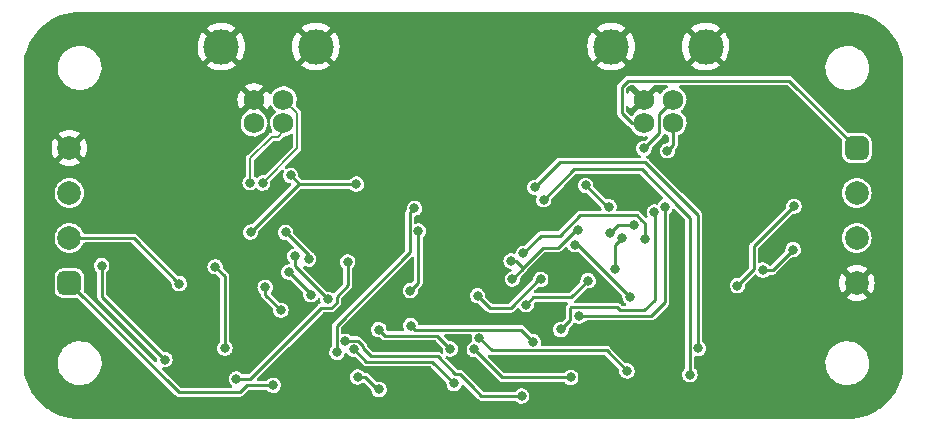
<source format=gbr>
%TF.GenerationSoftware,KiCad,Pcbnew,(6.0.10)*%
%TF.CreationDate,2023-01-23T16:27:41+00:00*%
%TF.ProjectId,USB,5553422e-6b69-4636-9164-5f7063625858,rev?*%
%TF.SameCoordinates,Original*%
%TF.FileFunction,Copper,L2,Bot*%
%TF.FilePolarity,Positive*%
%FSLAX46Y46*%
G04 Gerber Fmt 4.6, Leading zero omitted, Abs format (unit mm)*
G04 Created by KiCad (PCBNEW (6.0.10)) date 2023-01-23 16:27:41*
%MOMM*%
%LPD*%
G01*
G04 APERTURE LIST*
G04 Aperture macros list*
%AMRoundRect*
0 Rectangle with rounded corners*
0 $1 Rounding radius*
0 $2 $3 $4 $5 $6 $7 $8 $9 X,Y pos of 4 corners*
0 Add a 4 corners polygon primitive as box body*
4,1,4,$2,$3,$4,$5,$6,$7,$8,$9,$2,$3,0*
0 Add four circle primitives for the rounded corners*
1,1,$1+$1,$2,$3*
1,1,$1+$1,$4,$5*
1,1,$1+$1,$6,$7*
1,1,$1+$1,$8,$9*
0 Add four rect primitives between the rounded corners*
20,1,$1+$1,$2,$3,$4,$5,0*
20,1,$1+$1,$4,$5,$6,$7,0*
20,1,$1+$1,$6,$7,$8,$9,0*
20,1,$1+$1,$8,$9,$2,$3,0*%
G04 Aperture macros list end*
%TA.AperFunction,ComponentPad*%
%ADD10C,2.000000*%
%TD*%
%TA.AperFunction,ComponentPad*%
%ADD11RoundRect,0.500000X-0.500000X0.500000X-0.500000X-0.500000X0.500000X-0.500000X0.500000X0.500000X0*%
%TD*%
%TA.AperFunction,ComponentPad*%
%ADD12RoundRect,0.500000X0.500000X-0.500000X0.500000X0.500000X-0.500000X0.500000X-0.500000X-0.500000X0*%
%TD*%
%TA.AperFunction,ComponentPad*%
%ADD13C,3.000000*%
%TD*%
%TA.AperFunction,ComponentPad*%
%ADD14C,1.750000*%
%TD*%
%TA.AperFunction,ViaPad*%
%ADD15C,0.800000*%
%TD*%
%TA.AperFunction,Conductor*%
%ADD16C,0.250000*%
%TD*%
%TA.AperFunction,Conductor*%
%ADD17C,0.200000*%
%TD*%
G04 APERTURE END LIST*
D10*
%TO.P,J4,4,Pin_4*%
%TO.N,GND*%
X191870000Y-140875000D03*
%TO.P,J4,3,Pin_3*%
%TO.N,B*%
X191870000Y-137065000D03*
%TO.P,J4,2,Pin_2*%
%TO.N,A*%
X191870000Y-133255000D03*
D11*
%TO.P,J4,1,Pin_1*%
%TO.N,+5VP*%
X191870000Y-129445000D03*
%TD*%
D10*
%TO.P,J3,4,Pin_4*%
%TO.N,GND*%
X125200000Y-129445000D03*
%TO.P,J3,3,Pin_3*%
%TO.N,RX*%
X125200000Y-133255000D03*
%TO.P,J3,2,Pin_2*%
%TO.N,TX*%
X125200000Y-137065000D03*
D12*
%TO.P,J3,1,Pin_1*%
%TO.N,+3V3*%
X125200000Y-140875000D03*
%TD*%
D13*
%TO.P,J1,5,Shield*%
%TO.N,GND*%
X179070000Y-120855000D03*
X171070000Y-120855000D03*
D14*
%TO.P,J1,4,GND*%
X173820000Y-125345000D03*
%TO.P,J1,3,D+*%
%TO.N,Net-(J1-Pad3)*%
X176320000Y-125345000D03*
%TO.P,J1,2,D-*%
%TO.N,Net-(J1-Pad2)*%
X176320000Y-127345000D03*
%TO.P,J1,1,VBUS*%
%TO.N,+5VP*%
X173820000Y-127345000D03*
%TD*%
D13*
%TO.P,J2,5,Shield*%
%TO.N,GND*%
X138070000Y-120855000D03*
X146070000Y-120855000D03*
D14*
%TO.P,J2,4,GND*%
X140820000Y-125345000D03*
%TO.P,J2,3,D+*%
%TO.N,D+*%
X143320000Y-125345000D03*
%TO.P,J2,2,D-*%
%TO.N,D-*%
X143320000Y-127345000D03*
%TO.P,J2,1,VBUS*%
%TO.N,+5VL*%
X140820000Y-127345000D03*
%TD*%
D15*
%TO.N,GND*%
X175368511Y-118510500D03*
X172813735Y-118510500D03*
X173504299Y-119916254D03*
X173207672Y-122350272D03*
X174767308Y-122764500D03*
X177322084Y-122764500D03*
X176482233Y-120498974D03*
X177915398Y-118512113D03*
X143252940Y-129382851D03*
X141708113Y-130927678D03*
X160033222Y-132500967D03*
X142956128Y-132562846D03*
X155686123Y-134613966D03*
X166345500Y-135311541D03*
X167696148Y-132931860D03*
X163477842Y-135492078D03*
X158805499Y-133905174D03*
X159063000Y-136425619D03*
X160912675Y-136692000D03*
X163039364Y-137272733D03*
X136923714Y-137721721D03*
X185609942Y-137139507D03*
X179644731Y-135804625D03*
X180526182Y-137880813D03*
X182174500Y-138633155D03*
X181989158Y-136405454D03*
X181859501Y-133843625D03*
X167957723Y-139392712D03*
X143848698Y-134640867D03*
X145649500Y-135660703D03*
X146538404Y-133504500D03*
X148787249Y-137156174D03*
X151281015Y-139645091D03*
X151077272Y-137357020D03*
X150831366Y-134985931D03*
X148733357Y-133502259D03*
X153764500Y-140307278D03*
X158710181Y-140100074D03*
X155715500Y-139873685D03*
X140449500Y-140524151D03*
X144852038Y-143025498D03*
X143157940Y-141046483D03*
X154519657Y-142883459D03*
X165474742Y-145089523D03*
X165039500Y-143203349D03*
X151154937Y-146051182D03*
X176605500Y-139941264D03*
X167900263Y-145609555D03*
X170529176Y-145609555D03*
X172643033Y-145679922D03*
X175271082Y-145674500D03*
X176764500Y-144539005D03*
X176764500Y-141918512D03*
X131414821Y-139224386D03*
X129314200Y-138040500D03*
X128968858Y-140121197D03*
X129679826Y-142380261D03*
X131511941Y-144212376D03*
X133344056Y-146044491D03*
X137384500Y-145218659D03*
X135584730Y-144875991D03*
X134277797Y-143106461D03*
X133246941Y-141056506D03*
X164008686Y-147726242D03*
X167552246Y-147582992D03*
X140425694Y-146967761D03*
X148995915Y-147739674D03*
X176764500Y-147843178D03*
X151350000Y-148570435D03*
X191904484Y-120355246D03*
X193484235Y-122230307D03*
X192648982Y-124535601D03*
X189488628Y-120781743D03*
X126904483Y-120355246D03*
X128484234Y-122230307D03*
X127648981Y-124535601D03*
X125234615Y-124967504D03*
X123657327Y-123089584D03*
X124488627Y-120781743D03*
X127368931Y-149739386D03*
X124917797Y-149826763D03*
X123620868Y-147745320D03*
X124769081Y-145577645D03*
X192220932Y-145495836D03*
X193520697Y-147574796D03*
X192368929Y-149739388D03*
X189917797Y-149826763D03*
X188620868Y-147745320D03*
X189769081Y-145577645D03*
X122307033Y-120913252D03*
X121920500Y-123397752D03*
X121920500Y-125938586D03*
X121920500Y-128479420D03*
X121920500Y-131020254D03*
X121920500Y-136101922D03*
X121920500Y-138642756D03*
X121920500Y-141183590D03*
X121920500Y-143724424D03*
X121920500Y-146265258D03*
X122080392Y-148790749D03*
X123456195Y-150878990D03*
X125782432Y-151796373D03*
X128322431Y-151809500D03*
X130863265Y-151809500D03*
X150390000Y-151750000D03*
X153350000Y-151150000D03*
X167670000Y-151440000D03*
X171760000Y-151450000D03*
X176210000Y-151310000D03*
X178440000Y-151590000D03*
X181679945Y-151809500D03*
X184220779Y-151809500D03*
X186761613Y-151809500D03*
X189302447Y-151809500D03*
X191838123Y-151735328D03*
X194041592Y-150552423D03*
X195164151Y-148317751D03*
X195219500Y-145780378D03*
X195219500Y-143239544D03*
X195219500Y-140698710D03*
X195219500Y-138157876D03*
X195219500Y-135617042D03*
X195219500Y-133076208D03*
X195219500Y-130535374D03*
X195219500Y-127994540D03*
X195219500Y-125453706D03*
X195219500Y-122912872D03*
X194600901Y-120487938D03*
X192709844Y-118852752D03*
X190216536Y-118510500D03*
X187675702Y-118510500D03*
X185134868Y-118510500D03*
X182594034Y-118510500D03*
X180362200Y-118588091D03*
X181669500Y-120641066D03*
X180945177Y-122764500D03*
X183486011Y-122764500D03*
X186026845Y-122764500D03*
X187988737Y-124184172D03*
X189785378Y-125980813D03*
X191657801Y-127594500D03*
X193692776Y-128648337D03*
X189950034Y-128904599D03*
X188153393Y-127107958D03*
X186356752Y-125311317D03*
X184062713Y-124715500D03*
X181521879Y-124715500D03*
X178981045Y-124715500D03*
X177842681Y-126157587D03*
X178529970Y-127996815D03*
X180511750Y-129354500D03*
X181936675Y-132474521D03*
X184163678Y-131895252D03*
X186506103Y-132173871D03*
X188994100Y-132279500D03*
X191238725Y-131510420D03*
X193453155Y-132289732D03*
X193129395Y-134612608D03*
X188483697Y-134230500D03*
X186829623Y-135600058D03*
X189167724Y-136089500D03*
X191405837Y-135273593D03*
X193533340Y-136253387D03*
X192997368Y-138534653D03*
X193787289Y-139995275D03*
X193343803Y-142311827D03*
X191048221Y-142816291D03*
X189760025Y-140817269D03*
X191155025Y-138889469D03*
X189274928Y-138040500D03*
X187322114Y-138965326D03*
X185379005Y-140525450D03*
X183110729Y-141128836D03*
X181223305Y-142231571D03*
X179872410Y-143717652D03*
X179505571Y-145716932D03*
X178715500Y-147722609D03*
X178134651Y-149822068D03*
X173671200Y-149939168D03*
X171843465Y-149425368D03*
X168570000Y-150640000D03*
X166300000Y-147860000D03*
X163450000Y-151510000D03*
X162084500Y-151425500D03*
X158170000Y-151060000D03*
X154180000Y-146240000D03*
X153070000Y-149540000D03*
X151600000Y-151010000D03*
X150249730Y-150320954D03*
X148891689Y-151510499D03*
X146446694Y-151510500D03*
X144558447Y-148791119D03*
X142953174Y-150671690D03*
X140532174Y-150597391D03*
X138188638Y-151095500D03*
X135647804Y-151095500D03*
X133374074Y-150428639D03*
X131577433Y-148631998D03*
X129780792Y-146835357D03*
X127984151Y-145038716D03*
X126187510Y-143242075D03*
X123913583Y-142476732D03*
X123367607Y-140123111D03*
X126964500Y-138417014D03*
X125109070Y-138914614D03*
X123366872Y-137344367D03*
X124920629Y-135088128D03*
X123350386Y-133345923D03*
X124579114Y-131463555D03*
X123097855Y-129602220D03*
X124286020Y-127541900D03*
X126614607Y-127941516D03*
X127155480Y-130232525D03*
X126245621Y-131728107D03*
X127224803Y-133900238D03*
X128903907Y-135750834D03*
X131090042Y-136168369D03*
X132898411Y-137948846D03*
X133372226Y-135787828D03*
X135547001Y-135150856D03*
X136522539Y-133073489D03*
X138930270Y-133277001D03*
X139549500Y-131501148D03*
X140024633Y-129237425D03*
X139120797Y-127020373D03*
X145026050Y-125055043D03*
X145445500Y-127421126D03*
X145369906Y-129932998D03*
X145603312Y-131524500D03*
X148144146Y-131524500D03*
X150235282Y-130409474D03*
X152709758Y-130543090D03*
X155193391Y-130438287D03*
X157346595Y-129803819D03*
X159685137Y-130244250D03*
X161900854Y-130804338D03*
X162987848Y-132703042D03*
X164582583Y-131397852D03*
X165791658Y-129325603D03*
X168175758Y-129454961D03*
X170535418Y-129250017D03*
X171553811Y-127453376D03*
X170974500Y-125143475D03*
X170744659Y-123443605D03*
X168751425Y-122049437D03*
X168995416Y-118510500D03*
X166454582Y-118510500D03*
X163913748Y-118510500D03*
X161372914Y-118510500D03*
X158832080Y-118510500D03*
X156291246Y-118510500D03*
X153750412Y-118510500D03*
X151209578Y-118510500D03*
X148056194Y-119179930D03*
X148584742Y-121557162D03*
X146909525Y-123328839D03*
X144498117Y-122940271D03*
X143463179Y-120737149D03*
X144696129Y-118637811D03*
X142635340Y-118510500D03*
X140382233Y-119648543D03*
X140368494Y-122087452D03*
X138349136Y-123448279D03*
X136097616Y-122542309D03*
X135549900Y-120170693D03*
X136601936Y-118510500D03*
X134061102Y-118510500D03*
X131520268Y-118510500D03*
X128979434Y-118510500D03*
X126438600Y-118510500D03*
X123995543Y-119066918D03*
%TO.N,Net-(D6-Pad2)*%
X172410000Y-148310000D03*
X159910000Y-145544500D03*
%TO.N,Net-(D7-Pad2)*%
X159483549Y-146496451D03*
X167650000Y-148870000D03*
%TO.N,RSTX*%
X164590000Y-132770000D03*
X178464500Y-146410000D03*
%TO.N,RSRX*%
X177740000Y-148630000D03*
X165370000Y-133820000D03*
%TO.N,RXL*%
X163490000Y-150450000D03*
%TO.N,TXL*%
X157770000Y-149370000D03*
%TO.N,+5VP*%
X165110000Y-140570000D03*
X159760000Y-141950000D03*
%TO.N,Net-(D4-Pad2)*%
X164480000Y-145850000D03*
X154110000Y-144490000D03*
%TO.N,Net-(D5-Pad2)*%
X151390000Y-144820000D03*
X157450000Y-146450000D03*
%TO.N,Net-(D2-Pad2)*%
X151420000Y-149880000D03*
X149610000Y-148830000D03*
%TO.N,+5VP*%
X168910000Y-132610000D03*
X170890000Y-134415500D03*
X172030000Y-137080000D03*
X171430000Y-139650000D03*
%TO.N,VCOM*%
X168232300Y-136402300D03*
%TO.N,DI*%
X167982939Y-137625500D03*
X172670000Y-142050000D03*
%TO.N,VCOM*%
X170990000Y-136610000D03*
X173026540Y-135941139D03*
%TO.N,RO*%
X173940000Y-137160000D03*
X163640000Y-138370000D03*
%TO.N,DP*%
X174729896Y-134854533D03*
X166820000Y-144810000D03*
%TO.N,DM*%
X175630000Y-134420000D03*
X168390000Y-143670000D03*
%TO.N,TXDEN*%
X169120000Y-140675500D03*
X163875000Y-142705000D03*
%TO.N,B*%
X183925000Y-139785000D03*
X186480000Y-138040000D03*
%TO.N,A*%
X181760000Y-141100000D03*
X186550000Y-134370000D03*
%TO.N,VCOM*%
X162600000Y-139010000D03*
X162715080Y-140534500D03*
%TO.N,Net-(J1-Pad3)*%
X173850000Y-129480000D03*
%TO.N,Net-(J1-Pad2)*%
X175830000Y-129680000D03*
%TO.N,RX*%
X127940000Y-139410000D03*
X133280000Y-147360000D03*
%TO.N,+3V3*%
X142440000Y-149530000D03*
X147860000Y-146740000D03*
X154420000Y-134540000D03*
%TO.N,+5VL*%
X154740000Y-136470000D03*
X154070000Y-141520000D03*
%TO.N,RXL*%
X148554500Y-145818626D03*
X145660000Y-141850000D03*
X143772701Y-139957299D03*
%TO.N,TXL*%
X144270000Y-138600000D03*
X147092701Y-142252701D03*
X149295554Y-146489331D03*
%TO.N,+5VL*%
X143930000Y-131770000D03*
%TO.N,D+*%
X141560000Y-132420000D03*
%TO.N,D-*%
X140500000Y-132380000D03*
%TO.N,+5VL*%
X149490000Y-132500000D03*
X140540000Y-136570000D03*
%TO.N,TX*%
X134490000Y-140920000D03*
%TO.N,+5VL*%
X138360000Y-146390000D03*
X137540000Y-139500000D03*
%TO.N,RX_Y*%
X148760000Y-139100000D03*
X139340000Y-148990000D03*
%TO.N,TX_A*%
X141775000Y-141227500D03*
X143105000Y-143177500D03*
%TO.N,+3.3VA*%
X143510000Y-136592500D03*
X145460000Y-138862500D03*
%TD*%
D16*
%TO.N,Net-(D6-Pad2)*%
X170685055Y-146585055D02*
X172410000Y-148310000D01*
X160950555Y-146585055D02*
X170685055Y-146585055D01*
X159910000Y-145544500D02*
X160950555Y-146585055D01*
%TO.N,Net-(D7-Pad2)*%
X161857098Y-148870000D02*
X159483549Y-146496451D01*
X167650000Y-148870000D02*
X161857098Y-148870000D01*
%TO.N,Net-(D4-Pad2)*%
X164480000Y-145850000D02*
X163450000Y-144820000D01*
X154440000Y-144820000D02*
X154110000Y-144490000D01*
X163450000Y-144820000D02*
X154440000Y-144820000D01*
%TO.N,RSTX*%
X178390000Y-146335500D02*
X178464500Y-146410000D01*
X178390000Y-135090000D02*
X178390000Y-146335500D01*
X173960000Y-130660000D02*
X178390000Y-135090000D01*
X168220000Y-130660000D02*
X173960000Y-130660000D01*
X166700000Y-130660000D02*
X168220000Y-130660000D01*
X164590000Y-132770000D02*
X166700000Y-130660000D01*
%TO.N,RSRX*%
X177740000Y-135340000D02*
X177740000Y-148630000D01*
X176930000Y-134530000D02*
X177740000Y-135340000D01*
X167930000Y-131260000D02*
X169060000Y-131260000D01*
X169060000Y-131260000D02*
X173660000Y-131260000D01*
X173660000Y-131260000D02*
X176930000Y-134530000D01*
X165370000Y-133820000D02*
X167930000Y-131260000D01*
%TO.N,+5VP*%
X186165000Y-123740000D02*
X191870000Y-129445000D01*
X172490000Y-123740000D02*
X186165000Y-123740000D01*
X171950000Y-124280000D02*
X172490000Y-123740000D01*
X171950000Y-126470000D02*
X171950000Y-124280000D01*
X172825000Y-127345000D02*
X171950000Y-126470000D01*
X173820000Y-127345000D02*
X172825000Y-127345000D01*
%TO.N,RXL*%
X160090000Y-150450000D02*
X163490000Y-150450000D01*
X159260000Y-149620000D02*
X160090000Y-150450000D01*
X158240000Y-148600000D02*
X159260000Y-149620000D01*
X158050000Y-148600000D02*
X158240000Y-148600000D01*
X157880000Y-148600000D02*
X158050000Y-148600000D01*
X157840000Y-148560000D02*
X157880000Y-148600000D01*
X156370000Y-147090000D02*
X157840000Y-148560000D01*
X152040000Y-147090000D02*
X156370000Y-147090000D01*
X150720000Y-147090000D02*
X152040000Y-147090000D01*
X149595859Y-145764331D02*
X150040000Y-146208472D01*
X150040000Y-146410000D02*
X150720000Y-147090000D01*
X148608795Y-145764331D02*
X149595859Y-145764331D01*
X150040000Y-146208472D02*
X150040000Y-146410000D01*
X148554500Y-145818626D02*
X148608795Y-145764331D01*
%TO.N,TXL*%
X150346223Y-147540000D02*
X155940000Y-147540000D01*
X149295554Y-146489331D02*
X150346223Y-147540000D01*
X155940000Y-147540000D02*
X157770000Y-149370000D01*
%TO.N,Net-(D2-Pad2)*%
X150230000Y-148830000D02*
X149610000Y-148830000D01*
X151420000Y-149880000D02*
X151280000Y-149880000D01*
X151280000Y-149880000D02*
X150230000Y-148830000D01*
%TO.N,+5VP*%
X164984695Y-140570000D02*
X165110000Y-140570000D01*
X162554695Y-143000000D02*
X164984695Y-140570000D01*
X160810000Y-143000000D02*
X162554695Y-143000000D01*
X159760000Y-141950000D02*
X160810000Y-143000000D01*
%TO.N,VCOM*%
X162715080Y-140534500D02*
X163574164Y-139675416D01*
X163574164Y-139675416D02*
X163574164Y-139595836D01*
%TO.N,Net-(D5-Pad2)*%
X151910000Y-145340000D02*
X151390000Y-144820000D01*
X156360000Y-145340000D02*
X152470000Y-145340000D01*
X156690000Y-145670000D02*
X156360000Y-145340000D01*
X157450000Y-146430000D02*
X156690000Y-145670000D01*
X157450000Y-146450000D02*
X157450000Y-146430000D01*
X152470000Y-145340000D02*
X151910000Y-145340000D01*
%TO.N,TXDEN*%
X167704320Y-142091180D02*
X169120000Y-140675500D01*
X164488820Y-142091180D02*
X167704320Y-142091180D01*
X163875000Y-142705000D02*
X164488820Y-142091180D01*
%TO.N,+5VP*%
X170715500Y-134415500D02*
X168910000Y-132610000D01*
X170890000Y-134415500D02*
X170715500Y-134415500D01*
X171430000Y-137680000D02*
X172030000Y-137080000D01*
X171430000Y-138890000D02*
X171430000Y-137680000D01*
X171430000Y-139650000D02*
X171430000Y-138890000D01*
%TO.N,VCOM*%
X168077700Y-136402300D02*
X168232300Y-136402300D01*
X167700000Y-136780000D02*
X168077700Y-136402300D01*
X163574164Y-139595836D02*
X165300000Y-137870000D01*
X166610000Y-137870000D02*
X167700000Y-136780000D01*
X165300000Y-137870000D02*
X165520000Y-137870000D01*
X163574164Y-139595836D02*
X162988329Y-139010000D01*
X165520000Y-137870000D02*
X166610000Y-137870000D01*
%TO.N,DI*%
X168245500Y-137625500D02*
X167982939Y-137625500D01*
X172670000Y-142050000D02*
X168245500Y-137625500D01*
%TO.N,VCOM*%
X171658861Y-135941139D02*
X170990000Y-136610000D01*
X173026540Y-135941139D02*
X171658861Y-135941139D01*
%TO.N,DP*%
X167600000Y-144030000D02*
X166820000Y-144810000D01*
X167600000Y-143000000D02*
X167600000Y-144030000D01*
X167670000Y-142930000D02*
X167600000Y-143000000D01*
X171590000Y-142930000D02*
X167670000Y-142930000D01*
X171860000Y-143200000D02*
X171590000Y-142930000D01*
X174760000Y-142330000D02*
X173890000Y-143200000D01*
X173890000Y-143200000D02*
X171860000Y-143200000D01*
X174760000Y-134884637D02*
X174760000Y-142330000D01*
X174729896Y-134854533D02*
X174760000Y-134884637D01*
%TO.N,RO*%
X173940000Y-135830000D02*
X173940000Y-137160000D01*
X173620000Y-135510000D02*
X173940000Y-135830000D01*
X173250000Y-135140000D02*
X173620000Y-135510000D01*
X168470000Y-135140000D02*
X173250000Y-135140000D01*
X166730000Y-136880000D02*
X168470000Y-135140000D01*
X165180000Y-136880000D02*
X166730000Y-136880000D01*
X165130000Y-136880000D02*
X165180000Y-136880000D01*
X163640000Y-138370000D02*
X165130000Y-136880000D01*
%TO.N,DM*%
X174480000Y-143650000D02*
X175630000Y-142500000D01*
X174460000Y-143670000D02*
X174480000Y-143650000D01*
X168390000Y-143670000D02*
X174460000Y-143670000D01*
X175630000Y-142500000D02*
X175630000Y-134420000D01*
%TO.N,B*%
X184735000Y-139785000D02*
X186480000Y-138040000D01*
X183925000Y-139785000D02*
X184735000Y-139785000D01*
%TO.N,A*%
X183150000Y-139370000D02*
X183150000Y-139710000D01*
X183150000Y-139710000D02*
X181760000Y-141100000D01*
X183150000Y-137770000D02*
X183150000Y-139370000D01*
X186550000Y-134370000D02*
X183150000Y-137770000D01*
%TO.N,VCOM*%
X162988329Y-139010000D02*
X162600000Y-139010000D01*
%TO.N,Net-(J1-Pad3)*%
X175120000Y-126545000D02*
X176320000Y-125345000D01*
X175120000Y-128210000D02*
X175120000Y-126545000D01*
X173850000Y-129480000D02*
X175120000Y-128210000D01*
%TO.N,Net-(J1-Pad2)*%
X176320000Y-129190000D02*
X176320000Y-127345000D01*
X175830000Y-129680000D02*
X176320000Y-129190000D01*
%TO.N,RX*%
X127940000Y-142020000D02*
X127940000Y-139410000D01*
X133280000Y-147360000D02*
X127940000Y-142020000D01*
%TO.N,+3V3*%
X134445000Y-150120000D02*
X125200000Y-140875000D01*
X139630000Y-150120000D02*
X134445000Y-150120000D01*
X140220000Y-149530000D02*
X139630000Y-150120000D01*
X142440000Y-149530000D02*
X140220000Y-149530000D01*
X147830000Y-146710000D02*
X147860000Y-146740000D01*
X147830000Y-144475671D02*
X147830000Y-146710000D01*
X154015000Y-138290671D02*
X147830000Y-144475671D01*
X154015000Y-134945000D02*
X154015000Y-138290671D01*
X154420000Y-134540000D02*
X154015000Y-134945000D01*
%TO.N,RX_Y*%
X146532299Y-142977701D02*
X140520000Y-148990000D01*
X147817701Y-142022299D02*
X147817701Y-142553006D01*
X148760000Y-141080000D02*
X147817701Y-142022299D01*
X148760000Y-139100000D02*
X148760000Y-141080000D01*
X147817701Y-142553006D02*
X147393006Y-142977701D01*
X147393006Y-142977701D02*
X146532299Y-142977701D01*
X140520000Y-148990000D02*
X139340000Y-148990000D01*
%TO.N,+5VL*%
X154070000Y-141520000D02*
X154740000Y-140850000D01*
X154740000Y-140850000D02*
X154740000Y-136470000D01*
%TO.N,RXL*%
X145660000Y-141844598D02*
X145660000Y-141850000D01*
X143772701Y-139957299D02*
X145660000Y-141844598D01*
%TO.N,TXL*%
X144270000Y-139430000D02*
X144270000Y-138600000D01*
X147092701Y-142252701D02*
X144270000Y-139430000D01*
%TO.N,+5VL*%
X144610000Y-132450000D02*
X143930000Y-131770000D01*
X144610000Y-132500000D02*
X144610000Y-132450000D01*
D17*
%TO.N,D+*%
X144495000Y-126520000D02*
X143320000Y-125345000D01*
X141560000Y-132420000D02*
X144495000Y-129485000D01*
X144495000Y-129485000D02*
X144495000Y-126520000D01*
%TO.N,D-*%
X143320000Y-128010000D02*
X143320000Y-127345000D01*
X142840000Y-128490000D02*
X143320000Y-128010000D01*
X142340000Y-128490000D02*
X142840000Y-128490000D01*
X140500000Y-130330000D02*
X142340000Y-128490000D01*
X140500000Y-132380000D02*
X140500000Y-130330000D01*
D16*
%TO.N,+5VL*%
X144610000Y-132500000D02*
X149490000Y-132500000D01*
X140540000Y-136570000D02*
X144610000Y-132500000D01*
%TO.N,TX*%
X134490000Y-140920000D02*
X130635000Y-137065000D01*
X130635000Y-137065000D02*
X125200000Y-137065000D01*
%TO.N,+5VL*%
X138360000Y-146390000D02*
X138360000Y-140320000D01*
X138360000Y-140320000D02*
X137540000Y-139500000D01*
%TO.N,TX_A*%
X141775000Y-141847500D02*
X141775000Y-141227500D01*
X143105000Y-143177500D02*
X141775000Y-141847500D01*
%TO.N,+3.3VA*%
X145460000Y-138542500D02*
X145460000Y-138862500D01*
X143510000Y-136592500D02*
X145460000Y-138542500D01*
%TD*%
%TA.AperFunction,Conductor*%
%TO.N,GND*%
G36*
X191057496Y-117912921D02*
G01*
X191057827Y-117912987D01*
X191057829Y-117912987D01*
X191070000Y-117915408D01*
X191082173Y-117912986D01*
X191093119Y-117912986D01*
X191105410Y-117912046D01*
X191478448Y-117928333D01*
X191489399Y-117929291D01*
X191889293Y-117981939D01*
X191900117Y-117983848D01*
X192293889Y-118071144D01*
X192304506Y-118073989D01*
X192689181Y-118195277D01*
X192699496Y-118199030D01*
X193072158Y-118353392D01*
X193082102Y-118358030D01*
X193379942Y-118513075D01*
X193439867Y-118544270D01*
X193449387Y-118549766D01*
X193789556Y-118766478D01*
X193798560Y-118772782D01*
X193897001Y-118848318D01*
X194033591Y-118953127D01*
X194118561Y-119018327D01*
X194126978Y-119025391D01*
X194389577Y-119266017D01*
X194424348Y-119297879D01*
X194432117Y-119305648D01*
X194704607Y-119603019D01*
X194711670Y-119611436D01*
X194834445Y-119771439D01*
X194957218Y-119931440D01*
X194963522Y-119940444D01*
X195180234Y-120280613D01*
X195185729Y-120290132D01*
X195339813Y-120586123D01*
X195371966Y-120647889D01*
X195376608Y-120657842D01*
X195530967Y-121030497D01*
X195534723Y-121040819D01*
X195639057Y-121371722D01*
X195656011Y-121425493D01*
X195658856Y-121436111D01*
X195746152Y-121829883D01*
X195748061Y-121840707D01*
X195800709Y-122240601D01*
X195801667Y-122251552D01*
X195817954Y-122624590D01*
X195817014Y-122636881D01*
X195817014Y-122647827D01*
X195814592Y-122660000D01*
X195817013Y-122672171D01*
X195817013Y-122672173D01*
X195817079Y-122672504D01*
X195819500Y-122697085D01*
X195819500Y-147622915D01*
X195817079Y-147647496D01*
X195814592Y-147660000D01*
X195817014Y-147672173D01*
X195817014Y-147683119D01*
X195817954Y-147695410D01*
X195801667Y-148068448D01*
X195800709Y-148079399D01*
X195748061Y-148479293D01*
X195746152Y-148490117D01*
X195658856Y-148883889D01*
X195656011Y-148894506D01*
X195536502Y-149273542D01*
X195534726Y-149279174D01*
X195530970Y-149289496D01*
X195377356Y-149660354D01*
X195376612Y-149662149D01*
X195371970Y-149672102D01*
X195189445Y-150022731D01*
X195185730Y-150029867D01*
X195180235Y-150039385D01*
X195157039Y-150075795D01*
X194963522Y-150379556D01*
X194957218Y-150388560D01*
X194848694Y-150529992D01*
X194728085Y-150687173D01*
X194711673Y-150708561D01*
X194704609Y-150716978D01*
X194449122Y-150995795D01*
X194432121Y-151014348D01*
X194424352Y-151022117D01*
X194209375Y-151219107D01*
X194126981Y-151294607D01*
X194118561Y-151301673D01*
X193798560Y-151547218D01*
X193789556Y-151553522D01*
X193449387Y-151770234D01*
X193439868Y-151775729D01*
X193082102Y-151961970D01*
X193072158Y-151966608D01*
X192699496Y-152120970D01*
X192689181Y-152124723D01*
X192304507Y-152246011D01*
X192293889Y-152248856D01*
X191900117Y-152336152D01*
X191889293Y-152338061D01*
X191489399Y-152390709D01*
X191478448Y-152391667D01*
X191105410Y-152407954D01*
X191093119Y-152407014D01*
X191082173Y-152407014D01*
X191070000Y-152404592D01*
X191057829Y-152407013D01*
X191057827Y-152407013D01*
X191057496Y-152407079D01*
X191032915Y-152409500D01*
X126107085Y-152409500D01*
X126082504Y-152407079D01*
X126082173Y-152407013D01*
X126082171Y-152407013D01*
X126070000Y-152404592D01*
X126057827Y-152407014D01*
X126046881Y-152407014D01*
X126034590Y-152407954D01*
X125661552Y-152391667D01*
X125650601Y-152390709D01*
X125250707Y-152338061D01*
X125239883Y-152336152D01*
X124846111Y-152248856D01*
X124835493Y-152246011D01*
X124450819Y-152124723D01*
X124440504Y-152120970D01*
X124067842Y-151966608D01*
X124057898Y-151961970D01*
X123700132Y-151775729D01*
X123690613Y-151770234D01*
X123350444Y-151553522D01*
X123341440Y-151547218D01*
X123021439Y-151301673D01*
X123013019Y-151294607D01*
X122930625Y-151219107D01*
X122715648Y-151022117D01*
X122707879Y-151014348D01*
X122690879Y-150995795D01*
X122435391Y-150716978D01*
X122428327Y-150708561D01*
X122411916Y-150687173D01*
X122291306Y-150529992D01*
X122182782Y-150388560D01*
X122176478Y-150379556D01*
X121982961Y-150075795D01*
X121959765Y-150039385D01*
X121954270Y-150029867D01*
X121950555Y-150022731D01*
X121768030Y-149672102D01*
X121763388Y-149662149D01*
X121762645Y-149660354D01*
X121609030Y-149289496D01*
X121605274Y-149279174D01*
X121603499Y-149273542D01*
X121483989Y-148894506D01*
X121481144Y-148883889D01*
X121393848Y-148490117D01*
X121391939Y-148479293D01*
X121339291Y-148079399D01*
X121338333Y-148068448D01*
X121322046Y-147695410D01*
X121322986Y-147683119D01*
X121322986Y-147672173D01*
X121325408Y-147660000D01*
X121322921Y-147647496D01*
X121320500Y-147622915D01*
X121320500Y-147601726D01*
X124215688Y-147601726D01*
X124215863Y-147606177D01*
X124217978Y-147660000D01*
X124225138Y-147842217D01*
X124225977Y-147863582D01*
X124273058Y-148121376D01*
X124281470Y-148146591D01*
X124353613Y-148362827D01*
X124355994Y-148369965D01*
X124411592Y-148481234D01*
X124468187Y-148594498D01*
X124473128Y-148604387D01*
X124475657Y-148608046D01*
X124619111Y-148815607D01*
X124622124Y-148819967D01*
X124722205Y-148928233D01*
X124785747Y-148996972D01*
X124800010Y-149012402D01*
X124803464Y-149015214D01*
X124999778Y-149175039D01*
X124999782Y-149175042D01*
X125003235Y-149177853D01*
X125007057Y-149180154D01*
X125218834Y-149307654D01*
X125227745Y-149313019D01*
X125328322Y-149355608D01*
X125464962Y-149413468D01*
X125464966Y-149413469D01*
X125469060Y-149415203D01*
X125473352Y-149416341D01*
X125473355Y-149416342D01*
X125546127Y-149435637D01*
X125722365Y-149482366D01*
X125726789Y-149482890D01*
X125726791Y-149482890D01*
X125877572Y-149500736D01*
X125982607Y-149513167D01*
X126244592Y-149506993D01*
X126248986Y-149506262D01*
X126248993Y-149506261D01*
X126498692Y-149464700D01*
X126498696Y-149464699D01*
X126503094Y-149463967D01*
X126708438Y-149399025D01*
X126748709Y-149386289D01*
X126748711Y-149386288D01*
X126752955Y-149384946D01*
X126756966Y-149383020D01*
X126756971Y-149383018D01*
X126985169Y-149273439D01*
X126985170Y-149273438D01*
X126989188Y-149271509D01*
X127127326Y-149179208D01*
X127203380Y-149128391D01*
X127203384Y-149128388D01*
X127207082Y-149125917D01*
X127402287Y-148951076D01*
X127422113Y-148927490D01*
X127568043Y-148753886D01*
X127568045Y-148753884D01*
X127570910Y-148750475D01*
X127709586Y-148528116D01*
X127713021Y-148520348D01*
X127813749Y-148292503D01*
X127815547Y-148288436D01*
X127886681Y-148036216D01*
X127897938Y-147952405D01*
X127921139Y-147779673D01*
X127921140Y-147779665D01*
X127921566Y-147776491D01*
X127921710Y-147771919D01*
X127925126Y-147663222D01*
X127925126Y-147663217D01*
X127925227Y-147660000D01*
X127919965Y-147585673D01*
X127907034Y-147403045D01*
X127906719Y-147398596D01*
X127851563Y-147142408D01*
X127848051Y-147132886D01*
X127762401Y-146900724D01*
X127760860Y-146896547D01*
X127744587Y-146866387D01*
X127721328Y-146823282D01*
X127636420Y-146665920D01*
X127616194Y-146638535D01*
X127490092Y-146467807D01*
X127480726Y-146455126D01*
X127296884Y-146268374D01*
X127219903Y-146209624D01*
X127092107Y-146112093D01*
X127092103Y-146112090D01*
X127088562Y-146109388D01*
X126859917Y-145981340D01*
X126855768Y-145979735D01*
X126855764Y-145979733D01*
X126671285Y-145908364D01*
X126615512Y-145886787D01*
X126611191Y-145885785D01*
X126611183Y-145885783D01*
X126427196Y-145843138D01*
X126360221Y-145827614D01*
X126099141Y-145805002D01*
X126094706Y-145805246D01*
X126094702Y-145805246D01*
X125841921Y-145819157D01*
X125841914Y-145819158D01*
X125837478Y-145819402D01*
X125580456Y-145870527D01*
X125576246Y-145872005D01*
X125576244Y-145872006D01*
X125522559Y-145890859D01*
X125333201Y-145957357D01*
X125329250Y-145959410D01*
X125329244Y-145959412D01*
X125213382Y-146019598D01*
X125100647Y-146078159D01*
X125097032Y-146080742D01*
X125097026Y-146080746D01*
X124891055Y-146227935D01*
X124891051Y-146227938D01*
X124887434Y-146230523D01*
X124821214Y-146293694D01*
X124782105Y-146331002D01*
X124697816Y-146411409D01*
X124695060Y-146414905D01*
X124543811Y-146606765D01*
X124535578Y-146617208D01*
X124533346Y-146621050D01*
X124533343Y-146621055D01*
X124418737Y-146818364D01*
X124403955Y-146843813D01*
X124402290Y-146847925D01*
X124402287Y-146847930D01*
X124313742Y-147066538D01*
X124305574Y-147086703D01*
X124242399Y-147341032D01*
X124215688Y-147601726D01*
X121320500Y-147601726D01*
X121320500Y-141424866D01*
X123949500Y-141424866D01*
X123949837Y-141428112D01*
X123949837Y-141428116D01*
X123959443Y-141520688D01*
X123960359Y-141529519D01*
X123962540Y-141536055D01*
X123962540Y-141536057D01*
X123999357Y-141646412D01*
X124015744Y-141695529D01*
X124107834Y-141844345D01*
X124231689Y-141967984D01*
X124237919Y-141971824D01*
X124237920Y-141971825D01*
X124264849Y-141988424D01*
X124380666Y-142059814D01*
X124387614Y-142062119D01*
X124387615Y-142062119D01*
X124540241Y-142112744D01*
X124540243Y-142112745D01*
X124546772Y-142114910D01*
X124650134Y-142125500D01*
X125749866Y-142125500D01*
X125753112Y-142125163D01*
X125753116Y-142125163D01*
X125843845Y-142115749D01*
X125913667Y-142128614D01*
X125945944Y-142151981D01*
X134141652Y-150347689D01*
X134156377Y-150365920D01*
X134157778Y-150367460D01*
X134163428Y-150376210D01*
X134171606Y-150382657D01*
X134189465Y-150396736D01*
X134193832Y-150400617D01*
X134193898Y-150400539D01*
X134197856Y-150403893D01*
X134201538Y-150407575D01*
X134205769Y-150410598D01*
X134205772Y-150410601D01*
X134209351Y-150413158D01*
X134217052Y-150418661D01*
X134221781Y-150422212D01*
X134261600Y-150453603D01*
X134270149Y-150456605D01*
X134277519Y-150461872D01*
X134326078Y-150476394D01*
X134331719Y-150478227D01*
X134371999Y-150492372D01*
X134379548Y-150495023D01*
X134385055Y-150495500D01*
X134387762Y-150495500D01*
X134390334Y-150495611D01*
X134390494Y-150495659D01*
X134390488Y-150495803D01*
X134391106Y-150495842D01*
X134397286Y-150497690D01*
X134450555Y-150495597D01*
X134455501Y-150495500D01*
X139576504Y-150495500D01*
X139599801Y-150497979D01*
X139601886Y-150498077D01*
X139612066Y-150500269D01*
X139644984Y-150496373D01*
X139650821Y-150496029D01*
X139650813Y-150495928D01*
X139655992Y-150495500D01*
X139661193Y-150495500D01*
X139666321Y-150494646D01*
X139666327Y-150494646D01*
X139679987Y-150492372D01*
X139685863Y-150491535D01*
X139705067Y-150489262D01*
X139736210Y-150485576D01*
X139744377Y-150481654D01*
X139753313Y-150480167D01*
X139762475Y-150475223D01*
X139762479Y-150475222D01*
X139797929Y-150456094D01*
X139803220Y-150453398D01*
X139841749Y-150434897D01*
X139841750Y-150434896D01*
X139848900Y-150431463D01*
X139853131Y-150427906D01*
X139855063Y-150425974D01*
X139856937Y-150424255D01*
X139857074Y-150424181D01*
X139857174Y-150424291D01*
X139857654Y-150423868D01*
X139863329Y-150420806D01*
X139872763Y-150410601D01*
X139899540Y-150381633D01*
X139902970Y-150378067D01*
X140338632Y-149942405D01*
X140400944Y-149908379D01*
X140427727Y-149905500D01*
X141842010Y-149905500D01*
X141910131Y-149925502D01*
X141937391Y-149949169D01*
X141939726Y-149951875D01*
X141943958Y-149958172D01*
X141949568Y-149963277D01*
X141949570Y-149963279D01*
X142031243Y-150037595D01*
X142060410Y-150064135D01*
X142067085Y-150067759D01*
X142192099Y-150135637D01*
X142192101Y-150135638D01*
X142198776Y-150139262D01*
X142206125Y-150141190D01*
X142343719Y-150177287D01*
X142343721Y-150177287D01*
X142351069Y-150179215D01*
X142434380Y-150180524D01*
X142500898Y-150181569D01*
X142500901Y-150181569D01*
X142508495Y-150181688D01*
X142661968Y-150146538D01*
X142802625Y-150075795D01*
X142845253Y-150039387D01*
X142916574Y-149978474D01*
X142916576Y-149978471D01*
X142922348Y-149973542D01*
X143014224Y-149845683D01*
X143072950Y-149699598D01*
X143091372Y-149570157D01*
X143094553Y-149547807D01*
X143094553Y-149547804D01*
X143095134Y-149543723D01*
X143095278Y-149530000D01*
X143094024Y-149519633D01*
X143089909Y-149485629D01*
X143076363Y-149373694D01*
X143051304Y-149307377D01*
X143023394Y-149233514D01*
X143023393Y-149233511D01*
X143020710Y-149226412D01*
X142931531Y-149096657D01*
X142836966Y-149012402D01*
X142819648Y-148996972D01*
X142819645Y-148996970D01*
X142813976Y-148991919D01*
X142776515Y-148972084D01*
X142738297Y-148951849D01*
X142674831Y-148918245D01*
X142658122Y-148914048D01*
X142529498Y-148881740D01*
X142529496Y-148881740D01*
X142522128Y-148879889D01*
X142514530Y-148879849D01*
X142514528Y-148879849D01*
X142447319Y-148879497D01*
X142364684Y-148879065D01*
X142357305Y-148880837D01*
X142357301Y-148880837D01*
X142218967Y-148914048D01*
X142218963Y-148914049D01*
X142211588Y-148915820D01*
X142071679Y-148988032D01*
X142065957Y-148993024D01*
X142065955Y-148993025D01*
X141958759Y-149086538D01*
X141958756Y-149086541D01*
X141953034Y-149091533D01*
X141948667Y-149097747D01*
X141948664Y-149097750D01*
X141946415Y-149100950D01*
X141944179Y-149102731D01*
X141943582Y-149103394D01*
X141943471Y-149103294D01*
X141890881Y-149145182D01*
X141843328Y-149154500D01*
X141190727Y-149154500D01*
X141122606Y-149134498D01*
X141076113Y-149080842D01*
X141066009Y-149010568D01*
X141095503Y-148945988D01*
X141101632Y-148939405D01*
X141217899Y-148823138D01*
X148954758Y-148823138D01*
X148972035Y-148979633D01*
X149026143Y-149127490D01*
X149030380Y-149133796D01*
X149030382Y-149133799D01*
X149056198Y-149172217D01*
X149113958Y-149258172D01*
X149230410Y-149364135D01*
X149290369Y-149396690D01*
X149362099Y-149435637D01*
X149362101Y-149435638D01*
X149368776Y-149439262D01*
X149376125Y-149441190D01*
X149513719Y-149477287D01*
X149513721Y-149477287D01*
X149521069Y-149479215D01*
X149604380Y-149480524D01*
X149670898Y-149481569D01*
X149670901Y-149481569D01*
X149678495Y-149481688D01*
X149831968Y-149446538D01*
X149972625Y-149375795D01*
X150016451Y-149338364D01*
X150030834Y-149326080D01*
X150095623Y-149297049D01*
X150165823Y-149307654D01*
X150201759Y-149332796D01*
X150736281Y-149867318D01*
X150770307Y-149929630D01*
X150772425Y-149942586D01*
X150782035Y-150029633D01*
X150836143Y-150177490D01*
X150840380Y-150183796D01*
X150840382Y-150183799D01*
X150880709Y-150243811D01*
X150923958Y-150308172D01*
X150946270Y-150328474D01*
X151033201Y-150407575D01*
X151040410Y-150414135D01*
X151058861Y-150424153D01*
X151172099Y-150485637D01*
X151172101Y-150485638D01*
X151178776Y-150489262D01*
X151186125Y-150491190D01*
X151323719Y-150527287D01*
X151323721Y-150527287D01*
X151331069Y-150529215D01*
X151414380Y-150530524D01*
X151480898Y-150531569D01*
X151480901Y-150531569D01*
X151488495Y-150531688D01*
X151641968Y-150496538D01*
X151782625Y-150425795D01*
X151826222Y-150388560D01*
X151896574Y-150328474D01*
X151896576Y-150328471D01*
X151902348Y-150323542D01*
X151994224Y-150195683D01*
X152052950Y-150049598D01*
X152072387Y-149913025D01*
X152074553Y-149897807D01*
X152074553Y-149897804D01*
X152075134Y-149893723D01*
X152075278Y-149880000D01*
X152056363Y-149723694D01*
X152037509Y-149673799D01*
X152003394Y-149583514D01*
X152003393Y-149583511D01*
X152000710Y-149576412D01*
X151911531Y-149446657D01*
X151864971Y-149405174D01*
X151799648Y-149346972D01*
X151799645Y-149346970D01*
X151793976Y-149341919D01*
X151654831Y-149268245D01*
X151641116Y-149264800D01*
X151509498Y-149231740D01*
X151509496Y-149231740D01*
X151502128Y-149229889D01*
X151494530Y-149229849D01*
X151494528Y-149229849D01*
X151427319Y-149229497D01*
X151344684Y-149229065D01*
X151337302Y-149230837D01*
X151337296Y-149230838D01*
X151264451Y-149248327D01*
X151193543Y-149244781D01*
X151145941Y-149214904D01*
X150533348Y-148602311D01*
X150518623Y-148584080D01*
X150517222Y-148582540D01*
X150511572Y-148573790D01*
X150485535Y-148553264D01*
X150481168Y-148549383D01*
X150481102Y-148549461D01*
X150477144Y-148546107D01*
X150473462Y-148542425D01*
X150469231Y-148539402D01*
X150469228Y-148539399D01*
X150458719Y-148531890D01*
X150457948Y-148531339D01*
X150453212Y-148527783D01*
X150413400Y-148496397D01*
X150404851Y-148493395D01*
X150397481Y-148488128D01*
X150364203Y-148478176D01*
X150348930Y-148473608D01*
X150343286Y-148471774D01*
X150302935Y-148457604D01*
X150302929Y-148457603D01*
X150295452Y-148454977D01*
X150289945Y-148454500D01*
X150287238Y-148454500D01*
X150284665Y-148454389D01*
X150284506Y-148454341D01*
X150284512Y-148454197D01*
X150283892Y-148454158D01*
X150277713Y-148452310D01*
X150224445Y-148454403D01*
X150219498Y-148454500D01*
X150207577Y-148454500D01*
X150139456Y-148434498D01*
X150111853Y-148407736D01*
X150110856Y-148408615D01*
X150105837Y-148402922D01*
X150101531Y-148396657D01*
X150037816Y-148339889D01*
X149989648Y-148296972D01*
X149989645Y-148296970D01*
X149983976Y-148291919D01*
X149844831Y-148218245D01*
X149828122Y-148214048D01*
X149699498Y-148181740D01*
X149699496Y-148181740D01*
X149692128Y-148179889D01*
X149684530Y-148179849D01*
X149684528Y-148179849D01*
X149617319Y-148179497D01*
X149534684Y-148179065D01*
X149527305Y-148180837D01*
X149527301Y-148180837D01*
X149388967Y-148214048D01*
X149388963Y-148214049D01*
X149381588Y-148215820D01*
X149307522Y-148254048D01*
X149271100Y-148272847D01*
X149241679Y-148288032D01*
X149235957Y-148293024D01*
X149235955Y-148293025D01*
X149128759Y-148386538D01*
X149128756Y-148386541D01*
X149123034Y-148391533D01*
X149094873Y-148431602D01*
X149048153Y-148498078D01*
X149032501Y-148520348D01*
X148975309Y-148667039D01*
X148971789Y-148693777D01*
X148959547Y-148786765D01*
X148954758Y-148823138D01*
X141217899Y-148823138D01*
X143307900Y-146733138D01*
X147204758Y-146733138D01*
X147222035Y-146889633D01*
X147276143Y-147037490D01*
X147280380Y-147043796D01*
X147280382Y-147043799D01*
X147308865Y-147086186D01*
X147363958Y-147168172D01*
X147480410Y-147274135D01*
X147487085Y-147277759D01*
X147612099Y-147345637D01*
X147612101Y-147345638D01*
X147618776Y-147349262D01*
X147626125Y-147351190D01*
X147763719Y-147387287D01*
X147763721Y-147387287D01*
X147771069Y-147389215D01*
X147854380Y-147390524D01*
X147920898Y-147391569D01*
X147920901Y-147391569D01*
X147928495Y-147391688D01*
X148081968Y-147356538D01*
X148222625Y-147285795D01*
X148318745Y-147203701D01*
X148336574Y-147188474D01*
X148336576Y-147188471D01*
X148342348Y-147183542D01*
X148434224Y-147055683D01*
X148492950Y-146909598D01*
X148499352Y-146864612D01*
X148528752Y-146799990D01*
X148588423Y-146761520D01*
X148659419Y-146761418D01*
X148719201Y-146799716D01*
X148728676Y-146812089D01*
X148747413Y-146839972D01*
X148799512Y-146917503D01*
X148915964Y-147023466D01*
X148967115Y-147051239D01*
X149047653Y-147094968D01*
X149047655Y-147094969D01*
X149054330Y-147098593D01*
X149061679Y-147100521D01*
X149199273Y-147136618D01*
X149199275Y-147136618D01*
X149206623Y-147138546D01*
X149364049Y-147141019D01*
X149364003Y-147143946D01*
X149420516Y-147154299D01*
X149452911Y-147177725D01*
X150042875Y-147767689D01*
X150057600Y-147785920D01*
X150059001Y-147787460D01*
X150064651Y-147796210D01*
X150072829Y-147802657D01*
X150090688Y-147816736D01*
X150095055Y-147820617D01*
X150095121Y-147820539D01*
X150099079Y-147823893D01*
X150102761Y-147827575D01*
X150106992Y-147830598D01*
X150106995Y-147830601D01*
X150111814Y-147834044D01*
X150118275Y-147838661D01*
X150123004Y-147842212D01*
X150162823Y-147873603D01*
X150171372Y-147876605D01*
X150178742Y-147881872D01*
X150227301Y-147896394D01*
X150232942Y-147898227D01*
X150240440Y-147900860D01*
X150280771Y-147915023D01*
X150286278Y-147915500D01*
X150288985Y-147915500D01*
X150291557Y-147915611D01*
X150291717Y-147915659D01*
X150291711Y-147915803D01*
X150292329Y-147915842D01*
X150298509Y-147917690D01*
X150351778Y-147915597D01*
X150356724Y-147915500D01*
X155732273Y-147915500D01*
X155800394Y-147935502D01*
X155821368Y-147952405D01*
X157084472Y-149215510D01*
X157118498Y-149277822D01*
X157120299Y-149321050D01*
X157114758Y-149363138D01*
X157132035Y-149519633D01*
X157186143Y-149667490D01*
X157190380Y-149673796D01*
X157190382Y-149673799D01*
X157223911Y-149723694D01*
X157273958Y-149798172D01*
X157296270Y-149818474D01*
X157383456Y-149897807D01*
X157390410Y-149904135D01*
X157411885Y-149915795D01*
X157522099Y-149975637D01*
X157522101Y-149975638D01*
X157528776Y-149979262D01*
X157536125Y-149981190D01*
X157673719Y-150017287D01*
X157673721Y-150017287D01*
X157681069Y-150019215D01*
X157764380Y-150020524D01*
X157830898Y-150021569D01*
X157830901Y-150021569D01*
X157838495Y-150021688D01*
X157991968Y-149986538D01*
X158132625Y-149915795D01*
X158174536Y-149880000D01*
X158246574Y-149818474D01*
X158246576Y-149818471D01*
X158252348Y-149813542D01*
X158344224Y-149685683D01*
X158349002Y-149673799D01*
X158402236Y-149541374D01*
X158446202Y-149485629D01*
X158513327Y-149462504D01*
X158582299Y-149479341D01*
X158608238Y-149499275D01*
X159786652Y-150677689D01*
X159801377Y-150695920D01*
X159802778Y-150697460D01*
X159808428Y-150706210D01*
X159816606Y-150712657D01*
X159834465Y-150726736D01*
X159838832Y-150730617D01*
X159838898Y-150730539D01*
X159842856Y-150733893D01*
X159846538Y-150737575D01*
X159850769Y-150740598D01*
X159850772Y-150740601D01*
X159855591Y-150744044D01*
X159862052Y-150748661D01*
X159866781Y-150752212D01*
X159906600Y-150783603D01*
X159915149Y-150786605D01*
X159922519Y-150791872D01*
X159971078Y-150806394D01*
X159976719Y-150808227D01*
X160017064Y-150822395D01*
X160024548Y-150825023D01*
X160030055Y-150825500D01*
X160032762Y-150825500D01*
X160035334Y-150825611D01*
X160035494Y-150825659D01*
X160035488Y-150825803D01*
X160036106Y-150825842D01*
X160042286Y-150827690D01*
X160095555Y-150825597D01*
X160100501Y-150825500D01*
X162892010Y-150825500D01*
X162960131Y-150845502D01*
X162987391Y-150869169D01*
X162989726Y-150871875D01*
X162993958Y-150878172D01*
X162999568Y-150883277D01*
X162999570Y-150883279D01*
X163104794Y-150979025D01*
X163110410Y-150984135D01*
X163117085Y-150987759D01*
X163242099Y-151055637D01*
X163242101Y-151055638D01*
X163248776Y-151059262D01*
X163256125Y-151061190D01*
X163393719Y-151097287D01*
X163393721Y-151097287D01*
X163401069Y-151099215D01*
X163484380Y-151100524D01*
X163550898Y-151101569D01*
X163550901Y-151101569D01*
X163558495Y-151101688D01*
X163711968Y-151066538D01*
X163852625Y-150995795D01*
X163878869Y-150973381D01*
X163966574Y-150898474D01*
X163966576Y-150898471D01*
X163972348Y-150893542D01*
X164064224Y-150765683D01*
X164078321Y-150730617D01*
X164120114Y-150626652D01*
X164122950Y-150619598D01*
X164140551Y-150495928D01*
X164144553Y-150467807D01*
X164144553Y-150467804D01*
X164145134Y-150463723D01*
X164145214Y-150456094D01*
X164145235Y-150454134D01*
X164145235Y-150454128D01*
X164145278Y-150450000D01*
X164126363Y-150293694D01*
X164086665Y-150188636D01*
X164073394Y-150153514D01*
X164073393Y-150153511D01*
X164070710Y-150146412D01*
X163981531Y-150016657D01*
X163915889Y-149958172D01*
X163869648Y-149916972D01*
X163869645Y-149916970D01*
X163863976Y-149911919D01*
X163724831Y-149838245D01*
X163646119Y-149818474D01*
X163579498Y-149801740D01*
X163579496Y-149801740D01*
X163572128Y-149799889D01*
X163564530Y-149799849D01*
X163564528Y-149799849D01*
X163497319Y-149799497D01*
X163414684Y-149799065D01*
X163407305Y-149800837D01*
X163407301Y-149800837D01*
X163268967Y-149834048D01*
X163268963Y-149834049D01*
X163261588Y-149835820D01*
X163121679Y-149908032D01*
X163115957Y-149913024D01*
X163115955Y-149913025D01*
X163008759Y-150006538D01*
X163008756Y-150006541D01*
X163003034Y-150011533D01*
X162998667Y-150017747D01*
X162998664Y-150017750D01*
X162996415Y-150020950D01*
X162994179Y-150022731D01*
X162993582Y-150023394D01*
X162993471Y-150023294D01*
X162940881Y-150065182D01*
X162893328Y-150074500D01*
X160297727Y-150074500D01*
X160229606Y-150054498D01*
X160208632Y-150037595D01*
X158543348Y-148372311D01*
X158528623Y-148354080D01*
X158527222Y-148352540D01*
X158521572Y-148343790D01*
X158495535Y-148323264D01*
X158491168Y-148319383D01*
X158491102Y-148319461D01*
X158487144Y-148316107D01*
X158483462Y-148312425D01*
X158479231Y-148309402D01*
X158479228Y-148309399D01*
X158474320Y-148305892D01*
X158467948Y-148301339D01*
X158463212Y-148297783D01*
X158423400Y-148266397D01*
X158414851Y-148263395D01*
X158407481Y-148258128D01*
X158374203Y-148248176D01*
X158358930Y-148243608D01*
X158353286Y-148241774D01*
X158312935Y-148227604D01*
X158312929Y-148227603D01*
X158305452Y-148224977D01*
X158299945Y-148224500D01*
X158297238Y-148224500D01*
X158294665Y-148224389D01*
X158294506Y-148224341D01*
X158294512Y-148224197D01*
X158293892Y-148224158D01*
X158287713Y-148222310D01*
X158234445Y-148224403D01*
X158229498Y-148224500D01*
X158087727Y-148224500D01*
X158019606Y-148204498D01*
X157998632Y-148187595D01*
X157077050Y-147266013D01*
X157043024Y-147203701D01*
X157048089Y-147132886D01*
X157090636Y-147076050D01*
X157157156Y-147051239D01*
X157208588Y-147059160D01*
X157208776Y-147059262D01*
X157216122Y-147061189D01*
X157216124Y-147061190D01*
X157353719Y-147097287D01*
X157353721Y-147097287D01*
X157361069Y-147099215D01*
X157444206Y-147100521D01*
X157510898Y-147101569D01*
X157510901Y-147101569D01*
X157518495Y-147101688D01*
X157671968Y-147066538D01*
X157812625Y-146995795D01*
X157851322Y-146962745D01*
X157926574Y-146898474D01*
X157926576Y-146898471D01*
X157932348Y-146893542D01*
X158024224Y-146765683D01*
X158028169Y-146755871D01*
X158044772Y-146714569D01*
X158082950Y-146619598D01*
X158100476Y-146496451D01*
X158104553Y-146467807D01*
X158104553Y-146467804D01*
X158105134Y-146463723D01*
X158105278Y-146450000D01*
X158086363Y-146293694D01*
X158075773Y-146265668D01*
X158033394Y-146153514D01*
X158033393Y-146153511D01*
X158030710Y-146146412D01*
X157941531Y-146016657D01*
X157875412Y-145957747D01*
X157829648Y-145916972D01*
X157829645Y-145916970D01*
X157823976Y-145911919D01*
X157684831Y-145838245D01*
X157674329Y-145835607D01*
X157539498Y-145801740D01*
X157539496Y-145801740D01*
X157532128Y-145799889D01*
X157524530Y-145799849D01*
X157524528Y-145799849D01*
X157460487Y-145799514D01*
X157401776Y-145799207D01*
X157333762Y-145778849D01*
X157313341Y-145762304D01*
X156961632Y-145410595D01*
X156927606Y-145348283D01*
X156932671Y-145277468D01*
X156975218Y-145220632D01*
X157041738Y-145195821D01*
X157050727Y-145195500D01*
X159163480Y-145195500D01*
X159231601Y-145215502D01*
X159278094Y-145269158D01*
X159288198Y-145339432D01*
X159280873Y-145367267D01*
X159275309Y-145381539D01*
X159273440Y-145395734D01*
X159256138Y-145527158D01*
X159254758Y-145537638D01*
X159272035Y-145694133D01*
X159274645Y-145701265D01*
X159289086Y-145740727D01*
X159293712Y-145811573D01*
X159259302Y-145873673D01*
X159228549Y-145895994D01*
X159121979Y-145950998D01*
X159121976Y-145951000D01*
X159115228Y-145954483D01*
X159109506Y-145959475D01*
X159109504Y-145959476D01*
X159002308Y-146052989D01*
X159002305Y-146052992D01*
X158996583Y-146057984D01*
X158975888Y-146087430D01*
X158912741Y-146177279D01*
X158906050Y-146186799D01*
X158848858Y-146333490D01*
X158847867Y-146341019D01*
X158830845Y-146470314D01*
X158828307Y-146489589D01*
X158845584Y-146646084D01*
X158899692Y-146793941D01*
X158903929Y-146800247D01*
X158903931Y-146800250D01*
X158933205Y-146843813D01*
X158987507Y-146924623D01*
X159027204Y-146960744D01*
X159077531Y-147006538D01*
X159103959Y-147030586D01*
X159128294Y-147043799D01*
X159235648Y-147102088D01*
X159235650Y-147102089D01*
X159242325Y-147105713D01*
X159249674Y-147107641D01*
X159387268Y-147143738D01*
X159387270Y-147143738D01*
X159394618Y-147145666D01*
X159552044Y-147148139D01*
X159551998Y-147151066D01*
X159608511Y-147161419D01*
X159640906Y-147184845D01*
X161553750Y-149097689D01*
X161568475Y-149115920D01*
X161569876Y-149117460D01*
X161575526Y-149126210D01*
X161583704Y-149132657D01*
X161601563Y-149146736D01*
X161605930Y-149150617D01*
X161605996Y-149150539D01*
X161609954Y-149153893D01*
X161613636Y-149157575D01*
X161617867Y-149160598D01*
X161617870Y-149160601D01*
X161622689Y-149164044D01*
X161629150Y-149168661D01*
X161633879Y-149172212D01*
X161673698Y-149203603D01*
X161682247Y-149206605D01*
X161689617Y-149211872D01*
X161738176Y-149226394D01*
X161743817Y-149228227D01*
X161780731Y-149241190D01*
X161791646Y-149245023D01*
X161797153Y-149245500D01*
X161799860Y-149245500D01*
X161802432Y-149245611D01*
X161802592Y-149245659D01*
X161802586Y-149245803D01*
X161803204Y-149245842D01*
X161809384Y-149247690D01*
X161862653Y-149245597D01*
X161867599Y-149245500D01*
X167052010Y-149245500D01*
X167120131Y-149265502D01*
X167147391Y-149289169D01*
X167149726Y-149291875D01*
X167153958Y-149298172D01*
X167159568Y-149303277D01*
X167159570Y-149303279D01*
X167250797Y-149386289D01*
X167270410Y-149404135D01*
X167296263Y-149418172D01*
X167402099Y-149475637D01*
X167402101Y-149475638D01*
X167408776Y-149479262D01*
X167416125Y-149481190D01*
X167553719Y-149517287D01*
X167553721Y-149517287D01*
X167561069Y-149519215D01*
X167644380Y-149520524D01*
X167710898Y-149521569D01*
X167710901Y-149521569D01*
X167718495Y-149521688D01*
X167871968Y-149486538D01*
X168012625Y-149415795D01*
X168073111Y-149364135D01*
X168126574Y-149318474D01*
X168126576Y-149318471D01*
X168132348Y-149313542D01*
X168224224Y-149185683D01*
X168231430Y-149167759D01*
X168247255Y-149128391D01*
X168282950Y-149039598D01*
X168294055Y-148961569D01*
X168304553Y-148887807D01*
X168304553Y-148887804D01*
X168305134Y-148883723D01*
X168305278Y-148870000D01*
X168286363Y-148713694D01*
X168271579Y-148674568D01*
X168233394Y-148573514D01*
X168233393Y-148573511D01*
X168230710Y-148566412D01*
X168141531Y-148436657D01*
X168073249Y-148375820D01*
X168029648Y-148336972D01*
X168029645Y-148336970D01*
X168023976Y-148331919D01*
X167998950Y-148318668D01*
X167955397Y-148295608D01*
X167884831Y-148258245D01*
X167875177Y-148255820D01*
X167739498Y-148221740D01*
X167739496Y-148221740D01*
X167732128Y-148219889D01*
X167724530Y-148219849D01*
X167724528Y-148219849D01*
X167657319Y-148219497D01*
X167574684Y-148219065D01*
X167567305Y-148220837D01*
X167567301Y-148220837D01*
X167428967Y-148254048D01*
X167428963Y-148254049D01*
X167421588Y-148255820D01*
X167365926Y-148284549D01*
X167290028Y-148323723D01*
X167281679Y-148328032D01*
X167275957Y-148333024D01*
X167275955Y-148333025D01*
X167168759Y-148426538D01*
X167168756Y-148426541D01*
X167163034Y-148431533D01*
X167158667Y-148437747D01*
X167158664Y-148437750D01*
X167156415Y-148440950D01*
X167154179Y-148442731D01*
X167153582Y-148443394D01*
X167153471Y-148443294D01*
X167100881Y-148485182D01*
X167053328Y-148494500D01*
X162064825Y-148494500D01*
X161996704Y-148474498D01*
X161975730Y-148457595D01*
X160651990Y-147133855D01*
X160617964Y-147071543D01*
X160623029Y-147000728D01*
X160665576Y-146943892D01*
X160732096Y-146919081D01*
X160782491Y-146928881D01*
X160783075Y-146926927D01*
X160810790Y-146935216D01*
X160831625Y-146941447D01*
X160837269Y-146943281D01*
X160877620Y-146957451D01*
X160877626Y-146957452D01*
X160885103Y-146960078D01*
X160890610Y-146960555D01*
X160893317Y-146960555D01*
X160895890Y-146960666D01*
X160896049Y-146960714D01*
X160896043Y-146960858D01*
X160896663Y-146960897D01*
X160902842Y-146962745D01*
X160956111Y-146960652D01*
X160961057Y-146960555D01*
X170477328Y-146960555D01*
X170545449Y-146980557D01*
X170566423Y-146997460D01*
X171724472Y-148155510D01*
X171758498Y-148217822D01*
X171760299Y-148261050D01*
X171760153Y-148262162D01*
X171756694Y-148288436D01*
X171754758Y-148303138D01*
X171772035Y-148459633D01*
X171826143Y-148607490D01*
X171830380Y-148613796D01*
X171830382Y-148613799D01*
X171866158Y-148667039D01*
X171913958Y-148738172D01*
X171936270Y-148758474D01*
X172007335Y-148823138D01*
X172030410Y-148844135D01*
X172037085Y-148847759D01*
X172162099Y-148915637D01*
X172162101Y-148915638D01*
X172168776Y-148919262D01*
X172176125Y-148921190D01*
X172313719Y-148957287D01*
X172313721Y-148957287D01*
X172321069Y-148959215D01*
X172404380Y-148960524D01*
X172470898Y-148961569D01*
X172470901Y-148961569D01*
X172478495Y-148961688D01*
X172631968Y-148926538D01*
X172772625Y-148855795D01*
X172810739Y-148823243D01*
X172886574Y-148758474D01*
X172886576Y-148758471D01*
X172892348Y-148753542D01*
X172984224Y-148625683D01*
X173042950Y-148479598D01*
X173057224Y-148379301D01*
X173064553Y-148327807D01*
X173064553Y-148327804D01*
X173065134Y-148323723D01*
X173065278Y-148310000D01*
X173063702Y-148296972D01*
X173058791Y-148256395D01*
X173046363Y-148153694D01*
X173023789Y-148093954D01*
X172993394Y-148013514D01*
X172993393Y-148013511D01*
X172990710Y-148006412D01*
X172901531Y-147876657D01*
X172838546Y-147820539D01*
X172789648Y-147776972D01*
X172789645Y-147776970D01*
X172783976Y-147771919D01*
X172644831Y-147698245D01*
X172637466Y-147696395D01*
X172499498Y-147661740D01*
X172499496Y-147661740D01*
X172492128Y-147659889D01*
X172484530Y-147659849D01*
X172484528Y-147659849D01*
X172435331Y-147659592D01*
X172341671Y-147659102D01*
X172273657Y-147638744D01*
X172253236Y-147622199D01*
X170988403Y-146357366D01*
X170973678Y-146339135D01*
X170972277Y-146337595D01*
X170966627Y-146328845D01*
X170940590Y-146308319D01*
X170936223Y-146304438D01*
X170936157Y-146304516D01*
X170932199Y-146301162D01*
X170928517Y-146297480D01*
X170924286Y-146294457D01*
X170924283Y-146294454D01*
X170919464Y-146291011D01*
X170913003Y-146286394D01*
X170908267Y-146282838D01*
X170889604Y-146268125D01*
X170868455Y-146251452D01*
X170859906Y-146248450D01*
X170852536Y-146243183D01*
X170810010Y-146230465D01*
X170803985Y-146228663D01*
X170798341Y-146226829D01*
X170757990Y-146212659D01*
X170757984Y-146212658D01*
X170750507Y-146210032D01*
X170745000Y-146209555D01*
X170742293Y-146209555D01*
X170739720Y-146209444D01*
X170739561Y-146209396D01*
X170739567Y-146209252D01*
X170738947Y-146209213D01*
X170732768Y-146207365D01*
X170679500Y-146209458D01*
X170674553Y-146209555D01*
X165223039Y-146209555D01*
X165154918Y-146189553D01*
X165108425Y-146135897D01*
X165098321Y-146065623D01*
X165106132Y-146036558D01*
X165110115Y-146026651D01*
X165110116Y-146026649D01*
X165112950Y-146019598D01*
X165124667Y-145937269D01*
X165134553Y-145867807D01*
X165134553Y-145867804D01*
X165135134Y-145863723D01*
X165135278Y-145850000D01*
X165133856Y-145838245D01*
X165126668Y-145778849D01*
X165116363Y-145693694D01*
X165079527Y-145596210D01*
X165063394Y-145553514D01*
X165063393Y-145553511D01*
X165060710Y-145546412D01*
X164971531Y-145416657D01*
X164901358Y-145354135D01*
X164859648Y-145316972D01*
X164859645Y-145316970D01*
X164853976Y-145311919D01*
X164714831Y-145238245D01*
X164689435Y-145231866D01*
X164569498Y-145201740D01*
X164569496Y-145201740D01*
X164562128Y-145199889D01*
X164554530Y-145199849D01*
X164554528Y-145199849D01*
X164505331Y-145199592D01*
X164411671Y-145199102D01*
X164343657Y-145178744D01*
X164323236Y-145162199D01*
X163753348Y-144592311D01*
X163738623Y-144574080D01*
X163737222Y-144572540D01*
X163731572Y-144563790D01*
X163705535Y-144543264D01*
X163701168Y-144539383D01*
X163701102Y-144539461D01*
X163697144Y-144536107D01*
X163693462Y-144532425D01*
X163689231Y-144529402D01*
X163689228Y-144529399D01*
X163680992Y-144523514D01*
X163677948Y-144521339D01*
X163673212Y-144517783D01*
X163633400Y-144486397D01*
X163624851Y-144483395D01*
X163617481Y-144478128D01*
X163584203Y-144468176D01*
X163568930Y-144463608D01*
X163563286Y-144461774D01*
X163522935Y-144447604D01*
X163522929Y-144447603D01*
X163515452Y-144444977D01*
X163509945Y-144444500D01*
X163507238Y-144444500D01*
X163504665Y-144444389D01*
X163504506Y-144444341D01*
X163504512Y-144444197D01*
X163503892Y-144444158D01*
X163497713Y-144442310D01*
X163444445Y-144444403D01*
X163439498Y-144444500D01*
X154871436Y-144444500D01*
X154803315Y-144424498D01*
X154756822Y-144370842D01*
X154749073Y-144348553D01*
X154747275Y-144341234D01*
X154746363Y-144333694D01*
X154732975Y-144298264D01*
X154693394Y-144193514D01*
X154693393Y-144193511D01*
X154690710Y-144186412D01*
X154601531Y-144056657D01*
X154520990Y-143984897D01*
X154489648Y-143956972D01*
X154489645Y-143956970D01*
X154483976Y-143951919D01*
X154344831Y-143878245D01*
X154328122Y-143874048D01*
X154199498Y-143841740D01*
X154199496Y-143841740D01*
X154192128Y-143839889D01*
X154184530Y-143839849D01*
X154184528Y-143839849D01*
X154117319Y-143839497D01*
X154034684Y-143839065D01*
X154027305Y-143840837D01*
X154027301Y-143840837D01*
X153888967Y-143874048D01*
X153888963Y-143874049D01*
X153881588Y-143875820D01*
X153741679Y-143948032D01*
X153735957Y-143953024D01*
X153735955Y-143953025D01*
X153628759Y-144046538D01*
X153628756Y-144046541D01*
X153623034Y-144051533D01*
X153618667Y-144057747D01*
X153538551Y-144171740D01*
X153532501Y-144180348D01*
X153475309Y-144327039D01*
X153474318Y-144334568D01*
X153457571Y-144461774D01*
X153454758Y-144483138D01*
X153472035Y-144639633D01*
X153524153Y-144782052D01*
X153526143Y-144787490D01*
X153525237Y-144787822D01*
X153537116Y-144851073D01*
X153510416Y-144916858D01*
X153452389Y-144957765D01*
X153411745Y-144964500D01*
X152170864Y-144964500D01*
X152102743Y-144944498D01*
X152056250Y-144890842D01*
X152046081Y-144833733D01*
X152045134Y-144833723D01*
X152045235Y-144824134D01*
X152045235Y-144824128D01*
X152045278Y-144820000D01*
X152043238Y-144803138D01*
X152027275Y-144671234D01*
X152026363Y-144663694D01*
X152008068Y-144615277D01*
X151973394Y-144523514D01*
X151973393Y-144523511D01*
X151970710Y-144516412D01*
X151881531Y-144386657D01*
X151821693Y-144333343D01*
X151769648Y-144286972D01*
X151769645Y-144286970D01*
X151763976Y-144281919D01*
X151752112Y-144275637D01*
X151670091Y-144232209D01*
X151624831Y-144208245D01*
X151611323Y-144204852D01*
X151479498Y-144171740D01*
X151479496Y-144171740D01*
X151472128Y-144169889D01*
X151464530Y-144169849D01*
X151464528Y-144169849D01*
X151397319Y-144169497D01*
X151314684Y-144169065D01*
X151307305Y-144170837D01*
X151307301Y-144170837D01*
X151168967Y-144204048D01*
X151168963Y-144204049D01*
X151161588Y-144205820D01*
X151021679Y-144278032D01*
X151015957Y-144283024D01*
X151015955Y-144283025D01*
X150908759Y-144376538D01*
X150908756Y-144376541D01*
X150903034Y-144381533D01*
X150898667Y-144387747D01*
X150823899Y-144494131D01*
X150812501Y-144510348D01*
X150755309Y-144657039D01*
X150754318Y-144664568D01*
X150736075Y-144803138D01*
X150734758Y-144813138D01*
X150752035Y-144969633D01*
X150806143Y-145117490D01*
X150810380Y-145123796D01*
X150810382Y-145123799D01*
X150841674Y-145170366D01*
X150893958Y-145248172D01*
X150899574Y-145253282D01*
X150994252Y-145339432D01*
X151010410Y-145354135D01*
X151037473Y-145368829D01*
X151142099Y-145425637D01*
X151142101Y-145425638D01*
X151148776Y-145429262D01*
X151156125Y-145431190D01*
X151293719Y-145467287D01*
X151293721Y-145467287D01*
X151301069Y-145469215D01*
X151458495Y-145471688D01*
X151458449Y-145474615D01*
X151514962Y-145484968D01*
X151547357Y-145508394D01*
X151606652Y-145567689D01*
X151621377Y-145585920D01*
X151622778Y-145587460D01*
X151628428Y-145596210D01*
X151636606Y-145602657D01*
X151654465Y-145616736D01*
X151658832Y-145620617D01*
X151658898Y-145620539D01*
X151662856Y-145623893D01*
X151666538Y-145627575D01*
X151670769Y-145630598D01*
X151670772Y-145630601D01*
X151675591Y-145634044D01*
X151682052Y-145638661D01*
X151686781Y-145642212D01*
X151726600Y-145673603D01*
X151735149Y-145676605D01*
X151742519Y-145681872D01*
X151775797Y-145691824D01*
X151791070Y-145696392D01*
X151796714Y-145698226D01*
X151837065Y-145712396D01*
X151837071Y-145712397D01*
X151844548Y-145715023D01*
X151850055Y-145715500D01*
X151852762Y-145715500D01*
X151855335Y-145715611D01*
X151855494Y-145715659D01*
X151855488Y-145715803D01*
X151856108Y-145715842D01*
X151862287Y-145717690D01*
X151915556Y-145715597D01*
X151920502Y-145715500D01*
X156152273Y-145715500D01*
X156220394Y-145735502D01*
X156241368Y-145752405D01*
X156766799Y-146277836D01*
X156800825Y-146340148D01*
X156802626Y-146383375D01*
X156794758Y-146443138D01*
X156812035Y-146599633D01*
X156814645Y-146606765D01*
X156844761Y-146689061D01*
X156849387Y-146759907D01*
X156814977Y-146822007D01*
X156752456Y-146855646D01*
X156681673Y-146850143D01*
X156648430Y-146831312D01*
X156625536Y-146813264D01*
X156621168Y-146809383D01*
X156621102Y-146809461D01*
X156617144Y-146806107D01*
X156613462Y-146802425D01*
X156609231Y-146799402D01*
X156609228Y-146799399D01*
X156604409Y-146795956D01*
X156597948Y-146791339D01*
X156593212Y-146787783D01*
X156591992Y-146786821D01*
X156553400Y-146756397D01*
X156544851Y-146753395D01*
X156537481Y-146748128D01*
X156504203Y-146738176D01*
X156488930Y-146733608D01*
X156483286Y-146731774D01*
X156442935Y-146717604D01*
X156442929Y-146717603D01*
X156435452Y-146714977D01*
X156429945Y-146714500D01*
X156427238Y-146714500D01*
X156424665Y-146714389D01*
X156424506Y-146714341D01*
X156424512Y-146714197D01*
X156423892Y-146714158D01*
X156417713Y-146712310D01*
X156364445Y-146714403D01*
X156359498Y-146714500D01*
X150927727Y-146714500D01*
X150859606Y-146694498D01*
X150838632Y-146677595D01*
X150455572Y-146294535D01*
X150421546Y-146232223D01*
X150419540Y-146220247D01*
X150419507Y-146219963D01*
X150416373Y-146193485D01*
X150416029Y-146187651D01*
X150415928Y-146187659D01*
X150415500Y-146182480D01*
X150415500Y-146177279D01*
X150412371Y-146158479D01*
X150411534Y-146152602D01*
X150409557Y-146135897D01*
X150405576Y-146102262D01*
X150401654Y-146094095D01*
X150400167Y-146085159D01*
X150395223Y-146075997D01*
X150395222Y-146075993D01*
X150376094Y-146040543D01*
X150373398Y-146035252D01*
X150354897Y-145996723D01*
X150354896Y-145996722D01*
X150351463Y-145989572D01*
X150347906Y-145985341D01*
X150345974Y-145983409D01*
X150344255Y-145981535D01*
X150344181Y-145981398D01*
X150344291Y-145981298D01*
X150343868Y-145980818D01*
X150340806Y-145975143D01*
X150323858Y-145959476D01*
X150301633Y-145938932D01*
X150298067Y-145935502D01*
X149899207Y-145536642D01*
X149884482Y-145518411D01*
X149883081Y-145516871D01*
X149877431Y-145508121D01*
X149851394Y-145487595D01*
X149847027Y-145483714D01*
X149846961Y-145483792D01*
X149843003Y-145480438D01*
X149839321Y-145476756D01*
X149835090Y-145473733D01*
X149835087Y-145473730D01*
X149826070Y-145467287D01*
X149823807Y-145465670D01*
X149819071Y-145462114D01*
X149818380Y-145461569D01*
X149779259Y-145430728D01*
X149770710Y-145427726D01*
X149763340Y-145422459D01*
X149727037Y-145411602D01*
X149714789Y-145407939D01*
X149709145Y-145406105D01*
X149668794Y-145391935D01*
X149668788Y-145391934D01*
X149661311Y-145389308D01*
X149655804Y-145388831D01*
X149653097Y-145388831D01*
X149650524Y-145388720D01*
X149650365Y-145388672D01*
X149650371Y-145388528D01*
X149649751Y-145388489D01*
X149643572Y-145386641D01*
X149590304Y-145388734D01*
X149585357Y-145388831D01*
X149098002Y-145388831D01*
X149029881Y-145368829D01*
X149014183Y-145356907D01*
X148934148Y-145285598D01*
X148934145Y-145285596D01*
X148928476Y-145280545D01*
X148789331Y-145206871D01*
X148779677Y-145204446D01*
X148643998Y-145170366D01*
X148643996Y-145170366D01*
X148636628Y-145168515D01*
X148629030Y-145168475D01*
X148629028Y-145168475D01*
X148561819Y-145168123D01*
X148479184Y-145167691D01*
X148471805Y-145169463D01*
X148471801Y-145169463D01*
X148360914Y-145196085D01*
X148290006Y-145192538D01*
X148232272Y-145151218D01*
X148206042Y-145085244D01*
X148205500Y-145073566D01*
X148205500Y-144683398D01*
X148225502Y-144615277D01*
X148242405Y-144594303D01*
X154149405Y-138687303D01*
X154211717Y-138653277D01*
X154282532Y-138658342D01*
X154339368Y-138700889D01*
X154364179Y-138767409D01*
X154364500Y-138776398D01*
X154364500Y-140642273D01*
X154344498Y-140710394D01*
X154327595Y-140731368D01*
X154226060Y-140832903D01*
X154163748Y-140866929D01*
X154136306Y-140869806D01*
X154077866Y-140869500D01*
X153994684Y-140869065D01*
X153987305Y-140870837D01*
X153987301Y-140870837D01*
X153848967Y-140904048D01*
X153848963Y-140904049D01*
X153841588Y-140905820D01*
X153701679Y-140978032D01*
X153695957Y-140983024D01*
X153695955Y-140983025D01*
X153588759Y-141076538D01*
X153588756Y-141076541D01*
X153583034Y-141081533D01*
X153553512Y-141123538D01*
X153500526Y-141198930D01*
X153492501Y-141210348D01*
X153435309Y-141357039D01*
X153429776Y-141399065D01*
X153416411Y-141500585D01*
X153414758Y-141513138D01*
X153432035Y-141669633D01*
X153486143Y-141817490D01*
X153490380Y-141823796D01*
X153490382Y-141823799D01*
X153504189Y-141844345D01*
X153573958Y-141948172D01*
X153618194Y-141988424D01*
X153650737Y-142018035D01*
X153690410Y-142054135D01*
X153715591Y-142067807D01*
X153822099Y-142125637D01*
X153822101Y-142125638D01*
X153828776Y-142129262D01*
X153836125Y-142131190D01*
X153973719Y-142167287D01*
X153973721Y-142167287D01*
X153981069Y-142169215D01*
X154064380Y-142170524D01*
X154130898Y-142171569D01*
X154130901Y-142171569D01*
X154138495Y-142171688D01*
X154291968Y-142136538D01*
X154432625Y-142065795D01*
X154495137Y-142012405D01*
X154546574Y-141968474D01*
X154546576Y-141968471D01*
X154552348Y-141963542D01*
X154567010Y-141943138D01*
X159104758Y-141943138D01*
X159122035Y-142099633D01*
X159176143Y-142247490D01*
X159180380Y-142253796D01*
X159180382Y-142253799D01*
X159205517Y-142291203D01*
X159263958Y-142378172D01*
X159286942Y-142399086D01*
X159366927Y-142471866D01*
X159380410Y-142484135D01*
X159416232Y-142503585D01*
X159512099Y-142555637D01*
X159512101Y-142555638D01*
X159518776Y-142559262D01*
X159526125Y-142561190D01*
X159663719Y-142597287D01*
X159663721Y-142597287D01*
X159671069Y-142599215D01*
X159828495Y-142601688D01*
X159828449Y-142604615D01*
X159884962Y-142614968D01*
X159917357Y-142638394D01*
X160506652Y-143227689D01*
X160521377Y-143245920D01*
X160522778Y-143247460D01*
X160528428Y-143256210D01*
X160536606Y-143262657D01*
X160554465Y-143276736D01*
X160558832Y-143280617D01*
X160558898Y-143280539D01*
X160562856Y-143283893D01*
X160566538Y-143287575D01*
X160570769Y-143290598D01*
X160570772Y-143290601D01*
X160573567Y-143292598D01*
X160582052Y-143298661D01*
X160586781Y-143302212D01*
X160626600Y-143333603D01*
X160635149Y-143336605D01*
X160642519Y-143341872D01*
X160691078Y-143356394D01*
X160696719Y-143358227D01*
X160736999Y-143372372D01*
X160744548Y-143375023D01*
X160750055Y-143375500D01*
X160752762Y-143375500D01*
X160755334Y-143375611D01*
X160755494Y-143375659D01*
X160755488Y-143375803D01*
X160756106Y-143375842D01*
X160762286Y-143377690D01*
X160815555Y-143375597D01*
X160820501Y-143375500D01*
X162501199Y-143375500D01*
X162524496Y-143377979D01*
X162526581Y-143378077D01*
X162536761Y-143380269D01*
X162569679Y-143376373D01*
X162575516Y-143376029D01*
X162575508Y-143375928D01*
X162580687Y-143375500D01*
X162585888Y-143375500D01*
X162591016Y-143374646D01*
X162591022Y-143374646D01*
X162604682Y-143372372D01*
X162610558Y-143371535D01*
X162615647Y-143370933D01*
X162660905Y-143365576D01*
X162669072Y-143361654D01*
X162678008Y-143360167D01*
X162687170Y-143355223D01*
X162687174Y-143355222D01*
X162722624Y-143336094D01*
X162727915Y-143333398D01*
X162766444Y-143314897D01*
X162766445Y-143314896D01*
X162773595Y-143311463D01*
X162777826Y-143307906D01*
X162779758Y-143305974D01*
X162781632Y-143304255D01*
X162781769Y-143304181D01*
X162781869Y-143304291D01*
X162782349Y-143303868D01*
X162788024Y-143300806D01*
X162795612Y-143292598D01*
X162824235Y-143261633D01*
X162827665Y-143258067D01*
X163099313Y-142986419D01*
X163161625Y-142952393D01*
X163232440Y-142957458D01*
X163292989Y-143005238D01*
X163308778Y-143028734D01*
X163378958Y-143133172D01*
X163495410Y-143239135D01*
X163516885Y-143250795D01*
X163627099Y-143310637D01*
X163627101Y-143310638D01*
X163633776Y-143314262D01*
X163641125Y-143316190D01*
X163778719Y-143352287D01*
X163778721Y-143352287D01*
X163786069Y-143354215D01*
X163869380Y-143355524D01*
X163935898Y-143356569D01*
X163935901Y-143356569D01*
X163943495Y-143356688D01*
X164096968Y-143321538D01*
X164237625Y-143250795D01*
X164312205Y-143187098D01*
X164351574Y-143153474D01*
X164351576Y-143153471D01*
X164357348Y-143148542D01*
X164449224Y-143020683D01*
X164455306Y-143005555D01*
X164475041Y-142956462D01*
X164507950Y-142874598D01*
X164519672Y-142792234D01*
X164529553Y-142722807D01*
X164529553Y-142722804D01*
X164530134Y-142718723D01*
X164530278Y-142705000D01*
X164528654Y-142691580D01*
X164524233Y-142655046D01*
X164535906Y-142585016D01*
X164560225Y-142550814D01*
X164607454Y-142503585D01*
X164669766Y-142469559D01*
X164696549Y-142466680D01*
X167298093Y-142466680D01*
X167366214Y-142486682D01*
X167412707Y-142540338D01*
X167422811Y-142610612D01*
X167393317Y-142675192D01*
X167387188Y-142681775D01*
X167372311Y-142696652D01*
X167354080Y-142711377D01*
X167352540Y-142712778D01*
X167343790Y-142718428D01*
X167337343Y-142726606D01*
X167323264Y-142744465D01*
X167319383Y-142748832D01*
X167319461Y-142748898D01*
X167316107Y-142752856D01*
X167312425Y-142756538D01*
X167301339Y-142772052D01*
X167297788Y-142776781D01*
X167266397Y-142816600D01*
X167263395Y-142825149D01*
X167258128Y-142832519D01*
X167251515Y-142854633D01*
X167243608Y-142881070D01*
X167241774Y-142886714D01*
X167227604Y-142927065D01*
X167227603Y-142927071D01*
X167224977Y-142934548D01*
X167224500Y-142940055D01*
X167224500Y-142942762D01*
X167224389Y-142945335D01*
X167224341Y-142945494D01*
X167224197Y-142945488D01*
X167224158Y-142946108D01*
X167222310Y-142952287D01*
X167222719Y-142962692D01*
X167224403Y-143005555D01*
X167224500Y-143010502D01*
X167224500Y-143822273D01*
X167204498Y-143890394D01*
X167187595Y-143911368D01*
X166976060Y-144122903D01*
X166913748Y-144156929D01*
X166886306Y-144159806D01*
X166827866Y-144159500D01*
X166744684Y-144159065D01*
X166737305Y-144160837D01*
X166737301Y-144160837D01*
X166598967Y-144194048D01*
X166598963Y-144194049D01*
X166591588Y-144195820D01*
X166451679Y-144268032D01*
X166445957Y-144273024D01*
X166445955Y-144273025D01*
X166338759Y-144366538D01*
X166338756Y-144366541D01*
X166333034Y-144371533D01*
X166322405Y-144386657D01*
X166247773Y-144492847D01*
X166242501Y-144500348D01*
X166185309Y-144647039D01*
X166183116Y-144663694D01*
X166167634Y-144781296D01*
X166164758Y-144803138D01*
X166182035Y-144959633D01*
X166236143Y-145107490D01*
X166240380Y-145113796D01*
X166240382Y-145113799D01*
X166265527Y-145151218D01*
X166323958Y-145238172D01*
X166440410Y-145344135D01*
X166496272Y-145374466D01*
X166572099Y-145415637D01*
X166572101Y-145415638D01*
X166578776Y-145419262D01*
X166586125Y-145421190D01*
X166723719Y-145457287D01*
X166723721Y-145457287D01*
X166731069Y-145459215D01*
X166814380Y-145460524D01*
X166880898Y-145461569D01*
X166880901Y-145461569D01*
X166888495Y-145461688D01*
X167041968Y-145426538D01*
X167182625Y-145355795D01*
X167238160Y-145308364D01*
X167296574Y-145258474D01*
X167296576Y-145258471D01*
X167302348Y-145253542D01*
X167394224Y-145125683D01*
X167452950Y-144979598D01*
X167471242Y-144851073D01*
X167474553Y-144827807D01*
X167474553Y-144827804D01*
X167475134Y-144823723D01*
X167475278Y-144810000D01*
X167474781Y-144805892D01*
X167469233Y-144760045D01*
X167480906Y-144690014D01*
X167505225Y-144655812D01*
X167650690Y-144510348D01*
X167827695Y-144333343D01*
X167845906Y-144318636D01*
X167847461Y-144317221D01*
X167856210Y-144311572D01*
X167862658Y-144303392D01*
X167862661Y-144303390D01*
X167876734Y-144285539D01*
X167880621Y-144281165D01*
X167880543Y-144281099D01*
X167883899Y-144277139D01*
X167887576Y-144273462D01*
X167890593Y-144269240D01*
X167890604Y-144269227D01*
X167892847Y-144266087D01*
X167948725Y-144222290D01*
X168019411Y-144215657D01*
X168055486Y-144228610D01*
X168142099Y-144275637D01*
X168142101Y-144275638D01*
X168148776Y-144279262D01*
X168156125Y-144281190D01*
X168293719Y-144317287D01*
X168293721Y-144317287D01*
X168301069Y-144319215D01*
X168384380Y-144320524D01*
X168450898Y-144321569D01*
X168450901Y-144321569D01*
X168458495Y-144321688D01*
X168611968Y-144286538D01*
X168752625Y-144215795D01*
X168807339Y-144169065D01*
X168866574Y-144118474D01*
X168866576Y-144118471D01*
X168872348Y-144113542D01*
X168876777Y-144107378D01*
X168876780Y-144107375D01*
X168883536Y-144097973D01*
X168939531Y-144054326D01*
X168985858Y-144045500D01*
X174406504Y-144045500D01*
X174429801Y-144047979D01*
X174431886Y-144048077D01*
X174442066Y-144050269D01*
X174474984Y-144046373D01*
X174480821Y-144046029D01*
X174480813Y-144045928D01*
X174485992Y-144045500D01*
X174491193Y-144045500D01*
X174496321Y-144044646D01*
X174496327Y-144044646D01*
X174509987Y-144042372D01*
X174515863Y-144041535D01*
X174520952Y-144040933D01*
X174566210Y-144035576D01*
X174574377Y-144031654D01*
X174583313Y-144030167D01*
X174592475Y-144025223D01*
X174592479Y-144025222D01*
X174627929Y-144006094D01*
X174633220Y-144003398D01*
X174671749Y-143984897D01*
X174671750Y-143984896D01*
X174678900Y-143981463D01*
X174683131Y-143977906D01*
X174685063Y-143975974D01*
X174686937Y-143974255D01*
X174687074Y-143974181D01*
X174687174Y-143974291D01*
X174687654Y-143973868D01*
X174693329Y-143970806D01*
X174729541Y-143931632D01*
X174732970Y-143928067D01*
X174767575Y-143893462D01*
X175857692Y-142803346D01*
X175875909Y-142788633D01*
X175877460Y-142787222D01*
X175886210Y-142781572D01*
X175892658Y-142773392D01*
X175892661Y-142773390D01*
X175906734Y-142755539D01*
X175910621Y-142751165D01*
X175910543Y-142751099D01*
X175913898Y-142747140D01*
X175917576Y-142743462D01*
X175920595Y-142739238D01*
X175920602Y-142739229D01*
X175928679Y-142727926D01*
X175932243Y-142723180D01*
X175957154Y-142691580D01*
X175963603Y-142683400D01*
X175966605Y-142674852D01*
X175971872Y-142667481D01*
X175977262Y-142649461D01*
X175986396Y-142618917D01*
X175988231Y-142613270D01*
X176002395Y-142572936D01*
X176002395Y-142572935D01*
X176005023Y-142565452D01*
X176005500Y-142559945D01*
X176005500Y-142557238D01*
X176005611Y-142554668D01*
X176005659Y-142554506D01*
X176005804Y-142554512D01*
X176005843Y-142553892D01*
X176007691Y-142547713D01*
X176005597Y-142494419D01*
X176005500Y-142489473D01*
X176005500Y-135012886D01*
X176025502Y-134944765D01*
X176049669Y-134917075D01*
X176106576Y-134868472D01*
X176106577Y-134868471D01*
X176112348Y-134863542D01*
X176204224Y-134735683D01*
X176211720Y-134717037D01*
X176247900Y-134627037D01*
X176291867Y-134571293D01*
X176358992Y-134548168D01*
X176427963Y-134565005D01*
X176453902Y-134584939D01*
X177327595Y-135458632D01*
X177361621Y-135520944D01*
X177364500Y-135547727D01*
X177364500Y-148037006D01*
X177344498Y-148105127D01*
X177321331Y-148131953D01*
X177253034Y-148191533D01*
X177231116Y-148222719D01*
X177169774Y-148310000D01*
X177162501Y-148320348D01*
X177105309Y-148467039D01*
X177101839Y-148493395D01*
X177085988Y-148613799D01*
X177084758Y-148623138D01*
X177102035Y-148779633D01*
X177156143Y-148927490D01*
X177160380Y-148933796D01*
X177160382Y-148933799D01*
X177179043Y-148961569D01*
X177243958Y-149058172D01*
X177292928Y-149102731D01*
X177353201Y-149157575D01*
X177360410Y-149164135D01*
X177388171Y-149179208D01*
X177492099Y-149235637D01*
X177492101Y-149235638D01*
X177498776Y-149239262D01*
X177506125Y-149241190D01*
X177643719Y-149277287D01*
X177643721Y-149277287D01*
X177651069Y-149279215D01*
X177734380Y-149280524D01*
X177800898Y-149281569D01*
X177800901Y-149281569D01*
X177808495Y-149281688D01*
X177961968Y-149246538D01*
X178102625Y-149175795D01*
X178172730Y-149115920D01*
X178216574Y-149078474D01*
X178216576Y-149078471D01*
X178222348Y-149073542D01*
X178314224Y-148945683D01*
X178372950Y-148799598D01*
X178390744Y-148674568D01*
X178394553Y-148647807D01*
X178394553Y-148647804D01*
X178395134Y-148643723D01*
X178395278Y-148630000D01*
X178393318Y-148613799D01*
X178386534Y-148557747D01*
X178376363Y-148473694D01*
X178347253Y-148396657D01*
X178323394Y-148333514D01*
X178323393Y-148333511D01*
X178320710Y-148326412D01*
X178231531Y-148196657D01*
X178157681Y-148130859D01*
X178120125Y-148070609D01*
X178115500Y-148036783D01*
X178115500Y-147601726D01*
X189215688Y-147601726D01*
X189215863Y-147606177D01*
X189217978Y-147660000D01*
X189225138Y-147842217D01*
X189225977Y-147863582D01*
X189273058Y-148121376D01*
X189281470Y-148146591D01*
X189353613Y-148362827D01*
X189355994Y-148369965D01*
X189411592Y-148481234D01*
X189468187Y-148594498D01*
X189473128Y-148604387D01*
X189475657Y-148608046D01*
X189619111Y-148815607D01*
X189622124Y-148819967D01*
X189722205Y-148928233D01*
X189785747Y-148996972D01*
X189800010Y-149012402D01*
X189803464Y-149015214D01*
X189999778Y-149175039D01*
X189999782Y-149175042D01*
X190003235Y-149177853D01*
X190007057Y-149180154D01*
X190218834Y-149307654D01*
X190227745Y-149313019D01*
X190328322Y-149355608D01*
X190464962Y-149413468D01*
X190464966Y-149413469D01*
X190469060Y-149415203D01*
X190473352Y-149416341D01*
X190473355Y-149416342D01*
X190546127Y-149435637D01*
X190722365Y-149482366D01*
X190726789Y-149482890D01*
X190726791Y-149482890D01*
X190877572Y-149500736D01*
X190982607Y-149513167D01*
X191244592Y-149506993D01*
X191248986Y-149506262D01*
X191248993Y-149506261D01*
X191498692Y-149464700D01*
X191498696Y-149464699D01*
X191503094Y-149463967D01*
X191708438Y-149399025D01*
X191748709Y-149386289D01*
X191748711Y-149386288D01*
X191752955Y-149384946D01*
X191756966Y-149383020D01*
X191756971Y-149383018D01*
X191985169Y-149273439D01*
X191985170Y-149273438D01*
X191989188Y-149271509D01*
X192127326Y-149179208D01*
X192203380Y-149128391D01*
X192203384Y-149128388D01*
X192207082Y-149125917D01*
X192402287Y-148951076D01*
X192422113Y-148927490D01*
X192568043Y-148753886D01*
X192568045Y-148753884D01*
X192570910Y-148750475D01*
X192709586Y-148528116D01*
X192713021Y-148520348D01*
X192813749Y-148292503D01*
X192815547Y-148288436D01*
X192886681Y-148036216D01*
X192897938Y-147952405D01*
X192921139Y-147779673D01*
X192921140Y-147779665D01*
X192921566Y-147776491D01*
X192921710Y-147771919D01*
X192925126Y-147663222D01*
X192925126Y-147663217D01*
X192925227Y-147660000D01*
X192919965Y-147585673D01*
X192907034Y-147403045D01*
X192906719Y-147398596D01*
X192851563Y-147142408D01*
X192848051Y-147132886D01*
X192762401Y-146900724D01*
X192760860Y-146896547D01*
X192744587Y-146866387D01*
X192721328Y-146823282D01*
X192636420Y-146665920D01*
X192616194Y-146638535D01*
X192490092Y-146467807D01*
X192480726Y-146455126D01*
X192296884Y-146268374D01*
X192219903Y-146209624D01*
X192092107Y-146112093D01*
X192092103Y-146112090D01*
X192088562Y-146109388D01*
X191859917Y-145981340D01*
X191855768Y-145979735D01*
X191855764Y-145979733D01*
X191671285Y-145908364D01*
X191615512Y-145886787D01*
X191611191Y-145885785D01*
X191611183Y-145885783D01*
X191427196Y-145843138D01*
X191360221Y-145827614D01*
X191099141Y-145805002D01*
X191094706Y-145805246D01*
X191094702Y-145805246D01*
X190841921Y-145819157D01*
X190841914Y-145819158D01*
X190837478Y-145819402D01*
X190580456Y-145870527D01*
X190576246Y-145872005D01*
X190576244Y-145872006D01*
X190522559Y-145890859D01*
X190333201Y-145957357D01*
X190329250Y-145959410D01*
X190329244Y-145959412D01*
X190213382Y-146019598D01*
X190100647Y-146078159D01*
X190097032Y-146080742D01*
X190097026Y-146080746D01*
X189891055Y-146227935D01*
X189891051Y-146227938D01*
X189887434Y-146230523D01*
X189821214Y-146293694D01*
X189782105Y-146331002D01*
X189697816Y-146411409D01*
X189695060Y-146414905D01*
X189543811Y-146606765D01*
X189535578Y-146617208D01*
X189533346Y-146621050D01*
X189533343Y-146621055D01*
X189418737Y-146818364D01*
X189403955Y-146843813D01*
X189402290Y-146847925D01*
X189402287Y-146847930D01*
X189313742Y-147066538D01*
X189305574Y-147086703D01*
X189242399Y-147341032D01*
X189215688Y-147601726D01*
X178115500Y-147601726D01*
X178115500Y-147154307D01*
X178135502Y-147086186D01*
X178189158Y-147039693D01*
X178259432Y-147029589D01*
X178273473Y-147032431D01*
X178368219Y-147057287D01*
X178368221Y-147057287D01*
X178375569Y-147059215D01*
X178458880Y-147060524D01*
X178525398Y-147061569D01*
X178525401Y-147061569D01*
X178532995Y-147061688D01*
X178686468Y-147026538D01*
X178827125Y-146955795D01*
X178891605Y-146900724D01*
X178941074Y-146858474D01*
X178941076Y-146858471D01*
X178946848Y-146853542D01*
X179038724Y-146725683D01*
X179045405Y-146709065D01*
X179058055Y-146677595D01*
X179097450Y-146579598D01*
X179107330Y-146510174D01*
X179119053Y-146427807D01*
X179119053Y-146427804D01*
X179119634Y-146423723D01*
X179119778Y-146410000D01*
X179119019Y-146403723D01*
X179107013Y-146304516D01*
X179100863Y-146253694D01*
X179090551Y-146226405D01*
X179047894Y-146113514D01*
X179047893Y-146113511D01*
X179045210Y-146106412D01*
X178956031Y-145976657D01*
X178879381Y-145908364D01*
X178844148Y-145876972D01*
X178844145Y-145876970D01*
X178838476Y-145871919D01*
X178831763Y-145868365D01*
X178825526Y-145864030D01*
X178826392Y-145862783D01*
X178781701Y-145819231D01*
X178765500Y-145757423D01*
X178765500Y-142107670D01*
X191002160Y-142107670D01*
X191007887Y-142115320D01*
X191179042Y-142220205D01*
X191187837Y-142224687D01*
X191397988Y-142311734D01*
X191407373Y-142314783D01*
X191628554Y-142367885D01*
X191638301Y-142369428D01*
X191865070Y-142387275D01*
X191874930Y-142387275D01*
X192101699Y-142369428D01*
X192111446Y-142367885D01*
X192332627Y-142314783D01*
X192342012Y-142311734D01*
X192552163Y-142224687D01*
X192560958Y-142220205D01*
X192728445Y-142117568D01*
X192737907Y-142107110D01*
X192734124Y-142098334D01*
X191882812Y-141247022D01*
X191868868Y-141239408D01*
X191867035Y-141239539D01*
X191860420Y-141243790D01*
X191008920Y-142095290D01*
X191002160Y-142107670D01*
X178765500Y-142107670D01*
X178765500Y-141093138D01*
X181104758Y-141093138D01*
X181122035Y-141249633D01*
X181176143Y-141397490D01*
X181180380Y-141403796D01*
X181180382Y-141403799D01*
X181210773Y-141449025D01*
X181263958Y-141528172D01*
X181322184Y-141581154D01*
X181368082Y-141622917D01*
X181380410Y-141634135D01*
X181420076Y-141655672D01*
X181512099Y-141705637D01*
X181512101Y-141705638D01*
X181518776Y-141709262D01*
X181526125Y-141711190D01*
X181663719Y-141747287D01*
X181663721Y-141747287D01*
X181671069Y-141749215D01*
X181754380Y-141750524D01*
X181820898Y-141751569D01*
X181820901Y-141751569D01*
X181828495Y-141751688D01*
X181981968Y-141716538D01*
X182122625Y-141645795D01*
X182164071Y-141610397D01*
X182236574Y-141548474D01*
X182236576Y-141548471D01*
X182242348Y-141543542D01*
X182334224Y-141415683D01*
X182338860Y-141404152D01*
X182355185Y-141363542D01*
X182392950Y-141269598D01*
X182403007Y-141198930D01*
X182414553Y-141117807D01*
X182414553Y-141117804D01*
X182415134Y-141113723D01*
X182415278Y-141100000D01*
X182409232Y-141050041D01*
X182420906Y-140980013D01*
X182445225Y-140945812D01*
X182511107Y-140879930D01*
X190357725Y-140879930D01*
X190375572Y-141106699D01*
X190377115Y-141116446D01*
X190430217Y-141337627D01*
X190433266Y-141347012D01*
X190520313Y-141557163D01*
X190524795Y-141565958D01*
X190627432Y-141733445D01*
X190637890Y-141742907D01*
X190646666Y-141739124D01*
X191497978Y-140887812D01*
X191504356Y-140876132D01*
X192234408Y-140876132D01*
X192234539Y-140877965D01*
X192238790Y-140884580D01*
X193090290Y-141736080D01*
X193102670Y-141742840D01*
X193110320Y-141737113D01*
X193215205Y-141565958D01*
X193219687Y-141557163D01*
X193306734Y-141347012D01*
X193309783Y-141337627D01*
X193362885Y-141116446D01*
X193364428Y-141106699D01*
X193382275Y-140879930D01*
X193382275Y-140870070D01*
X193364428Y-140643301D01*
X193362885Y-140633554D01*
X193309783Y-140412373D01*
X193306734Y-140402988D01*
X193219687Y-140192837D01*
X193215205Y-140184042D01*
X193112568Y-140016555D01*
X193102110Y-140007093D01*
X193093334Y-140010876D01*
X192242022Y-140862188D01*
X192234408Y-140876132D01*
X191504356Y-140876132D01*
X191505592Y-140873868D01*
X191505461Y-140872035D01*
X191501210Y-140865420D01*
X190649710Y-140013920D01*
X190637330Y-140007160D01*
X190629680Y-140012887D01*
X190524795Y-140184042D01*
X190520313Y-140192837D01*
X190433266Y-140402988D01*
X190430217Y-140412373D01*
X190377115Y-140633554D01*
X190375572Y-140643301D01*
X190357725Y-140870070D01*
X190357725Y-140879930D01*
X182511107Y-140879930D01*
X183219769Y-140171268D01*
X183282081Y-140137242D01*
X183352896Y-140142307D01*
X183413444Y-140190085D01*
X183428958Y-140213172D01*
X183451270Y-140233474D01*
X183523479Y-140299179D01*
X183545410Y-140319135D01*
X183562386Y-140328352D01*
X183677099Y-140390637D01*
X183677101Y-140390638D01*
X183683776Y-140394262D01*
X183691125Y-140396190D01*
X183828719Y-140432287D01*
X183828721Y-140432287D01*
X183836069Y-140434215D01*
X183919380Y-140435524D01*
X183985898Y-140436569D01*
X183985901Y-140436569D01*
X183993495Y-140436688D01*
X184146968Y-140401538D01*
X184287625Y-140330795D01*
X184342798Y-140283673D01*
X184401574Y-140233474D01*
X184401576Y-140233471D01*
X184407348Y-140228542D01*
X184411777Y-140222378D01*
X184411780Y-140222375D01*
X184418536Y-140212973D01*
X184474531Y-140169326D01*
X184520858Y-140160500D01*
X184681504Y-140160500D01*
X184704801Y-140162979D01*
X184706886Y-140163077D01*
X184717066Y-140165269D01*
X184749984Y-140161373D01*
X184755821Y-140161029D01*
X184755813Y-140160928D01*
X184760992Y-140160500D01*
X184766193Y-140160500D01*
X184771321Y-140159646D01*
X184771327Y-140159646D01*
X184784987Y-140157372D01*
X184790863Y-140156535D01*
X184795952Y-140155933D01*
X184841210Y-140150576D01*
X184849377Y-140146654D01*
X184858313Y-140145167D01*
X184867475Y-140140223D01*
X184867479Y-140140222D01*
X184902929Y-140121094D01*
X184908220Y-140118398D01*
X184946749Y-140099897D01*
X184946750Y-140099896D01*
X184953900Y-140096463D01*
X184958131Y-140092906D01*
X184960063Y-140090974D01*
X184961937Y-140089255D01*
X184962074Y-140089181D01*
X184962174Y-140089291D01*
X184962654Y-140088868D01*
X184968329Y-140085806D01*
X184989767Y-140062615D01*
X185004540Y-140046633D01*
X185007970Y-140043067D01*
X185408147Y-139642890D01*
X191002093Y-139642890D01*
X191005876Y-139651666D01*
X191857188Y-140502978D01*
X191871132Y-140510592D01*
X191872965Y-140510461D01*
X191879580Y-140506210D01*
X192731080Y-139654710D01*
X192737840Y-139642330D01*
X192732113Y-139634680D01*
X192560958Y-139529795D01*
X192552163Y-139525313D01*
X192342012Y-139438266D01*
X192332627Y-139435217D01*
X192111446Y-139382115D01*
X192101699Y-139380572D01*
X191874930Y-139362725D01*
X191865070Y-139362725D01*
X191638301Y-139380572D01*
X191628554Y-139382115D01*
X191407373Y-139435217D01*
X191397988Y-139438266D01*
X191187837Y-139525313D01*
X191179042Y-139529795D01*
X191011555Y-139632432D01*
X191002093Y-139642890D01*
X185408147Y-139642890D01*
X186324548Y-138726490D01*
X186386860Y-138692464D01*
X186415622Y-138689601D01*
X186540897Y-138691569D01*
X186540900Y-138691569D01*
X186548495Y-138691688D01*
X186701968Y-138656538D01*
X186842625Y-138585795D01*
X186895804Y-138540376D01*
X186956574Y-138488474D01*
X186956576Y-138488471D01*
X186962348Y-138483542D01*
X187054224Y-138355683D01*
X187112950Y-138209598D01*
X187135134Y-138053723D01*
X187135278Y-138040000D01*
X187134039Y-138029757D01*
X187129143Y-137989301D01*
X187116363Y-137883694D01*
X187089154Y-137811688D01*
X187063394Y-137743514D01*
X187063393Y-137743511D01*
X187060710Y-137736412D01*
X186971531Y-137606657D01*
X186920365Y-137561070D01*
X186859648Y-137506972D01*
X186859645Y-137506970D01*
X186853976Y-137501919D01*
X186844862Y-137497093D01*
X186741427Y-137442327D01*
X186714831Y-137428245D01*
X186630342Y-137407023D01*
X186569498Y-137391740D01*
X186569496Y-137391740D01*
X186562128Y-137389889D01*
X186554530Y-137389849D01*
X186554528Y-137389849D01*
X186487319Y-137389497D01*
X186404684Y-137389065D01*
X186397305Y-137390837D01*
X186397301Y-137390837D01*
X186258967Y-137424048D01*
X186258963Y-137424049D01*
X186251588Y-137425820D01*
X186178005Y-137463799D01*
X186118852Y-137494330D01*
X186111679Y-137498032D01*
X186105957Y-137503024D01*
X186105955Y-137503025D01*
X185998759Y-137596538D01*
X185998756Y-137596541D01*
X185993034Y-137601533D01*
X185964107Y-137642692D01*
X185909852Y-137719889D01*
X185902501Y-137730348D01*
X185845309Y-137877039D01*
X185840199Y-137915852D01*
X185830988Y-137985820D01*
X185824758Y-138033138D01*
X185828544Y-138067430D01*
X185831150Y-138091035D01*
X185818744Y-138160940D01*
X185795006Y-138193957D01*
X184616368Y-139372595D01*
X184554056Y-139406621D01*
X184527273Y-139409500D01*
X184522577Y-139409500D01*
X184454456Y-139389498D01*
X184426853Y-139362736D01*
X184425856Y-139363615D01*
X184420837Y-139357922D01*
X184416531Y-139351657D01*
X184365740Y-139306404D01*
X184304648Y-139251972D01*
X184304645Y-139251970D01*
X184298976Y-139246919D01*
X184289845Y-139242084D01*
X184205508Y-139197430D01*
X184159831Y-139173245D01*
X184134033Y-139166765D01*
X184014498Y-139136740D01*
X184014496Y-139136740D01*
X184007128Y-139134889D01*
X183999530Y-139134849D01*
X183999528Y-139134849D01*
X183932319Y-139134497D01*
X183849684Y-139134065D01*
X183842305Y-139135837D01*
X183842301Y-139135837D01*
X183703972Y-139169047D01*
X183703970Y-139169048D01*
X183696588Y-139170820D01*
X183693613Y-139172355D01*
X183624599Y-139177225D01*
X183562319Y-139143140D01*
X183528354Y-139080795D01*
X183525500Y-139054130D01*
X183525500Y-137977727D01*
X183545502Y-137909606D01*
X183562405Y-137888632D01*
X184386037Y-137065000D01*
X190614723Y-137065000D01*
X190633793Y-137282977D01*
X190662104Y-137388636D01*
X190688844Y-137488428D01*
X190690425Y-137494330D01*
X190692747Y-137499310D01*
X190692748Y-137499312D01*
X190759608Y-137642692D01*
X190782898Y-137692638D01*
X190908402Y-137871877D01*
X191063123Y-138026598D01*
X191067631Y-138029755D01*
X191067634Y-138029757D01*
X191210559Y-138129834D01*
X191242361Y-138152102D01*
X191247343Y-138154425D01*
X191247348Y-138154428D01*
X191434895Y-138241882D01*
X191440670Y-138244575D01*
X191445978Y-138245997D01*
X191445980Y-138245998D01*
X191482390Y-138255754D01*
X191652023Y-138301207D01*
X191870000Y-138320277D01*
X192087977Y-138301207D01*
X192257610Y-138255754D01*
X192294020Y-138245998D01*
X192294022Y-138245997D01*
X192299330Y-138244575D01*
X192305105Y-138241882D01*
X192492652Y-138154428D01*
X192492657Y-138154425D01*
X192497639Y-138152102D01*
X192529441Y-138129834D01*
X192672366Y-138029757D01*
X192672369Y-138029755D01*
X192676877Y-138026598D01*
X192831598Y-137871877D01*
X192957102Y-137692638D01*
X192980393Y-137642692D01*
X193047252Y-137499312D01*
X193047253Y-137499310D01*
X193049575Y-137494330D01*
X193051157Y-137488428D01*
X193077896Y-137388636D01*
X193106207Y-137282977D01*
X193125277Y-137065000D01*
X193106207Y-136847023D01*
X193049575Y-136635670D01*
X193042345Y-136620166D01*
X192959425Y-136442343D01*
X192959423Y-136442340D01*
X192957102Y-136437362D01*
X192831598Y-136258123D01*
X192676877Y-136103402D01*
X192672369Y-136100245D01*
X192672366Y-136100243D01*
X192502148Y-135981055D01*
X192502145Y-135981053D01*
X192497639Y-135977898D01*
X192492657Y-135975575D01*
X192492652Y-135975572D01*
X192304312Y-135887748D01*
X192304311Y-135887747D01*
X192299330Y-135885425D01*
X192294022Y-135884003D01*
X192294020Y-135884002D01*
X192211157Y-135861799D01*
X192087977Y-135828793D01*
X191870000Y-135809723D01*
X191652023Y-135828793D01*
X191528843Y-135861799D01*
X191445980Y-135884002D01*
X191445978Y-135884003D01*
X191440670Y-135885425D01*
X191435690Y-135887747D01*
X191435688Y-135887748D01*
X191247343Y-135975575D01*
X191247340Y-135975577D01*
X191242362Y-135977898D01*
X191063123Y-136103402D01*
X190908402Y-136258123D01*
X190782898Y-136437362D01*
X190780577Y-136442340D01*
X190780575Y-136442343D01*
X190697655Y-136620166D01*
X190690425Y-136635670D01*
X190633793Y-136847023D01*
X190614723Y-137065000D01*
X184386037Y-137065000D01*
X186394547Y-135056490D01*
X186456859Y-135022464D01*
X186485621Y-135019601D01*
X186610897Y-135021569D01*
X186610900Y-135021569D01*
X186618495Y-135021688D01*
X186771968Y-134986538D01*
X186912625Y-134915795D01*
X186956448Y-134878367D01*
X187026574Y-134818474D01*
X187026576Y-134818471D01*
X187032348Y-134813542D01*
X187124224Y-134685683D01*
X187133171Y-134663428D01*
X187169817Y-134572267D01*
X187182950Y-134539598D01*
X187197376Y-134438233D01*
X187204553Y-134387807D01*
X187204553Y-134387804D01*
X187205134Y-134383723D01*
X187205278Y-134370000D01*
X187202184Y-134344428D01*
X187192992Y-134268474D01*
X187186363Y-134213694D01*
X187156885Y-134135683D01*
X187133394Y-134073514D01*
X187133393Y-134073511D01*
X187130710Y-134066412D01*
X187041531Y-133936657D01*
X186930585Y-133837807D01*
X186929648Y-133836972D01*
X186929645Y-133836970D01*
X186923976Y-133831919D01*
X186902765Y-133820688D01*
X186839064Y-133786960D01*
X186784831Y-133758245D01*
X186768122Y-133754048D01*
X186639498Y-133721740D01*
X186639496Y-133721740D01*
X186632128Y-133719889D01*
X186624530Y-133719849D01*
X186624528Y-133719849D01*
X186557319Y-133719497D01*
X186474684Y-133719065D01*
X186467305Y-133720837D01*
X186467301Y-133720837D01*
X186328967Y-133754048D01*
X186328963Y-133754049D01*
X186321588Y-133755820D01*
X186181679Y-133828032D01*
X186175957Y-133833024D01*
X186175955Y-133833025D01*
X186068759Y-133926538D01*
X186068756Y-133926541D01*
X186063034Y-133931533D01*
X186027455Y-133982157D01*
X186016298Y-133998032D01*
X185972501Y-134060348D01*
X185915309Y-134207039D01*
X185912240Y-134230348D01*
X185900759Y-134317558D01*
X185894758Y-134363138D01*
X185901150Y-134421035D01*
X185888744Y-134490940D01*
X185865006Y-134523957D01*
X182922311Y-137466652D01*
X182904080Y-137481377D01*
X182902540Y-137482778D01*
X182893790Y-137488428D01*
X182887343Y-137496606D01*
X182873264Y-137514465D01*
X182869383Y-137518832D01*
X182869461Y-137518898D01*
X182866107Y-137522856D01*
X182862425Y-137526538D01*
X182851339Y-137542052D01*
X182847788Y-137546781D01*
X182816397Y-137586600D01*
X182813395Y-137595149D01*
X182808128Y-137602519D01*
X182801167Y-137625795D01*
X182793608Y-137651070D01*
X182791774Y-137656714D01*
X182777604Y-137697065D01*
X182777603Y-137697071D01*
X182774977Y-137704548D01*
X182774500Y-137710055D01*
X182774500Y-137712762D01*
X182774389Y-137715335D01*
X182774341Y-137715494D01*
X182774197Y-137715488D01*
X182774158Y-137716108D01*
X182772310Y-137722287D01*
X182774307Y-137773124D01*
X182774403Y-137775555D01*
X182774500Y-137780502D01*
X182774500Y-139502273D01*
X182754498Y-139570394D01*
X182737595Y-139591368D01*
X181916060Y-140412903D01*
X181853748Y-140446929D01*
X181826306Y-140449806D01*
X181767866Y-140449500D01*
X181684684Y-140449065D01*
X181677305Y-140450837D01*
X181677301Y-140450837D01*
X181538967Y-140484048D01*
X181538963Y-140484049D01*
X181531588Y-140485820D01*
X181391679Y-140558032D01*
X181385957Y-140563024D01*
X181385955Y-140563025D01*
X181278759Y-140656538D01*
X181278756Y-140656541D01*
X181273034Y-140661533D01*
X181256472Y-140685098D01*
X181186936Y-140784038D01*
X181182501Y-140790348D01*
X181125309Y-140937039D01*
X181119255Y-140983025D01*
X181106215Y-141082072D01*
X181104758Y-141093138D01*
X178765500Y-141093138D01*
X178765500Y-135143496D01*
X178767979Y-135120199D01*
X178768077Y-135118114D01*
X178770269Y-135107934D01*
X178766373Y-135075016D01*
X178766029Y-135069179D01*
X178765928Y-135069187D01*
X178765500Y-135064008D01*
X178765500Y-135058807D01*
X178762372Y-135040013D01*
X178761535Y-135034137D01*
X178760153Y-135022464D01*
X178755576Y-134983790D01*
X178751654Y-134975623D01*
X178750167Y-134966687D01*
X178745223Y-134957525D01*
X178745222Y-134957521D01*
X178726094Y-134922071D01*
X178723398Y-134916780D01*
X178704897Y-134878251D01*
X178704896Y-134878250D01*
X178701463Y-134871100D01*
X178697906Y-134866869D01*
X178695974Y-134864937D01*
X178694255Y-134863063D01*
X178694181Y-134862926D01*
X178694291Y-134862826D01*
X178693868Y-134862346D01*
X178690806Y-134856671D01*
X178671900Y-134839194D01*
X178651633Y-134820460D01*
X178648067Y-134817030D01*
X177086037Y-133255000D01*
X190614723Y-133255000D01*
X190633793Y-133472977D01*
X190690425Y-133684330D01*
X190692747Y-133689310D01*
X190692748Y-133689312D01*
X190778807Y-133873864D01*
X190782898Y-133882638D01*
X190908402Y-134061877D01*
X191063123Y-134216598D01*
X191067631Y-134219755D01*
X191067634Y-134219757D01*
X191237852Y-134338945D01*
X191242361Y-134342102D01*
X191247343Y-134344425D01*
X191247348Y-134344428D01*
X191429276Y-134429262D01*
X191440670Y-134434575D01*
X191445978Y-134435997D01*
X191445980Y-134435998D01*
X191511745Y-134453620D01*
X191652023Y-134491207D01*
X191870000Y-134510277D01*
X192087977Y-134491207D01*
X192228255Y-134453620D01*
X192294020Y-134435998D01*
X192294022Y-134435997D01*
X192299330Y-134434575D01*
X192310724Y-134429262D01*
X192492652Y-134344428D01*
X192492657Y-134344425D01*
X192497639Y-134342102D01*
X192502148Y-134338945D01*
X192672366Y-134219757D01*
X192672369Y-134219755D01*
X192676877Y-134216598D01*
X192831598Y-134061877D01*
X192957102Y-133882638D01*
X192961194Y-133873864D01*
X193047252Y-133689312D01*
X193047253Y-133689310D01*
X193049575Y-133684330D01*
X193106207Y-133472977D01*
X193125277Y-133255000D01*
X193106207Y-133037023D01*
X193056960Y-132853230D01*
X193050998Y-132830980D01*
X193050997Y-132830978D01*
X193049575Y-132825670D01*
X193044918Y-132815683D01*
X192959425Y-132632343D01*
X192959423Y-132632340D01*
X192957102Y-132627362D01*
X192831598Y-132448123D01*
X192676877Y-132293402D01*
X192672369Y-132290245D01*
X192672366Y-132290243D01*
X192502148Y-132171055D01*
X192502145Y-132171053D01*
X192497639Y-132167898D01*
X192492657Y-132165575D01*
X192492652Y-132165572D01*
X192304312Y-132077748D01*
X192304311Y-132077747D01*
X192299330Y-132075425D01*
X192294022Y-132074003D01*
X192294020Y-132074002D01*
X192228255Y-132056380D01*
X192087977Y-132018793D01*
X191870000Y-131999723D01*
X191652023Y-132018793D01*
X191511745Y-132056380D01*
X191445980Y-132074002D01*
X191445978Y-132074003D01*
X191440670Y-132075425D01*
X191435690Y-132077747D01*
X191435688Y-132077748D01*
X191247343Y-132165575D01*
X191247340Y-132165577D01*
X191242362Y-132167898D01*
X191063123Y-132293402D01*
X190908402Y-132448123D01*
X190782898Y-132627362D01*
X190780577Y-132632340D01*
X190780575Y-132632343D01*
X190695082Y-132815683D01*
X190690425Y-132825670D01*
X190689003Y-132830978D01*
X190689002Y-132830980D01*
X190683040Y-132853230D01*
X190633793Y-133037023D01*
X190614723Y-133255000D01*
X177086037Y-133255000D01*
X174263348Y-130432311D01*
X174248623Y-130414080D01*
X174247222Y-130412540D01*
X174241572Y-130403790D01*
X174215535Y-130383264D01*
X174211168Y-130379383D01*
X174211102Y-130379461D01*
X174207144Y-130376107D01*
X174203462Y-130372425D01*
X174199231Y-130369402D01*
X174199228Y-130369399D01*
X174194409Y-130365956D01*
X174187948Y-130361339D01*
X174183212Y-130357783D01*
X174180590Y-130355716D01*
X174143400Y-130326397D01*
X174134851Y-130323395D01*
X174127481Y-130318128D01*
X174117501Y-130315143D01*
X174108151Y-130310563D01*
X174109047Y-130308735D01*
X174060580Y-130277247D01*
X174031407Y-130212521D01*
X174041859Y-130142298D01*
X174088617Y-130088873D01*
X174099598Y-130082642D01*
X174153159Y-130055703D01*
X174212625Y-130025795D01*
X174277538Y-129970354D01*
X174326574Y-129928474D01*
X174326576Y-129928471D01*
X174332348Y-129923542D01*
X174424224Y-129795683D01*
X174482950Y-129649598D01*
X174498412Y-129540956D01*
X174504553Y-129497807D01*
X174504553Y-129497804D01*
X174505134Y-129493723D01*
X174505278Y-129480000D01*
X174499232Y-129430041D01*
X174510906Y-129360013D01*
X174535225Y-129325812D01*
X175347689Y-128513348D01*
X175365920Y-128498623D01*
X175367460Y-128497222D01*
X175376210Y-128491572D01*
X175396736Y-128465535D01*
X175400617Y-128461168D01*
X175400539Y-128461102D01*
X175403893Y-128457144D01*
X175407575Y-128453462D01*
X175418661Y-128437948D01*
X175422217Y-128433212D01*
X175453603Y-128393400D01*
X175456605Y-128384851D01*
X175461872Y-128377481D01*
X175475841Y-128330772D01*
X175514523Y-128271238D01*
X175579250Y-128242068D01*
X175649473Y-128252523D01*
X175666559Y-128262109D01*
X175780657Y-128338346D01*
X175785960Y-128340624D01*
X175785963Y-128340626D01*
X175868238Y-128375974D01*
X175922931Y-128421242D01*
X175944500Y-128491742D01*
X175944500Y-128903398D01*
X175924498Y-128971519D01*
X175870842Y-129018012D01*
X175817842Y-129029396D01*
X175754684Y-129029065D01*
X175747305Y-129030837D01*
X175747301Y-129030837D01*
X175608967Y-129064048D01*
X175608963Y-129064049D01*
X175601588Y-129065820D01*
X175461679Y-129138032D01*
X175455957Y-129143024D01*
X175455955Y-129143025D01*
X175348759Y-129236538D01*
X175348756Y-129236541D01*
X175343034Y-129241533D01*
X175338667Y-129247747D01*
X175259765Y-129360013D01*
X175252501Y-129370348D01*
X175195309Y-129517039D01*
X175194318Y-129524568D01*
X175176889Y-129656954D01*
X175174758Y-129673138D01*
X175192035Y-129829633D01*
X175246143Y-129977490D01*
X175250380Y-129983796D01*
X175250382Y-129983799D01*
X175278603Y-130025795D01*
X175333958Y-130108172D01*
X175450410Y-130214135D01*
X175457085Y-130217759D01*
X175582099Y-130285637D01*
X175582101Y-130285638D01*
X175588776Y-130289262D01*
X175596125Y-130291190D01*
X175733719Y-130327287D01*
X175733721Y-130327287D01*
X175741069Y-130329215D01*
X175824380Y-130330524D01*
X175890898Y-130331569D01*
X175890901Y-130331569D01*
X175898495Y-130331688D01*
X176051968Y-130296538D01*
X176192625Y-130225795D01*
X176218869Y-130203381D01*
X176306574Y-130128474D01*
X176306576Y-130128471D01*
X176312348Y-130123542D01*
X176404224Y-129995683D01*
X176462950Y-129849598D01*
X176482497Y-129712253D01*
X176484553Y-129697807D01*
X176484553Y-129697804D01*
X176485134Y-129693723D01*
X176485278Y-129680000D01*
X176479232Y-129630041D01*
X176490906Y-129560013D01*
X176515225Y-129525812D01*
X176547688Y-129493349D01*
X176565916Y-129478627D01*
X176567462Y-129477220D01*
X176576210Y-129471572D01*
X176582658Y-129463392D01*
X176582661Y-129463390D01*
X176596734Y-129445539D01*
X176600621Y-129441165D01*
X176600543Y-129441099D01*
X176603898Y-129437140D01*
X176607576Y-129433462D01*
X176610595Y-129429238D01*
X176610602Y-129429229D01*
X176618679Y-129417926D01*
X176622243Y-129413180D01*
X176647154Y-129381580D01*
X176653603Y-129373400D01*
X176656605Y-129364852D01*
X176661872Y-129357481D01*
X176667155Y-129339818D01*
X176676396Y-129308917D01*
X176678231Y-129303270D01*
X176692395Y-129262936D01*
X176692395Y-129262935D01*
X176695023Y-129255452D01*
X176695500Y-129249945D01*
X176695500Y-129247238D01*
X176695611Y-129244668D01*
X176695659Y-129244506D01*
X176695804Y-129244512D01*
X176695843Y-129243892D01*
X176697691Y-129237713D01*
X176695597Y-129184419D01*
X176695500Y-129179473D01*
X176695500Y-128496355D01*
X176715502Y-128428234D01*
X176770249Y-128381249D01*
X176774270Y-128379459D01*
X176779743Y-128377601D01*
X176784786Y-128374777D01*
X176784790Y-128374775D01*
X176955174Y-128279355D01*
X176955178Y-128279352D01*
X176960221Y-128276528D01*
X177119258Y-128144258D01*
X177251528Y-127985221D01*
X177254352Y-127980178D01*
X177254355Y-127980174D01*
X177349777Y-127809786D01*
X177349778Y-127809784D01*
X177352601Y-127804743D01*
X177354457Y-127799276D01*
X177354459Y-127799271D01*
X177417235Y-127614337D01*
X177417236Y-127614332D01*
X177419091Y-127608868D01*
X177419919Y-127603159D01*
X177419920Y-127603154D01*
X177445506Y-127426689D01*
X177448773Y-127404156D01*
X177450322Y-127345000D01*
X177431395Y-127139015D01*
X177423210Y-127109993D01*
X177376814Y-126945488D01*
X177376813Y-126945486D01*
X177375246Y-126939929D01*
X177372692Y-126934749D01*
X177286313Y-126759588D01*
X177286310Y-126759584D01*
X177283758Y-126754408D01*
X177261682Y-126724844D01*
X177163446Y-126593291D01*
X177163445Y-126593290D01*
X177159993Y-126588667D01*
X177035435Y-126473527D01*
X177012336Y-126452174D01*
X177012333Y-126452172D01*
X177008096Y-126448255D01*
X177003212Y-126445174D01*
X177000494Y-126443088D01*
X176958625Y-126385750D01*
X176954402Y-126314880D01*
X176989166Y-126252976D01*
X176996626Y-126246250D01*
X177030398Y-126218162D01*
X177119258Y-126144258D01*
X177251528Y-125985221D01*
X177254352Y-125980178D01*
X177254355Y-125980174D01*
X177349777Y-125809786D01*
X177349778Y-125809784D01*
X177352601Y-125804743D01*
X177354457Y-125799276D01*
X177354459Y-125799271D01*
X177417235Y-125614337D01*
X177417236Y-125614332D01*
X177419091Y-125608868D01*
X177419919Y-125603159D01*
X177419920Y-125603154D01*
X177448240Y-125407830D01*
X177448773Y-125404156D01*
X177450322Y-125345000D01*
X177431395Y-125139015D01*
X177414745Y-125079979D01*
X177376814Y-124945488D01*
X177376813Y-124945486D01*
X177375246Y-124939929D01*
X177361692Y-124912444D01*
X177286313Y-124759588D01*
X177286310Y-124759584D01*
X177283758Y-124754408D01*
X177261682Y-124724844D01*
X177163446Y-124593291D01*
X177163445Y-124593290D01*
X177159993Y-124588667D01*
X177025886Y-124464700D01*
X177012336Y-124452174D01*
X177012333Y-124452172D01*
X177008096Y-124448255D01*
X176849299Y-124348062D01*
X176802360Y-124294795D01*
X176791671Y-124224608D01*
X176820625Y-124159784D01*
X176880030Y-124120904D01*
X176916534Y-124115500D01*
X185957273Y-124115500D01*
X186025394Y-124135502D01*
X186046368Y-124152405D01*
X190592908Y-128698945D01*
X190626934Y-128761257D01*
X190629157Y-128800880D01*
X190619500Y-128895134D01*
X190619500Y-129994866D01*
X190619837Y-129998112D01*
X190619837Y-129998116D01*
X190629515Y-130091383D01*
X190630359Y-130099519D01*
X190632540Y-130106055D01*
X190632540Y-130106057D01*
X190649885Y-130158045D01*
X190685744Y-130265529D01*
X190777834Y-130414345D01*
X190901689Y-130537984D01*
X191050666Y-130629814D01*
X191057614Y-130632119D01*
X191057615Y-130632119D01*
X191210241Y-130682744D01*
X191210243Y-130682745D01*
X191216772Y-130684910D01*
X191320134Y-130695500D01*
X192419866Y-130695500D01*
X192423112Y-130695163D01*
X192423116Y-130695163D01*
X192517661Y-130685353D01*
X192517665Y-130685352D01*
X192524519Y-130684641D01*
X192531055Y-130682460D01*
X192531057Y-130682460D01*
X192683581Y-130631574D01*
X192690529Y-130629256D01*
X192839345Y-130537166D01*
X192962984Y-130413311D01*
X192969998Y-130401933D01*
X192995013Y-130361350D01*
X193054814Y-130264334D01*
X193085478Y-130171886D01*
X193107744Y-130104759D01*
X193107745Y-130104757D01*
X193109910Y-130098228D01*
X193120500Y-129994866D01*
X193120500Y-128895134D01*
X193120163Y-128891884D01*
X193110353Y-128797339D01*
X193110352Y-128797335D01*
X193109641Y-128790481D01*
X193106387Y-128780726D01*
X193056574Y-128631419D01*
X193054256Y-128624471D01*
X192962166Y-128475655D01*
X192838311Y-128352016D01*
X192689334Y-128260186D01*
X192682385Y-128257881D01*
X192529759Y-128207256D01*
X192529757Y-128207255D01*
X192523228Y-128205090D01*
X192419866Y-128194500D01*
X191320134Y-128194500D01*
X191316888Y-128194837D01*
X191316884Y-128194837D01*
X191226155Y-128204251D01*
X191156333Y-128191386D01*
X191124056Y-128168019D01*
X186468348Y-123512311D01*
X186453623Y-123494080D01*
X186452222Y-123492540D01*
X186446572Y-123483790D01*
X186420535Y-123463264D01*
X186416168Y-123459383D01*
X186416102Y-123459461D01*
X186412144Y-123456107D01*
X186408462Y-123452425D01*
X186404231Y-123449402D01*
X186404228Y-123449399D01*
X186399409Y-123445956D01*
X186392948Y-123441339D01*
X186388212Y-123437783D01*
X186348400Y-123406397D01*
X186339851Y-123403395D01*
X186332481Y-123398128D01*
X186299203Y-123388176D01*
X186283930Y-123383608D01*
X186278286Y-123381774D01*
X186237935Y-123367604D01*
X186237929Y-123367603D01*
X186230452Y-123364977D01*
X186224945Y-123364500D01*
X186222238Y-123364500D01*
X186219665Y-123364389D01*
X186219506Y-123364341D01*
X186219512Y-123364197D01*
X186218892Y-123364158D01*
X186212713Y-123362310D01*
X186159445Y-123364403D01*
X186154498Y-123364500D01*
X172543496Y-123364500D01*
X172520208Y-123362021D01*
X172518110Y-123361922D01*
X172507933Y-123359731D01*
X172476037Y-123363506D01*
X172475015Y-123363627D01*
X172469179Y-123363971D01*
X172469187Y-123364072D01*
X172464008Y-123364500D01*
X172458807Y-123364500D01*
X172453677Y-123365354D01*
X172453675Y-123365354D01*
X172440008Y-123367629D01*
X172434131Y-123368466D01*
X172383790Y-123374424D01*
X172375623Y-123378346D01*
X172366687Y-123379833D01*
X172357525Y-123384777D01*
X172357521Y-123384778D01*
X172322071Y-123403906D01*
X172316780Y-123406602D01*
X172303775Y-123412847D01*
X172271100Y-123428537D01*
X172266869Y-123432094D01*
X172264937Y-123434026D01*
X172263063Y-123435745D01*
X172262926Y-123435819D01*
X172262826Y-123435709D01*
X172262346Y-123436132D01*
X172256671Y-123439194D01*
X172249602Y-123446841D01*
X172249601Y-123446842D01*
X172220460Y-123478367D01*
X172217030Y-123481933D01*
X171722311Y-123976652D01*
X171704080Y-123991377D01*
X171702540Y-123992778D01*
X171693790Y-123998428D01*
X171687343Y-124006606D01*
X171673264Y-124024465D01*
X171669383Y-124028832D01*
X171669461Y-124028898D01*
X171666107Y-124032856D01*
X171662425Y-124036538D01*
X171651339Y-124052052D01*
X171647788Y-124056781D01*
X171616397Y-124096600D01*
X171613395Y-124105149D01*
X171608128Y-124112519D01*
X171601255Y-124135502D01*
X171593608Y-124161070D01*
X171591774Y-124166714D01*
X171577604Y-124207065D01*
X171577603Y-124207071D01*
X171574977Y-124214548D01*
X171574500Y-124220055D01*
X171574500Y-124222762D01*
X171574389Y-124225335D01*
X171574341Y-124225494D01*
X171574197Y-124225488D01*
X171574158Y-124226108D01*
X171572310Y-124232287D01*
X171573210Y-124255194D01*
X171574403Y-124285555D01*
X171574500Y-124290502D01*
X171574500Y-126416504D01*
X171572021Y-126439801D01*
X171571923Y-126441886D01*
X171569731Y-126452066D01*
X171572271Y-126473527D01*
X171573627Y-126484984D01*
X171573971Y-126490821D01*
X171574072Y-126490813D01*
X171574500Y-126495992D01*
X171574500Y-126501193D01*
X171575354Y-126506321D01*
X171575354Y-126506327D01*
X171577628Y-126519987D01*
X171578465Y-126525863D01*
X171584424Y-126576210D01*
X171588346Y-126584377D01*
X171589833Y-126593313D01*
X171594777Y-126602475D01*
X171594778Y-126602479D01*
X171613906Y-126637929D01*
X171616602Y-126643220D01*
X171638537Y-126688900D01*
X171642094Y-126693131D01*
X171644026Y-126695063D01*
X171645745Y-126696937D01*
X171645819Y-126697074D01*
X171645709Y-126697174D01*
X171646132Y-126697654D01*
X171649194Y-126703329D01*
X171656841Y-126710398D01*
X171656842Y-126710399D01*
X171688367Y-126739540D01*
X171691933Y-126742970D01*
X172521652Y-127572689D01*
X172536377Y-127590920D01*
X172537778Y-127592460D01*
X172543428Y-127601210D01*
X172551606Y-127607657D01*
X172569465Y-127621736D01*
X172573832Y-127625617D01*
X172573898Y-127625539D01*
X172577856Y-127628893D01*
X172581538Y-127632575D01*
X172585769Y-127635598D01*
X172585772Y-127635601D01*
X172590591Y-127639044D01*
X172597052Y-127643661D01*
X172601781Y-127647212D01*
X172641600Y-127678603D01*
X172650149Y-127681605D01*
X172657519Y-127686872D01*
X172667498Y-127689856D01*
X172667497Y-127689856D01*
X172696570Y-127698551D01*
X172756103Y-127737234D01*
X172774892Y-127766517D01*
X172841112Y-127910161D01*
X172960496Y-128079085D01*
X172995500Y-128113184D01*
X173104009Y-128218889D01*
X173108665Y-128223425D01*
X173113461Y-128226630D01*
X173113464Y-128226632D01*
X173190895Y-128278369D01*
X173280657Y-128338346D01*
X173285960Y-128340624D01*
X173285963Y-128340626D01*
X173438584Y-128406197D01*
X173470711Y-128420000D01*
X173539388Y-128435540D01*
X173666827Y-128464377D01*
X173666830Y-128464377D01*
X173672463Y-128465652D01*
X173678234Y-128465879D01*
X173678236Y-128465879D01*
X173741106Y-128468349D01*
X173879156Y-128473773D01*
X173976181Y-128459705D01*
X174025433Y-128452564D01*
X174095719Y-128462584D01*
X174149430Y-128509013D01*
X174169513Y-128577110D01*
X174149592Y-128645255D01*
X174132608Y-128666355D01*
X174006060Y-128792903D01*
X173943748Y-128826929D01*
X173916306Y-128829806D01*
X173857866Y-128829500D01*
X173774684Y-128829065D01*
X173767305Y-128830837D01*
X173767301Y-128830837D01*
X173628967Y-128864048D01*
X173628963Y-128864049D01*
X173621588Y-128865820D01*
X173481679Y-128938032D01*
X173475957Y-128943024D01*
X173475955Y-128943025D01*
X173368759Y-129036538D01*
X173368756Y-129036541D01*
X173363034Y-129041533D01*
X173272501Y-129170348D01*
X173215309Y-129317039D01*
X173209109Y-129364131D01*
X173196776Y-129457812D01*
X173194758Y-129473138D01*
X173212035Y-129629633D01*
X173266143Y-129777490D01*
X173270380Y-129783796D01*
X173270382Y-129783799D01*
X173296109Y-129822084D01*
X173353958Y-129908172D01*
X173376270Y-129928474D01*
X173449234Y-129994866D01*
X173470410Y-130014135D01*
X173532356Y-130047769D01*
X173582678Y-130097852D01*
X173597934Y-130167190D01*
X173573282Y-130233769D01*
X173516547Y-130276451D01*
X173472234Y-130284500D01*
X166753497Y-130284500D01*
X166730208Y-130282021D01*
X166728117Y-130281922D01*
X166717934Y-130279730D01*
X166707592Y-130280954D01*
X166685008Y-130283627D01*
X166679178Y-130283971D01*
X166679186Y-130284072D01*
X166674007Y-130284500D01*
X166668807Y-130284500D01*
X166663681Y-130285353D01*
X166663672Y-130285354D01*
X166650023Y-130287626D01*
X166644147Y-130288463D01*
X166632632Y-130289826D01*
X166593791Y-130294423D01*
X166585622Y-130298346D01*
X166576687Y-130299833D01*
X166567524Y-130304777D01*
X166532079Y-130323902D01*
X166526790Y-130326597D01*
X166488241Y-130345108D01*
X166488239Y-130345109D01*
X166481101Y-130348537D01*
X166476869Y-130352094D01*
X166474927Y-130354036D01*
X166473064Y-130355745D01*
X166472917Y-130355824D01*
X166472818Y-130355716D01*
X166472346Y-130356132D01*
X166466671Y-130359194D01*
X166459602Y-130366841D01*
X166459601Y-130366842D01*
X166430460Y-130398367D01*
X166427030Y-130401933D01*
X164746060Y-132082903D01*
X164683748Y-132116929D01*
X164656306Y-132119806D01*
X164597866Y-132119500D01*
X164514684Y-132119065D01*
X164507305Y-132120837D01*
X164507301Y-132120837D01*
X164368967Y-132154048D01*
X164368963Y-132154049D01*
X164361588Y-132155820D01*
X164331011Y-132171602D01*
X164269632Y-132203282D01*
X164221679Y-132228032D01*
X164215957Y-132233024D01*
X164215955Y-132233025D01*
X164108759Y-132326538D01*
X164108756Y-132326541D01*
X164103034Y-132331533D01*
X164094487Y-132343694D01*
X164017178Y-132453694D01*
X164012501Y-132460348D01*
X163955309Y-132607039D01*
X163951978Y-132632343D01*
X163937561Y-132741849D01*
X163934758Y-132763138D01*
X163952035Y-132919633D01*
X164006143Y-133067490D01*
X164010380Y-133073796D01*
X164010382Y-133073799D01*
X164039102Y-133116538D01*
X164093958Y-133198172D01*
X164210410Y-133304135D01*
X164217085Y-133307759D01*
X164342099Y-133375637D01*
X164342101Y-133375638D01*
X164348776Y-133379262D01*
X164356125Y-133381190D01*
X164493719Y-133417287D01*
X164493721Y-133417287D01*
X164501069Y-133419215D01*
X164644777Y-133421472D01*
X164712573Y-133442541D01*
X164758217Y-133496920D01*
X164767217Y-133567344D01*
X164760190Y-133593221D01*
X164735309Y-133657039D01*
X164734318Y-133664568D01*
X164715995Y-133803745D01*
X164714758Y-133813138D01*
X164732035Y-133969633D01*
X164734645Y-133976765D01*
X164782578Y-134107747D01*
X164786143Y-134117490D01*
X164790380Y-134123796D01*
X164790382Y-134123799D01*
X164806342Y-134147549D01*
X164873958Y-134248172D01*
X164990410Y-134354135D01*
X165031769Y-134376591D01*
X165122099Y-134425637D01*
X165122101Y-134425638D01*
X165128776Y-134429262D01*
X165136125Y-134431190D01*
X165273719Y-134467287D01*
X165273721Y-134467287D01*
X165281069Y-134469215D01*
X165364380Y-134470524D01*
X165430898Y-134471569D01*
X165430901Y-134471569D01*
X165438495Y-134471688D01*
X165591968Y-134436538D01*
X165732625Y-134365795D01*
X165764062Y-134338945D01*
X165846574Y-134268474D01*
X165846576Y-134268471D01*
X165852348Y-134263542D01*
X165944224Y-134135683D01*
X166002950Y-133989598D01*
X166017531Y-133887143D01*
X166024553Y-133837807D01*
X166024553Y-133837804D01*
X166025134Y-133833723D01*
X166025202Y-133827254D01*
X166025235Y-133824134D01*
X166025235Y-133824128D01*
X166025278Y-133820000D01*
X166019232Y-133770041D01*
X166030906Y-133700013D01*
X166055225Y-133665812D01*
X167050684Y-132670354D01*
X168048633Y-131672405D01*
X168110945Y-131638379D01*
X168137728Y-131635500D01*
X173452273Y-131635500D01*
X173520394Y-131655502D01*
X173541368Y-131672405D01*
X175462801Y-133593838D01*
X175496827Y-133656150D01*
X175491762Y-133726965D01*
X175449215Y-133783801D01*
X175415449Y-133799663D01*
X175416094Y-133801398D01*
X175408968Y-133804048D01*
X175401588Y-133805820D01*
X175261679Y-133878032D01*
X175255957Y-133883024D01*
X175255955Y-133883025D01*
X175148759Y-133976538D01*
X175148756Y-133976541D01*
X175143034Y-133981533D01*
X175127929Y-134003025D01*
X175058648Y-134101602D01*
X175052501Y-134110348D01*
X175037996Y-134147551D01*
X174994617Y-134203752D01*
X174927739Y-134227579D01*
X174889909Y-134223985D01*
X174819394Y-134206273D01*
X174819392Y-134206273D01*
X174812024Y-134204422D01*
X174804426Y-134204382D01*
X174804424Y-134204382D01*
X174737215Y-134204030D01*
X174654580Y-134203598D01*
X174647201Y-134205370D01*
X174647197Y-134205370D01*
X174508863Y-134238581D01*
X174508859Y-134238582D01*
X174501484Y-134240353D01*
X174361575Y-134312565D01*
X174355853Y-134317557D01*
X174355851Y-134317558D01*
X174248655Y-134411071D01*
X174248652Y-134411074D01*
X174242930Y-134416066D01*
X174205030Y-134469992D01*
X174158715Y-134535892D01*
X174152397Y-134544881D01*
X174095205Y-134691572D01*
X174091227Y-134721788D01*
X174075956Y-134837783D01*
X174074654Y-134847671D01*
X174091931Y-135004166D01*
X174146039Y-135152023D01*
X174150276Y-135158328D01*
X174153653Y-135164956D01*
X174166758Y-135234733D01*
X174140059Y-135300517D01*
X174082032Y-135341424D01*
X174011100Y-135344466D01*
X173952292Y-135311255D01*
X173553348Y-134912311D01*
X173538623Y-134894080D01*
X173537222Y-134892540D01*
X173531572Y-134883790D01*
X173505535Y-134863264D01*
X173501168Y-134859383D01*
X173501102Y-134859461D01*
X173497144Y-134856107D01*
X173493462Y-134852425D01*
X173489231Y-134849402D01*
X173489228Y-134849399D01*
X173484409Y-134845956D01*
X173477948Y-134841339D01*
X173473212Y-134837783D01*
X173470590Y-134835716D01*
X173433400Y-134806397D01*
X173424851Y-134803395D01*
X173417481Y-134798128D01*
X173381937Y-134787498D01*
X173368930Y-134783608D01*
X173363286Y-134781774D01*
X173322935Y-134767604D01*
X173322929Y-134767603D01*
X173315452Y-134764977D01*
X173309945Y-134764500D01*
X173307238Y-134764500D01*
X173304665Y-134764389D01*
X173304506Y-134764341D01*
X173304512Y-134764197D01*
X173303892Y-134764158D01*
X173297713Y-134762310D01*
X173244445Y-134764403D01*
X173239498Y-134764500D01*
X171637282Y-134764500D01*
X171569161Y-134744498D01*
X171522668Y-134690842D01*
X171512564Y-134620568D01*
X171518225Y-134599503D01*
X171518150Y-134599483D01*
X171520114Y-134592152D01*
X171522950Y-134585098D01*
X171532661Y-134516867D01*
X171544553Y-134433307D01*
X171544553Y-134433304D01*
X171545134Y-134429223D01*
X171545278Y-134415500D01*
X171526363Y-134259194D01*
X171506025Y-134205370D01*
X171473394Y-134119014D01*
X171473393Y-134119011D01*
X171470710Y-134111912D01*
X171381531Y-133982157D01*
X171325011Y-133931799D01*
X171269648Y-133882472D01*
X171269645Y-133882470D01*
X171263976Y-133877419D01*
X171124831Y-133803745D01*
X170988507Y-133769503D01*
X170979498Y-133767240D01*
X170979496Y-133767240D01*
X170972128Y-133765389D01*
X170964530Y-133765349D01*
X170964528Y-133765349D01*
X170897319Y-133764997D01*
X170814684Y-133764565D01*
X170807305Y-133766337D01*
X170807301Y-133766337D01*
X170748837Y-133780373D01*
X170706628Y-133790507D01*
X170635721Y-133786960D01*
X170588120Y-133757083D01*
X169595901Y-132764864D01*
X169561875Y-132702552D01*
X169560253Y-132658019D01*
X169565134Y-132623723D01*
X169565278Y-132610000D01*
X169546363Y-132453694D01*
X169533431Y-132419470D01*
X169493394Y-132313514D01*
X169493393Y-132313511D01*
X169490710Y-132306412D01*
X169401531Y-132176657D01*
X169346141Y-132127306D01*
X169289648Y-132076972D01*
X169289645Y-132076970D01*
X169283976Y-132071919D01*
X169264361Y-132061533D01*
X169229270Y-132042954D01*
X169144831Y-131998245D01*
X169128122Y-131994048D01*
X168999498Y-131961740D01*
X168999496Y-131961740D01*
X168992128Y-131959889D01*
X168984530Y-131959849D01*
X168984528Y-131959849D01*
X168917319Y-131959497D01*
X168834684Y-131959065D01*
X168827305Y-131960837D01*
X168827301Y-131960837D01*
X168688967Y-131994048D01*
X168688963Y-131994049D01*
X168681588Y-131995820D01*
X168598037Y-132038944D01*
X168554271Y-132061533D01*
X168541679Y-132068032D01*
X168535957Y-132073024D01*
X168535955Y-132073025D01*
X168428759Y-132166538D01*
X168428756Y-132166541D01*
X168423034Y-132171533D01*
X168418667Y-132177747D01*
X168337383Y-132293402D01*
X168332501Y-132300348D01*
X168275309Y-132447039D01*
X168271628Y-132475000D01*
X168256541Y-132589598D01*
X168254758Y-132603138D01*
X168272035Y-132759633D01*
X168326143Y-132907490D01*
X168330380Y-132913796D01*
X168330382Y-132913799D01*
X168350369Y-132943542D01*
X168413958Y-133038172D01*
X168530410Y-133144135D01*
X168544102Y-133151569D01*
X168662099Y-133215637D01*
X168662101Y-133215638D01*
X168668776Y-133219262D01*
X168676125Y-133221190D01*
X168813719Y-133257287D01*
X168813721Y-133257287D01*
X168821069Y-133259215D01*
X168978495Y-133261688D01*
X168978449Y-133264615D01*
X169034962Y-133274968D01*
X169067357Y-133298394D01*
X170210562Y-134441600D01*
X170244588Y-134503912D01*
X170246706Y-134516867D01*
X170252035Y-134565133D01*
X170260988Y-134589598D01*
X170263037Y-134595197D01*
X170267665Y-134666043D01*
X170233255Y-134728144D01*
X170170734Y-134761784D01*
X170144712Y-134764500D01*
X168523497Y-134764500D01*
X168500208Y-134762021D01*
X168498117Y-134761922D01*
X168487934Y-134759730D01*
X168477592Y-134760954D01*
X168455008Y-134763627D01*
X168449178Y-134763971D01*
X168449186Y-134764072D01*
X168444007Y-134764500D01*
X168438807Y-134764500D01*
X168433681Y-134765353D01*
X168433672Y-134765354D01*
X168420023Y-134767626D01*
X168414147Y-134768463D01*
X168402632Y-134769826D01*
X168363791Y-134774423D01*
X168355622Y-134778346D01*
X168346687Y-134779833D01*
X168337524Y-134784777D01*
X168302079Y-134803902D01*
X168296790Y-134806597D01*
X168258241Y-134825108D01*
X168258239Y-134825109D01*
X168251101Y-134828537D01*
X168246869Y-134832094D01*
X168244927Y-134834036D01*
X168243064Y-134835745D01*
X168242917Y-134835824D01*
X168242818Y-134835716D01*
X168242346Y-134836132D01*
X168236671Y-134839194D01*
X168229602Y-134846841D01*
X168229601Y-134846842D01*
X168200460Y-134878367D01*
X168197030Y-134881933D01*
X166611368Y-136467595D01*
X166549056Y-136501621D01*
X166522273Y-136504500D01*
X165183496Y-136504500D01*
X165160208Y-136502021D01*
X165158110Y-136501922D01*
X165147933Y-136499731D01*
X165115870Y-136503526D01*
X165115015Y-136503627D01*
X165109179Y-136503971D01*
X165109187Y-136504072D01*
X165104008Y-136504500D01*
X165098807Y-136504500D01*
X165093677Y-136505354D01*
X165093675Y-136505354D01*
X165080008Y-136507629D01*
X165074131Y-136508466D01*
X165023790Y-136514424D01*
X165015623Y-136518346D01*
X165006687Y-136519833D01*
X164997525Y-136524777D01*
X164997521Y-136524778D01*
X164962071Y-136543906D01*
X164956780Y-136546602D01*
X164918251Y-136565103D01*
X164911100Y-136568537D01*
X164906869Y-136572094D01*
X164904937Y-136574026D01*
X164903063Y-136575745D01*
X164902926Y-136575819D01*
X164902826Y-136575709D01*
X164902346Y-136576132D01*
X164896671Y-136579194D01*
X164889602Y-136586841D01*
X164889601Y-136586842D01*
X164860460Y-136618367D01*
X164857030Y-136621933D01*
X163796060Y-137682903D01*
X163733748Y-137716929D01*
X163706306Y-137719806D01*
X163647866Y-137719500D01*
X163564684Y-137719065D01*
X163557305Y-137720837D01*
X163557301Y-137720837D01*
X163418967Y-137754048D01*
X163418963Y-137754049D01*
X163411588Y-137755820D01*
X163363767Y-137780502D01*
X163314550Y-137805905D01*
X163271679Y-137828032D01*
X163265957Y-137833024D01*
X163265955Y-137833025D01*
X163158759Y-137926538D01*
X163158756Y-137926541D01*
X163153034Y-137931533D01*
X163122963Y-137974319D01*
X163081625Y-138033138D01*
X163062501Y-138060348D01*
X163005309Y-138207039D01*
X162996090Y-138277069D01*
X162993886Y-138293807D01*
X162965164Y-138358734D01*
X162905899Y-138397826D01*
X162835620Y-138398663D01*
X162834831Y-138398245D01*
X162818122Y-138394048D01*
X162689498Y-138361740D01*
X162689496Y-138361740D01*
X162682128Y-138359889D01*
X162674530Y-138359849D01*
X162674528Y-138359849D01*
X162607319Y-138359497D01*
X162524684Y-138359065D01*
X162517305Y-138360837D01*
X162517301Y-138360837D01*
X162378967Y-138394048D01*
X162378963Y-138394049D01*
X162371588Y-138395820D01*
X162231679Y-138468032D01*
X162225957Y-138473024D01*
X162225955Y-138473025D01*
X162118759Y-138566538D01*
X162118756Y-138566541D01*
X162113034Y-138571533D01*
X162074269Y-138626689D01*
X162046180Y-138666657D01*
X162022501Y-138700348D01*
X161965309Y-138847039D01*
X161962010Y-138872098D01*
X161948101Y-138977747D01*
X161944758Y-139003138D01*
X161962035Y-139159633D01*
X162016143Y-139307490D01*
X162020380Y-139313796D01*
X162020382Y-139313799D01*
X162059892Y-139372595D01*
X162103958Y-139438172D01*
X162109574Y-139443282D01*
X162204651Y-139529795D01*
X162220410Y-139544135D01*
X162239432Y-139554463D01*
X162352099Y-139615637D01*
X162352101Y-139615638D01*
X162358776Y-139619262D01*
X162366125Y-139621190D01*
X162503719Y-139657287D01*
X162503721Y-139657287D01*
X162511069Y-139659215D01*
X162518669Y-139659334D01*
X162526187Y-139660364D01*
X162525746Y-139663583D01*
X162579540Y-139680333D01*
X162625154Y-139734737D01*
X162634114Y-139805166D01*
X162603575Y-139869259D01*
X162539118Y-139907728D01*
X162486668Y-139920320D01*
X162346759Y-139992532D01*
X162341037Y-139997524D01*
X162341035Y-139997525D01*
X162233839Y-140091038D01*
X162233836Y-140091041D01*
X162228114Y-140096033D01*
X162215442Y-140114064D01*
X162142196Y-140218282D01*
X162137581Y-140224848D01*
X162080389Y-140371539D01*
X162077144Y-140396190D01*
X162060835Y-140520068D01*
X162059838Y-140527638D01*
X162077115Y-140684133D01*
X162131223Y-140831990D01*
X162135460Y-140838296D01*
X162135462Y-140838299D01*
X162151515Y-140862188D01*
X162219038Y-140962672D01*
X162238096Y-140980013D01*
X162328291Y-141062084D01*
X162335490Y-141068635D01*
X162385715Y-141095905D01*
X162467179Y-141140137D01*
X162467181Y-141140138D01*
X162473856Y-141143762D01*
X162481205Y-141145690D01*
X162618799Y-141181787D01*
X162618801Y-141181787D01*
X162626149Y-141183715D01*
X162709460Y-141185024D01*
X162775978Y-141186069D01*
X162775981Y-141186069D01*
X162783575Y-141186188D01*
X162937048Y-141151038D01*
X163077705Y-141080295D01*
X163155863Y-141013542D01*
X163191654Y-140982974D01*
X163191656Y-140982971D01*
X163197428Y-140978042D01*
X163289304Y-140850183D01*
X163298294Y-140827821D01*
X163313886Y-140789033D01*
X163348030Y-140704098D01*
X163360868Y-140613895D01*
X163369633Y-140552307D01*
X163369633Y-140552304D01*
X163370214Y-140548223D01*
X163370358Y-140534500D01*
X163364312Y-140484541D01*
X163375986Y-140414513D01*
X163400305Y-140380312D01*
X163801853Y-139978764D01*
X163820084Y-139964039D01*
X163821624Y-139962638D01*
X163830374Y-139956988D01*
X163850900Y-139930951D01*
X163854781Y-139926584D01*
X163854703Y-139926518D01*
X163858057Y-139922560D01*
X163861739Y-139918878D01*
X163872825Y-139903364D01*
X163876381Y-139898628D01*
X163881759Y-139891806D01*
X163907767Y-139858816D01*
X163910769Y-139850267D01*
X163916036Y-139842897D01*
X163930557Y-139794343D01*
X163932383Y-139788721D01*
X163933731Y-139784880D01*
X163963527Y-139737510D01*
X165418633Y-138282405D01*
X165480945Y-138248379D01*
X165507728Y-138245500D01*
X166556504Y-138245500D01*
X166579801Y-138247979D01*
X166581886Y-138248077D01*
X166592066Y-138250269D01*
X166624984Y-138246373D01*
X166630821Y-138246029D01*
X166630813Y-138245928D01*
X166635992Y-138245500D01*
X166641193Y-138245500D01*
X166646321Y-138244646D01*
X166646327Y-138244646D01*
X166659987Y-138242372D01*
X166665863Y-138241535D01*
X166691395Y-138238513D01*
X166716210Y-138235576D01*
X166724377Y-138231654D01*
X166733313Y-138230167D01*
X166742475Y-138225223D01*
X166742479Y-138225222D01*
X166777929Y-138206094D01*
X166783220Y-138203398D01*
X166821749Y-138184897D01*
X166821750Y-138184896D01*
X166828900Y-138181463D01*
X166833131Y-138177906D01*
X166835063Y-138175974D01*
X166836937Y-138174255D01*
X166837074Y-138174181D01*
X166837174Y-138174291D01*
X166837654Y-138173868D01*
X166843329Y-138170806D01*
X166853656Y-138159635D01*
X166879540Y-138131633D01*
X166882970Y-138128067D01*
X167176171Y-137834866D01*
X167238483Y-137800840D01*
X167309298Y-137805905D01*
X167366134Y-137848452D01*
X167383591Y-137880660D01*
X167399082Y-137922990D01*
X167403319Y-137929296D01*
X167403321Y-137929299D01*
X167433574Y-137974319D01*
X167486897Y-138053672D01*
X167545123Y-138106653D01*
X167597627Y-138154428D01*
X167603349Y-138159635D01*
X167637000Y-138177906D01*
X167735038Y-138231137D01*
X167735040Y-138231138D01*
X167741715Y-138234762D01*
X167749064Y-138236690D01*
X167886658Y-138272787D01*
X167886660Y-138272787D01*
X167894008Y-138274715D01*
X167977319Y-138276024D01*
X168043837Y-138277069D01*
X168043840Y-138277069D01*
X168051434Y-138277188D01*
X168204907Y-138242038D01*
X168211694Y-138238625D01*
X168218840Y-138236052D01*
X168219726Y-138238513D01*
X168277319Y-138228010D01*
X168342962Y-138255055D01*
X168353181Y-138264218D01*
X171984472Y-141895509D01*
X172018498Y-141957821D01*
X172020299Y-142001049D01*
X172014758Y-142043138D01*
X172032035Y-142199633D01*
X172086143Y-142347490D01*
X172090380Y-142353796D01*
X172090382Y-142353799D01*
X172116043Y-142391986D01*
X172173958Y-142478172D01*
X172191814Y-142494420D01*
X172277904Y-142572755D01*
X172290410Y-142584135D01*
X172297085Y-142587759D01*
X172297103Y-142587769D01*
X172297113Y-142587779D01*
X172303275Y-142592158D01*
X172302545Y-142593185D01*
X172347425Y-142637852D01*
X172362681Y-142707190D01*
X172338029Y-142773769D01*
X172281294Y-142816451D01*
X172236981Y-142824500D01*
X172067727Y-142824500D01*
X171999606Y-142804498D01*
X171978632Y-142787595D01*
X171893348Y-142702311D01*
X171878623Y-142684080D01*
X171877222Y-142682540D01*
X171871572Y-142673790D01*
X171845535Y-142653264D01*
X171841168Y-142649383D01*
X171841102Y-142649461D01*
X171837144Y-142646107D01*
X171833462Y-142642425D01*
X171829231Y-142639402D01*
X171829228Y-142639399D01*
X171824281Y-142635864D01*
X171817948Y-142631339D01*
X171813212Y-142627783D01*
X171810877Y-142625942D01*
X171773400Y-142596397D01*
X171764851Y-142593395D01*
X171757481Y-142588128D01*
X171724203Y-142578176D01*
X171708930Y-142573608D01*
X171703286Y-142571774D01*
X171662935Y-142557604D01*
X171662929Y-142557603D01*
X171655452Y-142554977D01*
X171649945Y-142554500D01*
X171647238Y-142554500D01*
X171644665Y-142554389D01*
X171644506Y-142554341D01*
X171644512Y-142554197D01*
X171643892Y-142554158D01*
X171637713Y-142552310D01*
X171584445Y-142554403D01*
X171579498Y-142554500D01*
X168076227Y-142554500D01*
X168008106Y-142534498D01*
X167961613Y-142480842D01*
X167951509Y-142410568D01*
X167981003Y-142345988D01*
X167987132Y-142339405D01*
X168964547Y-141361990D01*
X169026859Y-141327964D01*
X169055621Y-141325101D01*
X169180897Y-141327069D01*
X169180900Y-141327069D01*
X169188495Y-141327188D01*
X169341968Y-141292038D01*
X169482625Y-141221295D01*
X169526626Y-141183715D01*
X169596574Y-141123974D01*
X169596576Y-141123971D01*
X169602348Y-141119042D01*
X169694224Y-140991183D01*
X169752950Y-140845098D01*
X169775134Y-140689223D01*
X169775278Y-140675500D01*
X169756363Y-140519194D01*
X169743270Y-140484543D01*
X169703394Y-140379014D01*
X169703393Y-140379011D01*
X169700710Y-140371912D01*
X169611531Y-140242157D01*
X169563326Y-140199208D01*
X169499648Y-140142472D01*
X169499645Y-140142470D01*
X169493976Y-140137419D01*
X169482860Y-140131533D01*
X169416624Y-140096463D01*
X169354831Y-140063745D01*
X169322667Y-140055666D01*
X169209498Y-140027240D01*
X169209496Y-140027240D01*
X169202128Y-140025389D01*
X169194530Y-140025349D01*
X169194528Y-140025349D01*
X169127319Y-140024997D01*
X169044684Y-140024565D01*
X169037305Y-140026337D01*
X169037301Y-140026337D01*
X168898967Y-140059548D01*
X168898963Y-140059549D01*
X168891588Y-140061320D01*
X168884843Y-140064801D01*
X168884844Y-140064801D01*
X168798702Y-140109262D01*
X168751679Y-140133532D01*
X168745957Y-140138524D01*
X168745955Y-140138525D01*
X168638759Y-140232038D01*
X168638756Y-140232041D01*
X168633034Y-140237033D01*
X168604030Y-140278302D01*
X168572785Y-140322759D01*
X168542501Y-140365848D01*
X168485309Y-140512539D01*
X168481154Y-140544098D01*
X168467779Y-140645693D01*
X168464758Y-140668638D01*
X168471150Y-140726535D01*
X168458744Y-140796440D01*
X168435006Y-140829457D01*
X167585688Y-141678775D01*
X167523376Y-141712801D01*
X167496593Y-141715680D01*
X164674242Y-141715680D01*
X164606121Y-141695678D01*
X164559628Y-141642022D01*
X164549524Y-141571748D01*
X164579018Y-141507168D01*
X164585147Y-141500585D01*
X164847507Y-141238225D01*
X164909819Y-141204199D01*
X164968574Y-141205444D01*
X164997786Y-141213107D01*
X165021069Y-141219215D01*
X165104380Y-141220524D01*
X165170898Y-141221569D01*
X165170901Y-141221569D01*
X165178495Y-141221688D01*
X165331968Y-141186538D01*
X165472625Y-141115795D01*
X165519758Y-141075540D01*
X165586574Y-141018474D01*
X165586576Y-141018471D01*
X165592348Y-141013542D01*
X165684224Y-140885683D01*
X165688064Y-140876132D01*
X165705441Y-140832903D01*
X165742950Y-140739598D01*
X165754771Y-140656538D01*
X165764553Y-140587807D01*
X165764553Y-140587804D01*
X165765134Y-140583723D01*
X165765278Y-140570000D01*
X165746363Y-140413694D01*
X165736266Y-140386972D01*
X165693394Y-140273514D01*
X165693393Y-140273511D01*
X165690710Y-140266412D01*
X165601531Y-140136657D01*
X165550330Y-140091038D01*
X165489648Y-140036972D01*
X165489645Y-140036970D01*
X165483976Y-140031919D01*
X165470163Y-140024605D01*
X165351543Y-139961799D01*
X165351544Y-139961799D01*
X165344831Y-139958245D01*
X165313746Y-139950437D01*
X165199498Y-139921740D01*
X165199496Y-139921740D01*
X165192128Y-139919889D01*
X165184530Y-139919849D01*
X165184528Y-139919849D01*
X165117319Y-139919497D01*
X165034684Y-139919065D01*
X165027305Y-139920837D01*
X165027301Y-139920837D01*
X164888967Y-139954048D01*
X164888963Y-139954049D01*
X164881588Y-139955820D01*
X164741679Y-140028032D01*
X164735957Y-140033024D01*
X164735955Y-140033025D01*
X164628759Y-140126538D01*
X164628756Y-140126541D01*
X164623034Y-140131533D01*
X164599324Y-140165269D01*
X164544520Y-140243247D01*
X164532501Y-140260348D01*
X164475309Y-140407039D01*
X164465105Y-140484543D01*
X164459467Y-140527370D01*
X164430744Y-140592297D01*
X164423640Y-140600018D01*
X162436063Y-142587595D01*
X162373751Y-142621621D01*
X162346968Y-142624500D01*
X161017727Y-142624500D01*
X160949606Y-142604498D01*
X160928632Y-142587595D01*
X160445901Y-142104864D01*
X160411875Y-142042552D01*
X160410253Y-141998019D01*
X160415134Y-141963723D01*
X160415278Y-141950000D01*
X160396363Y-141793694D01*
X160380445Y-141751569D01*
X160343394Y-141653514D01*
X160343393Y-141653511D01*
X160340710Y-141646412D01*
X160251531Y-141516657D01*
X160175623Y-141449025D01*
X160139648Y-141416972D01*
X160139645Y-141416970D01*
X160133976Y-141411919D01*
X160111256Y-141399889D01*
X160016962Y-141349963D01*
X159994831Y-141338245D01*
X159966656Y-141331168D01*
X159849498Y-141301740D01*
X159849496Y-141301740D01*
X159842128Y-141299889D01*
X159834530Y-141299849D01*
X159834528Y-141299849D01*
X159767319Y-141299497D01*
X159684684Y-141299065D01*
X159677305Y-141300837D01*
X159677301Y-141300837D01*
X159538967Y-141334048D01*
X159538963Y-141334049D01*
X159531588Y-141335820D01*
X159473479Y-141365812D01*
X159403870Y-141401740D01*
X159391679Y-141408032D01*
X159385957Y-141413024D01*
X159385955Y-141413025D01*
X159278759Y-141506538D01*
X159278756Y-141506541D01*
X159273034Y-141511533D01*
X159254568Y-141537807D01*
X159194752Y-141622917D01*
X159182501Y-141640348D01*
X159125309Y-141787039D01*
X159121987Y-141812273D01*
X159109995Y-141903363D01*
X159104758Y-141943138D01*
X154567010Y-141943138D01*
X154644224Y-141835683D01*
X154648696Y-141824560D01*
X154677256Y-141753514D01*
X154702950Y-141689598D01*
X154714222Y-141610397D01*
X154724553Y-141537807D01*
X154724553Y-141537804D01*
X154725134Y-141533723D01*
X154725278Y-141520000D01*
X154719232Y-141470041D01*
X154730906Y-141400013D01*
X154755225Y-141365812D01*
X154967689Y-141153348D01*
X154985920Y-141138623D01*
X154987460Y-141137222D01*
X154996210Y-141131572D01*
X155016736Y-141105535D01*
X155020617Y-141101168D01*
X155020539Y-141101102D01*
X155023893Y-141097144D01*
X155027575Y-141093462D01*
X155038661Y-141077948D01*
X155042217Y-141073212D01*
X155073603Y-141033400D01*
X155076605Y-141024851D01*
X155081872Y-141017481D01*
X155096394Y-140968922D01*
X155098227Y-140963281D01*
X155112395Y-140922936D01*
X155112395Y-140922935D01*
X155115023Y-140915452D01*
X155115500Y-140909945D01*
X155115500Y-140907238D01*
X155115611Y-140904666D01*
X155115659Y-140904506D01*
X155115803Y-140904512D01*
X155115842Y-140903894D01*
X155117690Y-140897714D01*
X155115597Y-140844445D01*
X155115500Y-140839499D01*
X155115500Y-137062886D01*
X155135502Y-136994765D01*
X155159669Y-136967075D01*
X155216576Y-136918472D01*
X155216577Y-136918471D01*
X155222348Y-136913542D01*
X155314224Y-136785683D01*
X155320466Y-136770157D01*
X155349819Y-136697138D01*
X155372950Y-136639598D01*
X155385370Y-136552329D01*
X155394553Y-136487807D01*
X155394553Y-136487804D01*
X155395134Y-136483723D01*
X155395278Y-136470000D01*
X155392100Y-136443734D01*
X155388746Y-136416023D01*
X155376363Y-136313694D01*
X155358881Y-136267430D01*
X155323394Y-136173514D01*
X155323393Y-136173511D01*
X155320710Y-136166412D01*
X155231531Y-136036657D01*
X155165582Y-135977898D01*
X155119648Y-135936972D01*
X155119645Y-135936970D01*
X155113976Y-135931919D01*
X155091256Y-135919889D01*
X155023477Y-135884002D01*
X154974831Y-135858245D01*
X154933777Y-135847933D01*
X154829498Y-135821740D01*
X154829496Y-135821740D01*
X154822128Y-135819889D01*
X154814530Y-135819849D01*
X154814528Y-135819849D01*
X154747319Y-135819497D01*
X154664684Y-135819065D01*
X154657305Y-135820837D01*
X154657301Y-135820837D01*
X154545914Y-135847579D01*
X154475006Y-135844032D01*
X154417272Y-135802712D01*
X154391042Y-135736738D01*
X154390500Y-135725060D01*
X154390500Y-135314521D01*
X154410502Y-135246400D01*
X154464158Y-135199907D01*
X154488837Y-135193183D01*
X154488495Y-135191688D01*
X154641968Y-135156538D01*
X154782625Y-135085795D01*
X154857824Y-135021569D01*
X154896574Y-134988474D01*
X154896576Y-134988471D01*
X154902348Y-134983542D01*
X154994224Y-134855683D01*
X155004982Y-134828923D01*
X155013643Y-134807377D01*
X155052950Y-134709598D01*
X155068619Y-134599503D01*
X155074553Y-134557807D01*
X155074553Y-134557804D01*
X155075134Y-134553723D01*
X155075278Y-134540000D01*
X155056363Y-134383694D01*
X155039454Y-134338945D01*
X155003394Y-134243514D01*
X155003393Y-134243511D01*
X155000710Y-134236412D01*
X154911531Y-134106657D01*
X154852577Y-134054131D01*
X154799648Y-134006972D01*
X154799645Y-134006970D01*
X154793976Y-134001919D01*
X154784029Y-133996652D01*
X154661543Y-133931799D01*
X154661544Y-133931799D01*
X154654831Y-133928245D01*
X154638122Y-133924048D01*
X154509498Y-133891740D01*
X154509496Y-133891740D01*
X154502128Y-133889889D01*
X154494530Y-133889849D01*
X154494528Y-133889849D01*
X154427319Y-133889497D01*
X154344684Y-133889065D01*
X154337305Y-133890837D01*
X154337301Y-133890837D01*
X154198967Y-133924048D01*
X154198963Y-133924049D01*
X154191588Y-133925820D01*
X154180386Y-133931602D01*
X154068020Y-133989598D01*
X154051679Y-133998032D01*
X154045957Y-134003024D01*
X154045955Y-134003025D01*
X153938759Y-134096538D01*
X153938756Y-134096541D01*
X153933034Y-134101533D01*
X153925033Y-134112917D01*
X153849945Y-134219757D01*
X153842501Y-134230348D01*
X153785309Y-134377039D01*
X153780205Y-134415808D01*
X153765967Y-134523957D01*
X153764758Y-134533138D01*
X153766575Y-134549598D01*
X153770978Y-134589482D01*
X153758572Y-134659386D01*
X153744693Y-134681308D01*
X153738268Y-134689459D01*
X153734383Y-134693832D01*
X153734461Y-134693898D01*
X153731107Y-134697856D01*
X153727425Y-134701538D01*
X153716339Y-134717052D01*
X153712788Y-134721781D01*
X153681397Y-134761600D01*
X153678395Y-134770149D01*
X153673128Y-134777519D01*
X153665238Y-134803902D01*
X153658608Y-134826070D01*
X153656774Y-134831714D01*
X153642604Y-134872065D01*
X153642603Y-134872071D01*
X153639977Y-134879548D01*
X153639500Y-134885055D01*
X153639500Y-134887762D01*
X153639389Y-134890335D01*
X153639341Y-134890494D01*
X153639197Y-134890488D01*
X153639158Y-134891108D01*
X153637310Y-134897287D01*
X153639403Y-134950555D01*
X153639500Y-134955502D01*
X153639500Y-138082944D01*
X153619498Y-138151065D01*
X153602595Y-138172039D01*
X147602311Y-144172323D01*
X147584080Y-144187048D01*
X147582540Y-144188449D01*
X147573790Y-144194099D01*
X147567343Y-144202277D01*
X147553264Y-144220136D01*
X147549383Y-144224503D01*
X147549461Y-144224569D01*
X147546107Y-144228527D01*
X147542425Y-144232209D01*
X147531339Y-144247723D01*
X147527788Y-144252452D01*
X147496397Y-144292271D01*
X147493395Y-144300820D01*
X147488128Y-144308190D01*
X147483441Y-144323862D01*
X147473608Y-144356741D01*
X147471774Y-144362385D01*
X147457604Y-144402736D01*
X147457603Y-144402742D01*
X147454977Y-144410219D01*
X147454500Y-144415726D01*
X147454500Y-144418433D01*
X147454389Y-144421006D01*
X147454341Y-144421165D01*
X147454197Y-144421159D01*
X147454158Y-144421779D01*
X147452310Y-144427958D01*
X147452719Y-144438363D01*
X147454403Y-144481226D01*
X147454500Y-144486173D01*
X147454500Y-146173176D01*
X147434498Y-146241297D01*
X147411330Y-146268125D01*
X147373034Y-146301533D01*
X147368667Y-146307747D01*
X147293355Y-146414905D01*
X147282501Y-146430348D01*
X147225309Y-146577039D01*
X147221391Y-146606797D01*
X147207203Y-146714569D01*
X147204758Y-146733138D01*
X143307900Y-146733138D01*
X143787344Y-146253694D01*
X146650932Y-143390106D01*
X146713244Y-143356080D01*
X146740027Y-143353201D01*
X147339510Y-143353201D01*
X147362807Y-143355680D01*
X147364892Y-143355778D01*
X147375072Y-143357970D01*
X147407990Y-143354074D01*
X147413827Y-143353730D01*
X147413819Y-143353629D01*
X147418998Y-143353201D01*
X147424199Y-143353201D01*
X147429327Y-143352347D01*
X147429333Y-143352347D01*
X147442993Y-143350073D01*
X147448869Y-143349236D01*
X147453958Y-143348634D01*
X147499216Y-143343277D01*
X147507383Y-143339355D01*
X147516319Y-143337868D01*
X147525481Y-143332924D01*
X147525485Y-143332923D01*
X147560935Y-143313795D01*
X147566226Y-143311099D01*
X147604755Y-143292598D01*
X147604756Y-143292597D01*
X147611906Y-143289164D01*
X147616137Y-143285607D01*
X147618069Y-143283675D01*
X147619943Y-143281956D01*
X147620080Y-143281882D01*
X147620180Y-143281992D01*
X147620660Y-143281569D01*
X147626335Y-143278507D01*
X147645230Y-143258067D01*
X147662546Y-143239334D01*
X147665976Y-143235768D01*
X148045390Y-142856354D01*
X148063621Y-142841629D01*
X148065161Y-142840228D01*
X148073911Y-142834578D01*
X148094437Y-142808541D01*
X148098318Y-142804174D01*
X148098240Y-142804108D01*
X148101594Y-142800150D01*
X148105276Y-142796468D01*
X148116362Y-142780954D01*
X148119918Y-142776218D01*
X148121849Y-142773769D01*
X148151304Y-142736406D01*
X148154306Y-142727857D01*
X148159573Y-142720487D01*
X148174095Y-142671928D01*
X148175928Y-142666287D01*
X148190096Y-142625942D01*
X148190096Y-142625941D01*
X148192724Y-142618458D01*
X148193201Y-142612951D01*
X148193201Y-142610244D01*
X148193312Y-142607672D01*
X148193360Y-142607512D01*
X148193504Y-142607518D01*
X148193543Y-142606900D01*
X148195391Y-142600720D01*
X148193298Y-142547451D01*
X148193201Y-142542505D01*
X148193201Y-142230026D01*
X148213203Y-142161905D01*
X148230106Y-142140931D01*
X148987689Y-141383348D01*
X149005920Y-141368623D01*
X149007460Y-141367222D01*
X149016210Y-141361572D01*
X149036736Y-141335535D01*
X149040617Y-141331168D01*
X149040539Y-141331102D01*
X149043893Y-141327144D01*
X149047575Y-141323462D01*
X149058661Y-141307948D01*
X149062217Y-141303212D01*
X149093603Y-141263400D01*
X149096605Y-141254851D01*
X149101872Y-141247481D01*
X149114816Y-141204199D01*
X149116392Y-141198930D01*
X149118226Y-141193286D01*
X149132396Y-141152935D01*
X149132397Y-141152929D01*
X149135023Y-141145452D01*
X149135500Y-141139945D01*
X149135500Y-141137238D01*
X149135611Y-141134665D01*
X149135659Y-141134506D01*
X149135803Y-141134512D01*
X149135842Y-141133892D01*
X149137690Y-141127713D01*
X149135597Y-141074444D01*
X149135500Y-141069498D01*
X149135500Y-139692886D01*
X149155502Y-139624765D01*
X149179669Y-139597075D01*
X149236576Y-139548472D01*
X149236577Y-139548471D01*
X149242348Y-139543542D01*
X149334224Y-139415683D01*
X149392950Y-139269598D01*
X149405960Y-139178183D01*
X149414553Y-139117807D01*
X149414553Y-139117804D01*
X149415134Y-139113723D01*
X149415278Y-139100000D01*
X149413762Y-139087468D01*
X149405823Y-139021866D01*
X149396363Y-138943694D01*
X149366457Y-138864549D01*
X149343394Y-138803514D01*
X149343393Y-138803511D01*
X149340710Y-138796412D01*
X149251531Y-138666657D01*
X149204971Y-138625174D01*
X149139648Y-138566972D01*
X149139645Y-138566970D01*
X149133976Y-138561919D01*
X148994831Y-138488245D01*
X148978122Y-138484048D01*
X148849498Y-138451740D01*
X148849496Y-138451740D01*
X148842128Y-138449889D01*
X148834530Y-138449849D01*
X148834528Y-138449849D01*
X148767319Y-138449497D01*
X148684684Y-138449065D01*
X148677305Y-138450837D01*
X148677301Y-138450837D01*
X148538967Y-138484048D01*
X148538963Y-138484049D01*
X148531588Y-138485820D01*
X148391679Y-138558032D01*
X148385957Y-138563024D01*
X148385955Y-138563025D01*
X148278759Y-138656538D01*
X148278756Y-138656541D01*
X148273034Y-138661533D01*
X148253033Y-138689992D01*
X148203242Y-138760837D01*
X148182501Y-138790348D01*
X148125309Y-138937039D01*
X148121888Y-138963025D01*
X148108101Y-139067747D01*
X148104758Y-139093138D01*
X148122035Y-139249633D01*
X148176143Y-139397490D01*
X148180380Y-139403796D01*
X148180382Y-139403799D01*
X148203480Y-139438172D01*
X148263958Y-139528172D01*
X148269573Y-139533281D01*
X148269578Y-139533287D01*
X148343300Y-139600369D01*
X148380222Y-139661009D01*
X148384500Y-139693562D01*
X148384500Y-140872273D01*
X148364498Y-140940394D01*
X148347595Y-140961368D01*
X147615835Y-141693128D01*
X147553523Y-141727154D01*
X147482708Y-141722089D01*
X147467058Y-141713900D01*
X147466677Y-141714620D01*
X147355344Y-141655672D01*
X147327532Y-141640946D01*
X147210708Y-141611602D01*
X147182199Y-141604441D01*
X147182197Y-141604441D01*
X147174829Y-141602590D01*
X147167231Y-141602550D01*
X147167229Y-141602550D01*
X147118032Y-141602293D01*
X147024372Y-141601803D01*
X146956358Y-141581445D01*
X146935937Y-141564900D01*
X145010628Y-139639591D01*
X144976602Y-139577279D01*
X144981667Y-139506464D01*
X145024214Y-139449628D01*
X145090734Y-139424817D01*
X145159845Y-139439765D01*
X145212099Y-139468137D01*
X145212101Y-139468138D01*
X145218776Y-139471762D01*
X145226125Y-139473690D01*
X145363719Y-139509787D01*
X145363721Y-139509787D01*
X145371069Y-139511715D01*
X145454380Y-139513024D01*
X145520898Y-139514069D01*
X145520901Y-139514069D01*
X145528495Y-139514188D01*
X145681968Y-139479038D01*
X145822625Y-139408295D01*
X145853278Y-139382115D01*
X145936574Y-139310974D01*
X145936576Y-139310971D01*
X145942348Y-139306042D01*
X146034224Y-139178183D01*
X146092950Y-139032098D01*
X146103987Y-138954549D01*
X146114553Y-138880307D01*
X146114553Y-138880304D01*
X146115134Y-138876223D01*
X146115202Y-138869754D01*
X146115235Y-138866634D01*
X146115235Y-138866628D01*
X146115278Y-138862500D01*
X146096363Y-138706194D01*
X146077600Y-138656538D01*
X146043394Y-138566014D01*
X146043393Y-138566011D01*
X146040710Y-138558912D01*
X145951531Y-138429157D01*
X145877433Y-138363138D01*
X145839648Y-138329472D01*
X145839645Y-138329470D01*
X145833976Y-138324419D01*
X145825249Y-138319798D01*
X145721032Y-138264618D01*
X145690896Y-138242359D01*
X144195901Y-136747364D01*
X144161875Y-136685052D01*
X144160253Y-136640519D01*
X144165134Y-136606223D01*
X144165278Y-136592500D01*
X144163056Y-136574134D01*
X144159568Y-136545313D01*
X144146363Y-136436194D01*
X144121090Y-136369311D01*
X144093394Y-136296014D01*
X144093393Y-136296011D01*
X144090710Y-136288912D01*
X144001531Y-136159157D01*
X143895346Y-136064549D01*
X143889648Y-136059472D01*
X143889645Y-136059470D01*
X143883976Y-136054419D01*
X143840883Y-136031602D01*
X143779877Y-135999301D01*
X143744831Y-135980745D01*
X143724248Y-135975575D01*
X143599498Y-135944240D01*
X143599496Y-135944240D01*
X143592128Y-135942389D01*
X143584530Y-135942349D01*
X143584528Y-135942349D01*
X143517319Y-135941997D01*
X143434684Y-135941565D01*
X143427305Y-135943337D01*
X143427301Y-135943337D01*
X143288967Y-135976548D01*
X143288963Y-135976549D01*
X143281588Y-135978320D01*
X143141679Y-136050532D01*
X143135957Y-136055524D01*
X143135955Y-136055525D01*
X143028759Y-136149038D01*
X143028756Y-136149041D01*
X143023034Y-136154033D01*
X142984269Y-136209189D01*
X142952616Y-136254228D01*
X142932501Y-136282848D01*
X142875309Y-136429539D01*
X142870523Y-136465892D01*
X142856273Y-136574134D01*
X142854758Y-136585638D01*
X142872035Y-136742133D01*
X142926143Y-136889990D01*
X142930380Y-136896296D01*
X142930382Y-136896299D01*
X142941969Y-136913542D01*
X143013958Y-137020672D01*
X143019574Y-137025782D01*
X143109666Y-137107759D01*
X143130410Y-137126635D01*
X143179222Y-137153138D01*
X143262099Y-137198137D01*
X143262101Y-137198138D01*
X143268776Y-137201762D01*
X143276125Y-137203690D01*
X143413719Y-137239787D01*
X143413721Y-137239787D01*
X143421069Y-137241715D01*
X143578495Y-137244188D01*
X143578449Y-137247115D01*
X143634962Y-137257468D01*
X143667357Y-137280894D01*
X144149169Y-137762706D01*
X144183195Y-137825018D01*
X144178130Y-137895833D01*
X144135583Y-137952669D01*
X144089489Y-137974319D01*
X144048974Y-137984046D01*
X144048968Y-137984048D01*
X144041588Y-137985820D01*
X144034843Y-137989301D01*
X144034844Y-137989301D01*
X143910028Y-138053723D01*
X143901679Y-138058032D01*
X143895957Y-138063024D01*
X143895955Y-138063025D01*
X143788759Y-138156538D01*
X143788756Y-138156541D01*
X143783034Y-138161533D01*
X143760246Y-138193957D01*
X143701834Y-138277069D01*
X143692501Y-138290348D01*
X143635309Y-138437039D01*
X143631687Y-138464549D01*
X143615891Y-138584535D01*
X143614758Y-138593138D01*
X143632035Y-138749633D01*
X143686143Y-138897490D01*
X143773958Y-139028172D01*
X143779573Y-139033281D01*
X143779578Y-139033287D01*
X143839122Y-139087468D01*
X143876044Y-139148108D01*
X143874321Y-139219084D01*
X143834498Y-139277860D01*
X143769221Y-139305777D01*
X143753670Y-139306659D01*
X143697385Y-139306364D01*
X143690006Y-139308136D01*
X143690002Y-139308136D01*
X143551668Y-139341347D01*
X143551664Y-139341348D01*
X143544289Y-139343119D01*
X143487180Y-139372595D01*
X143413376Y-139410688D01*
X143404380Y-139415331D01*
X143398658Y-139420323D01*
X143398656Y-139420324D01*
X143291460Y-139513837D01*
X143291457Y-139513840D01*
X143285735Y-139518832D01*
X143248317Y-139572072D01*
X143200864Y-139639591D01*
X143195202Y-139647647D01*
X143138010Y-139794338D01*
X143133756Y-139826652D01*
X143119718Y-139933282D01*
X143117459Y-139950437D01*
X143134736Y-140106932D01*
X143188844Y-140254789D01*
X143193081Y-140261095D01*
X143193083Y-140261098D01*
X143204237Y-140277696D01*
X143276659Y-140385471D01*
X143307676Y-140413694D01*
X143367649Y-140468265D01*
X143393111Y-140491434D01*
X143444238Y-140519194D01*
X143524800Y-140562936D01*
X143524802Y-140562937D01*
X143531477Y-140566561D01*
X143538826Y-140568489D01*
X143676420Y-140604586D01*
X143676422Y-140604586D01*
X143683770Y-140606514D01*
X143841196Y-140608987D01*
X143841150Y-140611914D01*
X143897663Y-140622267D01*
X143930058Y-140645693D01*
X144975100Y-141690735D01*
X145009126Y-141753047D01*
X145010927Y-141796275D01*
X145005749Y-141835605D01*
X145005749Y-141835611D01*
X145004758Y-141843138D01*
X145022035Y-141999633D01*
X145076143Y-142147490D01*
X145080380Y-142153796D01*
X145080382Y-142153799D01*
X145098299Y-142180462D01*
X145163958Y-142278172D01*
X145186270Y-142298474D01*
X145266927Y-142371866D01*
X145280410Y-142384135D01*
X145327058Y-142409463D01*
X145412099Y-142455637D01*
X145412101Y-142455638D01*
X145418776Y-142459262D01*
X145426125Y-142461190D01*
X145563719Y-142497287D01*
X145563721Y-142497287D01*
X145571069Y-142499215D01*
X145654380Y-142500524D01*
X145720898Y-142501569D01*
X145720901Y-142501569D01*
X145728495Y-142501688D01*
X145881968Y-142466538D01*
X146022625Y-142395795D01*
X146087538Y-142340354D01*
X146136574Y-142298474D01*
X146136576Y-142298471D01*
X146142348Y-142293542D01*
X146211180Y-142197752D01*
X146267174Y-142154105D01*
X146337877Y-142147659D01*
X146400842Y-142180462D01*
X146436076Y-142242098D01*
X146438741Y-142257452D01*
X146454736Y-142402334D01*
X146475996Y-142460430D01*
X146480623Y-142531274D01*
X146446213Y-142593375D01*
X146408540Y-142616707D01*
X146408986Y-142617534D01*
X146370325Y-142638394D01*
X146364366Y-142641609D01*
X146359077Y-142644303D01*
X146320546Y-142662805D01*
X146320540Y-142662809D01*
X146313399Y-142666238D01*
X146309168Y-142669795D01*
X146307239Y-142671724D01*
X146305362Y-142673446D01*
X146305225Y-142673520D01*
X146305125Y-142673410D01*
X146304645Y-142673833D01*
X146298970Y-142676895D01*
X146291901Y-142684542D01*
X146291900Y-142684543D01*
X146262759Y-142716068D01*
X146259329Y-142719634D01*
X140401368Y-148577595D01*
X140339056Y-148611621D01*
X140312273Y-148614500D01*
X139937577Y-148614500D01*
X139869456Y-148594498D01*
X139841853Y-148567736D01*
X139840856Y-148568615D01*
X139835837Y-148562922D01*
X139831531Y-148556657D01*
X139763897Y-148496397D01*
X139719648Y-148456972D01*
X139719645Y-148456970D01*
X139713976Y-148451919D01*
X139574831Y-148378245D01*
X139541867Y-148369965D01*
X139429498Y-148341740D01*
X139429496Y-148341740D01*
X139422128Y-148339889D01*
X139414530Y-148339849D01*
X139414528Y-148339849D01*
X139347319Y-148339497D01*
X139264684Y-148339065D01*
X139257305Y-148340837D01*
X139257301Y-148340837D01*
X139118967Y-148374048D01*
X139118963Y-148374049D01*
X139111588Y-148375820D01*
X139028037Y-148418944D01*
X138981950Y-148442731D01*
X138971679Y-148448032D01*
X138965957Y-148453024D01*
X138965955Y-148453025D01*
X138858759Y-148546538D01*
X138858756Y-148546541D01*
X138853034Y-148551533D01*
X138834717Y-148577595D01*
X138771855Y-148667039D01*
X138762501Y-148680348D01*
X138705309Y-148827039D01*
X138704318Y-148834568D01*
X138687598Y-148961569D01*
X138684758Y-148983138D01*
X138702035Y-149139633D01*
X138756143Y-149287490D01*
X138760380Y-149293796D01*
X138760382Y-149293799D01*
X138786587Y-149332796D01*
X138843958Y-149418172D01*
X138911095Y-149479262D01*
X138960410Y-149524135D01*
X138958485Y-149526251D01*
X138994184Y-149571551D01*
X139001005Y-149642219D01*
X138968537Y-149705357D01*
X138907089Y-149740918D01*
X138877258Y-149744500D01*
X134652727Y-149744500D01*
X134584606Y-149724498D01*
X134563632Y-149707595D01*
X133077210Y-148221173D01*
X133043184Y-148158861D01*
X133048249Y-148088046D01*
X133090796Y-148031210D01*
X133157316Y-148006399D01*
X133183404Y-148007244D01*
X133183722Y-148007288D01*
X133191069Y-148009215D01*
X133266347Y-148010398D01*
X133340898Y-148011569D01*
X133340901Y-148011569D01*
X133348495Y-148011688D01*
X133501968Y-147976538D01*
X133642625Y-147905795D01*
X133674116Y-147878899D01*
X133756574Y-147808474D01*
X133756576Y-147808471D01*
X133762348Y-147803542D01*
X133854224Y-147675683D01*
X133860905Y-147659065D01*
X133875437Y-147622915D01*
X133912950Y-147529598D01*
X133935134Y-147373723D01*
X133935278Y-147360000D01*
X133916363Y-147203694D01*
X133879339Y-147105713D01*
X133863394Y-147063514D01*
X133863393Y-147063511D01*
X133860710Y-147056412D01*
X133771531Y-146926657D01*
X133701895Y-146864613D01*
X133659648Y-146826972D01*
X133659645Y-146826970D01*
X133653976Y-146821919D01*
X133635411Y-146812089D01*
X133539710Y-146761418D01*
X133514831Y-146748245D01*
X133507466Y-146746395D01*
X133369498Y-146711740D01*
X133369496Y-146711740D01*
X133362128Y-146709889D01*
X133354530Y-146709849D01*
X133354528Y-146709849D01*
X133305331Y-146709592D01*
X133211671Y-146709102D01*
X133143657Y-146688744D01*
X133123236Y-146672199D01*
X128352405Y-141901368D01*
X128318379Y-141839056D01*
X128315500Y-141812273D01*
X128315500Y-140002886D01*
X128335502Y-139934765D01*
X128359669Y-139907075D01*
X128416576Y-139858472D01*
X128416577Y-139858471D01*
X128422348Y-139853542D01*
X128514224Y-139725683D01*
X128572950Y-139579598D01*
X128582325Y-139513723D01*
X128594553Y-139427807D01*
X128594553Y-139427804D01*
X128595134Y-139423723D01*
X128595202Y-139417254D01*
X128595235Y-139414134D01*
X128595235Y-139414128D01*
X128595278Y-139410000D01*
X128594475Y-139403360D01*
X128588218Y-139351657D01*
X128576363Y-139253694D01*
X128552427Y-139190348D01*
X128523394Y-139113514D01*
X128523393Y-139113511D01*
X128520710Y-139106412D01*
X128431531Y-138976657D01*
X128379123Y-138929963D01*
X128319648Y-138876972D01*
X128319645Y-138876970D01*
X128313976Y-138871919D01*
X128303995Y-138866634D01*
X128181543Y-138801799D01*
X128181544Y-138801799D01*
X128174831Y-138798245D01*
X128158122Y-138794048D01*
X128029498Y-138761740D01*
X128029496Y-138761740D01*
X128022128Y-138759889D01*
X128014530Y-138759849D01*
X128014528Y-138759849D01*
X127947319Y-138759497D01*
X127864684Y-138759065D01*
X127857305Y-138760837D01*
X127857301Y-138760837D01*
X127718967Y-138794048D01*
X127718963Y-138794049D01*
X127711588Y-138795820D01*
X127571679Y-138868032D01*
X127565957Y-138873024D01*
X127565955Y-138873025D01*
X127458759Y-138966538D01*
X127458756Y-138966541D01*
X127453034Y-138971533D01*
X127430822Y-139003138D01*
X127369346Y-139090609D01*
X127362501Y-139100348D01*
X127305309Y-139247039D01*
X127304318Y-139254568D01*
X127286554Y-139389498D01*
X127284758Y-139403138D01*
X127302035Y-139559633D01*
X127356143Y-139707490D01*
X127360380Y-139713796D01*
X127360382Y-139713799D01*
X127389946Y-139757794D01*
X127443958Y-139838172D01*
X127449573Y-139843281D01*
X127449578Y-139843287D01*
X127523300Y-139910369D01*
X127560222Y-139971009D01*
X127564500Y-140003562D01*
X127564500Y-141966504D01*
X127562021Y-141989801D01*
X127561923Y-141991886D01*
X127559731Y-142002066D01*
X127560955Y-142012405D01*
X127563627Y-142034984D01*
X127563971Y-142040821D01*
X127564072Y-142040813D01*
X127564500Y-142045992D01*
X127564500Y-142051193D01*
X127565354Y-142056321D01*
X127565354Y-142056327D01*
X127567628Y-142069987D01*
X127568465Y-142075863D01*
X127574424Y-142126210D01*
X127578346Y-142134377D01*
X127579833Y-142143313D01*
X127584777Y-142152475D01*
X127584778Y-142152479D01*
X127603906Y-142187929D01*
X127606602Y-142193220D01*
X127619560Y-142220205D01*
X127628537Y-142238900D01*
X127632094Y-142243131D01*
X127634026Y-142245063D01*
X127635745Y-142246937D01*
X127635819Y-142247074D01*
X127635709Y-142247174D01*
X127636132Y-142247654D01*
X127639194Y-142253329D01*
X127646841Y-142260398D01*
X127646842Y-142260399D01*
X127678367Y-142289540D01*
X127681933Y-142292970D01*
X132594472Y-147205509D01*
X132628498Y-147267821D01*
X132630299Y-147311050D01*
X132626352Y-147341032D01*
X132624758Y-147353138D01*
X132636961Y-147463670D01*
X132624555Y-147533572D01*
X132576325Y-147585673D01*
X132507585Y-147603427D01*
X132440157Y-147581199D01*
X132422627Y-147566590D01*
X126477092Y-141621055D01*
X126443066Y-141558743D01*
X126440843Y-141519117D01*
X126440973Y-141517854D01*
X126450500Y-141424866D01*
X126450500Y-140325134D01*
X126449878Y-140319135D01*
X126440353Y-140227339D01*
X126440352Y-140227335D01*
X126439641Y-140220481D01*
X126436342Y-140210591D01*
X126386574Y-140061419D01*
X126384256Y-140054471D01*
X126292166Y-139905655D01*
X126168311Y-139782016D01*
X126019334Y-139690186D01*
X125951865Y-139667807D01*
X125859759Y-139637256D01*
X125859757Y-139637255D01*
X125853228Y-139635090D01*
X125749866Y-139624500D01*
X124650134Y-139624500D01*
X124646888Y-139624837D01*
X124646884Y-139624837D01*
X124552339Y-139634647D01*
X124552335Y-139634648D01*
X124545481Y-139635359D01*
X124538945Y-139637540D01*
X124538943Y-139637540D01*
X124487017Y-139654864D01*
X124379471Y-139690744D01*
X124230655Y-139782834D01*
X124107016Y-139906689D01*
X124103176Y-139912919D01*
X124103175Y-139912920D01*
X124097661Y-139921866D01*
X124015186Y-140055666D01*
X124012881Y-140062614D01*
X124012881Y-140062615D01*
X123962738Y-140213790D01*
X123960090Y-140221772D01*
X123949500Y-140325134D01*
X123949500Y-141424866D01*
X121320500Y-141424866D01*
X121320500Y-137065000D01*
X123944723Y-137065000D01*
X123963793Y-137282977D01*
X123992104Y-137388636D01*
X124018844Y-137488428D01*
X124020425Y-137494330D01*
X124022747Y-137499310D01*
X124022748Y-137499312D01*
X124089608Y-137642692D01*
X124112898Y-137692638D01*
X124238402Y-137871877D01*
X124393123Y-138026598D01*
X124397631Y-138029755D01*
X124397634Y-138029757D01*
X124540559Y-138129834D01*
X124572361Y-138152102D01*
X124577343Y-138154425D01*
X124577348Y-138154428D01*
X124764895Y-138241882D01*
X124770670Y-138244575D01*
X124775978Y-138245997D01*
X124775980Y-138245998D01*
X124812390Y-138255754D01*
X124982023Y-138301207D01*
X125200000Y-138320277D01*
X125417977Y-138301207D01*
X125587610Y-138255754D01*
X125624020Y-138245998D01*
X125624022Y-138245997D01*
X125629330Y-138244575D01*
X125635105Y-138241882D01*
X125822652Y-138154428D01*
X125822657Y-138154425D01*
X125827639Y-138152102D01*
X125859441Y-138129834D01*
X126002366Y-138029757D01*
X126002369Y-138029755D01*
X126006877Y-138026598D01*
X126161598Y-137871877D01*
X126287102Y-137692638D01*
X126313298Y-137636462D01*
X126325560Y-137610166D01*
X126370753Y-137513249D01*
X126417669Y-137459965D01*
X126484947Y-137440500D01*
X130427273Y-137440500D01*
X130495394Y-137460502D01*
X130516368Y-137477405D01*
X133804472Y-140765509D01*
X133838498Y-140827821D01*
X133840299Y-140871050D01*
X133835894Y-140904512D01*
X133834758Y-140913138D01*
X133852035Y-141069633D01*
X133855937Y-141080295D01*
X133901735Y-141205444D01*
X133906143Y-141217490D01*
X133910380Y-141223796D01*
X133910382Y-141223799D01*
X133932535Y-141256765D01*
X133993958Y-141348172D01*
X134110410Y-141454135D01*
X134117085Y-141457759D01*
X134242099Y-141525637D01*
X134242101Y-141525638D01*
X134248776Y-141529262D01*
X134256125Y-141531190D01*
X134393719Y-141567287D01*
X134393721Y-141567287D01*
X134401069Y-141569215D01*
X134484380Y-141570524D01*
X134550898Y-141571569D01*
X134550901Y-141571569D01*
X134558495Y-141571688D01*
X134711968Y-141536538D01*
X134852625Y-141465795D01*
X134887048Y-141436395D01*
X134966574Y-141368474D01*
X134966576Y-141368471D01*
X134972348Y-141363542D01*
X135064224Y-141235683D01*
X135122950Y-141089598D01*
X135137959Y-140984136D01*
X135144553Y-140937807D01*
X135144553Y-140937804D01*
X135145134Y-140933723D01*
X135145202Y-140927254D01*
X135145235Y-140924134D01*
X135145235Y-140924128D01*
X135145278Y-140920000D01*
X135126363Y-140763694D01*
X135099766Y-140693307D01*
X135073394Y-140623514D01*
X135073393Y-140623511D01*
X135070710Y-140616412D01*
X134981531Y-140486657D01*
X134920508Y-140432287D01*
X134869648Y-140386972D01*
X134869645Y-140386970D01*
X134863976Y-140381919D01*
X134724831Y-140308245D01*
X134711976Y-140305016D01*
X134579498Y-140271740D01*
X134579496Y-140271740D01*
X134572128Y-140269889D01*
X134564530Y-140269849D01*
X134564528Y-140269849D01*
X134515331Y-140269592D01*
X134421671Y-140269102D01*
X134353657Y-140248744D01*
X134333236Y-140232199D01*
X133594175Y-139493138D01*
X136884758Y-139493138D01*
X136902035Y-139649633D01*
X136956143Y-139797490D01*
X136960380Y-139803796D01*
X136960382Y-139803799D01*
X137000709Y-139863811D01*
X137043958Y-139928172D01*
X137099558Y-139978764D01*
X137149937Y-140024605D01*
X137160410Y-140034135D01*
X137207215Y-140059548D01*
X137292099Y-140105637D01*
X137292101Y-140105638D01*
X137298776Y-140109262D01*
X137306125Y-140111190D01*
X137443719Y-140147287D01*
X137443721Y-140147287D01*
X137451069Y-140149215D01*
X137608495Y-140151688D01*
X137608449Y-140154615D01*
X137664962Y-140164968D01*
X137697357Y-140188394D01*
X137947595Y-140438632D01*
X137981621Y-140500944D01*
X137984500Y-140527727D01*
X137984500Y-145797006D01*
X137964498Y-145865127D01*
X137941331Y-145891953D01*
X137873034Y-145951533D01*
X137849273Y-145985341D01*
X137798219Y-146057984D01*
X137782501Y-146080348D01*
X137725309Y-146227039D01*
X137722490Y-146248450D01*
X137709400Y-146347882D01*
X137704758Y-146383138D01*
X137722035Y-146539633D01*
X137776143Y-146687490D01*
X137780380Y-146693796D01*
X137780382Y-146693799D01*
X137801808Y-146725683D01*
X137863958Y-146818172D01*
X137908249Y-146858474D01*
X137973122Y-146917503D01*
X137980410Y-146924135D01*
X138016798Y-146943892D01*
X138112099Y-146995637D01*
X138112101Y-146995638D01*
X138118776Y-146999262D01*
X138126125Y-147001190D01*
X138263719Y-147037287D01*
X138263721Y-147037287D01*
X138271069Y-147039215D01*
X138354380Y-147040524D01*
X138420898Y-147041569D01*
X138420901Y-147041569D01*
X138428495Y-147041688D01*
X138581968Y-147006538D01*
X138722625Y-146935795D01*
X138796582Y-146872630D01*
X138836574Y-146838474D01*
X138836576Y-146838471D01*
X138842348Y-146833542D01*
X138934224Y-146705683D01*
X138941034Y-146688744D01*
X138971196Y-146613713D01*
X138992950Y-146559598D01*
X139009133Y-146445892D01*
X139014553Y-146407807D01*
X139014553Y-146407804D01*
X139015134Y-146403723D01*
X139015278Y-146390000D01*
X138996363Y-146233694D01*
X138973495Y-146173176D01*
X138943394Y-146093514D01*
X138943393Y-146093511D01*
X138940710Y-146086412D01*
X138851531Y-145956657D01*
X138777681Y-145890859D01*
X138740125Y-145830609D01*
X138735500Y-145796783D01*
X138735500Y-141220638D01*
X141119758Y-141220638D01*
X141137035Y-141377133D01*
X141191143Y-141524990D01*
X141195380Y-141531296D01*
X141195382Y-141531299D01*
X141220861Y-141569215D01*
X141278958Y-141655672D01*
X141284577Y-141660785D01*
X141284578Y-141660786D01*
X141355618Y-141725428D01*
X141392541Y-141786069D01*
X141396389Y-141821864D01*
X141394731Y-141829566D01*
X141395955Y-141839907D01*
X141398627Y-141862484D01*
X141398971Y-141868321D01*
X141399072Y-141868313D01*
X141399500Y-141873492D01*
X141399500Y-141878693D01*
X141400354Y-141883821D01*
X141400354Y-141883827D01*
X141402628Y-141897487D01*
X141403465Y-141903363D01*
X141409424Y-141953710D01*
X141413346Y-141961877D01*
X141414833Y-141970813D01*
X141419777Y-141979975D01*
X141419778Y-141979979D01*
X141438906Y-142015429D01*
X141441602Y-142020720D01*
X141458700Y-142056327D01*
X141463537Y-142066400D01*
X141467094Y-142070631D01*
X141469026Y-142072563D01*
X141470745Y-142074437D01*
X141470819Y-142074574D01*
X141470709Y-142074674D01*
X141471132Y-142075154D01*
X141474194Y-142080829D01*
X141481841Y-142087898D01*
X141481842Y-142087899D01*
X141513367Y-142117040D01*
X141516933Y-142120470D01*
X142419472Y-143023009D01*
X142453498Y-143085321D01*
X142455299Y-143128550D01*
X142452018Y-143153474D01*
X142449758Y-143170638D01*
X142467035Y-143327133D01*
X142521143Y-143474990D01*
X142525380Y-143481296D01*
X142525382Y-143481299D01*
X142565709Y-143541311D01*
X142608958Y-143605672D01*
X142725410Y-143711635D01*
X142732085Y-143715259D01*
X142857099Y-143783137D01*
X142857101Y-143783138D01*
X142863776Y-143786762D01*
X142871125Y-143788690D01*
X143008719Y-143824787D01*
X143008721Y-143824787D01*
X143016069Y-143826715D01*
X143099380Y-143828024D01*
X143165898Y-143829069D01*
X143165901Y-143829069D01*
X143173495Y-143829188D01*
X143326968Y-143794038D01*
X143467625Y-143723295D01*
X143493869Y-143700881D01*
X143581574Y-143625974D01*
X143581576Y-143625971D01*
X143587348Y-143621042D01*
X143679224Y-143493183D01*
X143737950Y-143347098D01*
X143747216Y-143281992D01*
X143759553Y-143195307D01*
X143759553Y-143195304D01*
X143760134Y-143191223D01*
X143760278Y-143177500D01*
X143741363Y-143021194D01*
X143716903Y-142956462D01*
X143688394Y-142881014D01*
X143688393Y-142881011D01*
X143685710Y-142873912D01*
X143596531Y-142744157D01*
X143525293Y-142680686D01*
X143484648Y-142644472D01*
X143484645Y-142644470D01*
X143478976Y-142639419D01*
X143463737Y-142631350D01*
X143364912Y-142579025D01*
X143339831Y-142565745D01*
X143312329Y-142558837D01*
X143194498Y-142529240D01*
X143194496Y-142529240D01*
X143187128Y-142527389D01*
X143179530Y-142527349D01*
X143179528Y-142527349D01*
X143130331Y-142527092D01*
X143036671Y-142526602D01*
X142968657Y-142506244D01*
X142948236Y-142489699D01*
X142279617Y-141821080D01*
X142245591Y-141758768D01*
X142250656Y-141687953D01*
X142266389Y-141658461D01*
X142349224Y-141543183D01*
X142356278Y-141525637D01*
X142391409Y-141438245D01*
X142407950Y-141397098D01*
X142417333Y-141331168D01*
X142429553Y-141245307D01*
X142429553Y-141245304D01*
X142430134Y-141241223D01*
X142430278Y-141227500D01*
X142429370Y-141219992D01*
X142420157Y-141143864D01*
X142411363Y-141071194D01*
X142387249Y-141007377D01*
X142358394Y-140931014D01*
X142358393Y-140931011D01*
X142355710Y-140923912D01*
X142266531Y-140794157D01*
X142196849Y-140732072D01*
X142154648Y-140694472D01*
X142154645Y-140694470D01*
X142148976Y-140689419D01*
X142130496Y-140679634D01*
X142086875Y-140656538D01*
X142009831Y-140615745D01*
X141982926Y-140608987D01*
X141864498Y-140579240D01*
X141864496Y-140579240D01*
X141857128Y-140577389D01*
X141849530Y-140577349D01*
X141849528Y-140577349D01*
X141782319Y-140576997D01*
X141699684Y-140576565D01*
X141692305Y-140578337D01*
X141692301Y-140578337D01*
X141553967Y-140611548D01*
X141553963Y-140611549D01*
X141546588Y-140613320D01*
X141507385Y-140633554D01*
X141424016Y-140676584D01*
X141406679Y-140685532D01*
X141400957Y-140690524D01*
X141400955Y-140690525D01*
X141293759Y-140784038D01*
X141293756Y-140784041D01*
X141288034Y-140789033D01*
X141257843Y-140831990D01*
X141206505Y-140905037D01*
X141197501Y-140917848D01*
X141140309Y-141064539D01*
X141134377Y-141109598D01*
X141121113Y-141210348D01*
X141119758Y-141220638D01*
X138735500Y-141220638D01*
X138735500Y-140373497D01*
X138737979Y-140350209D01*
X138738078Y-140348111D01*
X138740269Y-140337934D01*
X138736373Y-140305016D01*
X138736029Y-140299179D01*
X138735928Y-140299187D01*
X138735500Y-140294008D01*
X138735500Y-140288807D01*
X138732372Y-140270013D01*
X138731535Y-140264137D01*
X138727322Y-140228542D01*
X138725576Y-140213790D01*
X138721654Y-140205623D01*
X138720167Y-140196687D01*
X138715223Y-140187525D01*
X138715222Y-140187521D01*
X138696094Y-140152071D01*
X138693398Y-140146780D01*
X138674897Y-140108251D01*
X138674896Y-140108250D01*
X138671463Y-140101100D01*
X138667906Y-140096869D01*
X138665974Y-140094937D01*
X138664255Y-140093063D01*
X138664181Y-140092926D01*
X138664291Y-140092826D01*
X138663868Y-140092346D01*
X138660806Y-140086671D01*
X138639850Y-140067299D01*
X138621633Y-140050460D01*
X138618067Y-140047030D01*
X138225901Y-139654864D01*
X138191875Y-139592552D01*
X138190253Y-139548019D01*
X138195134Y-139513723D01*
X138195278Y-139500000D01*
X138192947Y-139480733D01*
X138186180Y-139424817D01*
X138176363Y-139343694D01*
X138162136Y-139306042D01*
X138123394Y-139203514D01*
X138123393Y-139203511D01*
X138120710Y-139196412D01*
X138031531Y-139066657D01*
X137960239Y-139003138D01*
X137919648Y-138966972D01*
X137919645Y-138966970D01*
X137913976Y-138961919D01*
X137774831Y-138888245D01*
X137758122Y-138884048D01*
X137629498Y-138851740D01*
X137629496Y-138851740D01*
X137622128Y-138849889D01*
X137614530Y-138849849D01*
X137614528Y-138849849D01*
X137547319Y-138849497D01*
X137464684Y-138849065D01*
X137457305Y-138850837D01*
X137457301Y-138850837D01*
X137318967Y-138884048D01*
X137318963Y-138884049D01*
X137311588Y-138885820D01*
X137300004Y-138891799D01*
X137199459Y-138943694D01*
X137171679Y-138958032D01*
X137165957Y-138963024D01*
X137165955Y-138963025D01*
X137058759Y-139056538D01*
X137058756Y-139056541D01*
X137053034Y-139061533D01*
X137034807Y-139087468D01*
X136971051Y-139178183D01*
X136962501Y-139190348D01*
X136905309Y-139337039D01*
X136903140Y-139353514D01*
X136885916Y-139484343D01*
X136884758Y-139493138D01*
X133594175Y-139493138D01*
X130938348Y-136837311D01*
X130923623Y-136819080D01*
X130922222Y-136817540D01*
X130916572Y-136808790D01*
X130890535Y-136788264D01*
X130886168Y-136784383D01*
X130886102Y-136784461D01*
X130882144Y-136781107D01*
X130878462Y-136777425D01*
X130874231Y-136774402D01*
X130874228Y-136774399D01*
X130863544Y-136766765D01*
X130862948Y-136766339D01*
X130858212Y-136762783D01*
X130818400Y-136731397D01*
X130809851Y-136728395D01*
X130802481Y-136723128D01*
X130761714Y-136710936D01*
X130753930Y-136708608D01*
X130748286Y-136706774D01*
X130707935Y-136692604D01*
X130707929Y-136692603D01*
X130700452Y-136689977D01*
X130694945Y-136689500D01*
X130692238Y-136689500D01*
X130689665Y-136689389D01*
X130689506Y-136689341D01*
X130689512Y-136689197D01*
X130688892Y-136689158D01*
X130682713Y-136687310D01*
X130629445Y-136689403D01*
X130624498Y-136689500D01*
X126484947Y-136689500D01*
X126416826Y-136669498D01*
X126370752Y-136616750D01*
X126367926Y-136610688D01*
X126324182Y-136516880D01*
X126289425Y-136442343D01*
X126289423Y-136442340D01*
X126287102Y-136437362D01*
X126161598Y-136258123D01*
X126006877Y-136103402D01*
X126002369Y-136100245D01*
X126002366Y-136100243D01*
X125832148Y-135981055D01*
X125832145Y-135981053D01*
X125827639Y-135977898D01*
X125822657Y-135975575D01*
X125822652Y-135975572D01*
X125634312Y-135887748D01*
X125634311Y-135887747D01*
X125629330Y-135885425D01*
X125624022Y-135884003D01*
X125624020Y-135884002D01*
X125541157Y-135861799D01*
X125417977Y-135828793D01*
X125200000Y-135809723D01*
X124982023Y-135828793D01*
X124858843Y-135861799D01*
X124775980Y-135884002D01*
X124775978Y-135884003D01*
X124770670Y-135885425D01*
X124765690Y-135887747D01*
X124765688Y-135887748D01*
X124577343Y-135975575D01*
X124577340Y-135975577D01*
X124572362Y-135977898D01*
X124393123Y-136103402D01*
X124238402Y-136258123D01*
X124112898Y-136437362D01*
X124110577Y-136442340D01*
X124110575Y-136442343D01*
X124027655Y-136620166D01*
X124020425Y-136635670D01*
X123963793Y-136847023D01*
X123944723Y-137065000D01*
X121320500Y-137065000D01*
X121320500Y-133255000D01*
X123944723Y-133255000D01*
X123963793Y-133472977D01*
X124020425Y-133684330D01*
X124022747Y-133689310D01*
X124022748Y-133689312D01*
X124108807Y-133873864D01*
X124112898Y-133882638D01*
X124238402Y-134061877D01*
X124393123Y-134216598D01*
X124397631Y-134219755D01*
X124397634Y-134219757D01*
X124567852Y-134338945D01*
X124572361Y-134342102D01*
X124577343Y-134344425D01*
X124577348Y-134344428D01*
X124759276Y-134429262D01*
X124770670Y-134434575D01*
X124775978Y-134435997D01*
X124775980Y-134435998D01*
X124841745Y-134453620D01*
X124982023Y-134491207D01*
X125200000Y-134510277D01*
X125417977Y-134491207D01*
X125558255Y-134453620D01*
X125624020Y-134435998D01*
X125624022Y-134435997D01*
X125629330Y-134434575D01*
X125640724Y-134429262D01*
X125822652Y-134344428D01*
X125822657Y-134344425D01*
X125827639Y-134342102D01*
X125832148Y-134338945D01*
X126002366Y-134219757D01*
X126002369Y-134219755D01*
X126006877Y-134216598D01*
X126161598Y-134061877D01*
X126287102Y-133882638D01*
X126291194Y-133873864D01*
X126377252Y-133689312D01*
X126377253Y-133689310D01*
X126379575Y-133684330D01*
X126436207Y-133472977D01*
X126455277Y-133255000D01*
X126436207Y-133037023D01*
X126386960Y-132853230D01*
X126380998Y-132830980D01*
X126380997Y-132830978D01*
X126379575Y-132825670D01*
X126374918Y-132815683D01*
X126289425Y-132632343D01*
X126289423Y-132632340D01*
X126287102Y-132627362D01*
X126161598Y-132448123D01*
X126086613Y-132373138D01*
X139844758Y-132373138D01*
X139862035Y-132529633D01*
X139916143Y-132677490D01*
X139920380Y-132683796D01*
X139920382Y-132683799D01*
X139944941Y-132720346D01*
X140003958Y-132808172D01*
X140053476Y-132853230D01*
X140099933Y-132895502D01*
X140120410Y-132914135D01*
X140146263Y-132928172D01*
X140252099Y-132985637D01*
X140252101Y-132985638D01*
X140258776Y-132989262D01*
X140266125Y-132991190D01*
X140403719Y-133027287D01*
X140403721Y-133027287D01*
X140411069Y-133029215D01*
X140494380Y-133030524D01*
X140560898Y-133031569D01*
X140560901Y-133031569D01*
X140568495Y-133031688D01*
X140721968Y-132996538D01*
X140862625Y-132925795D01*
X140926016Y-132871654D01*
X140990802Y-132842625D01*
X141061002Y-132853230D01*
X141092643Y-132874274D01*
X141174789Y-132949021D01*
X141174793Y-132949024D01*
X141180410Y-132954135D01*
X141187085Y-132957759D01*
X141312099Y-133025637D01*
X141312101Y-133025638D01*
X141318776Y-133029262D01*
X141326125Y-133031190D01*
X141463719Y-133067287D01*
X141463721Y-133067287D01*
X141471069Y-133069215D01*
X141554380Y-133070524D01*
X141620898Y-133071569D01*
X141620901Y-133071569D01*
X141628495Y-133071688D01*
X141781968Y-133036538D01*
X141922625Y-132965795D01*
X141989094Y-132909025D01*
X142036574Y-132868474D01*
X142036576Y-132868471D01*
X142042348Y-132863542D01*
X142134224Y-132735683D01*
X142140390Y-132720346D01*
X142155081Y-132683799D01*
X142192950Y-132589598D01*
X142203167Y-132517807D01*
X142214553Y-132437807D01*
X142214553Y-132437804D01*
X142215134Y-132433723D01*
X142215278Y-132420000D01*
X142205416Y-132338505D01*
X142217089Y-132268476D01*
X142241408Y-132234274D01*
X143143339Y-131332343D01*
X143205651Y-131298317D01*
X143276466Y-131303382D01*
X143333302Y-131345929D01*
X143358113Y-131412449D01*
X143349827Y-131467206D01*
X143295309Y-131607039D01*
X143274758Y-131763138D01*
X143292035Y-131919633D01*
X143346143Y-132067490D01*
X143350380Y-132073796D01*
X143350382Y-132073799D01*
X143352822Y-132077430D01*
X143433958Y-132198172D01*
X143439574Y-132203282D01*
X143538615Y-132293402D01*
X143550410Y-132304135D01*
X143557085Y-132307759D01*
X143682099Y-132375637D01*
X143682101Y-132375638D01*
X143688776Y-132379262D01*
X143696125Y-132381190D01*
X143833719Y-132417287D01*
X143833721Y-132417287D01*
X143841069Y-132419215D01*
X143856461Y-132419457D01*
X143857299Y-132419470D01*
X143925097Y-132440539D01*
X143970741Y-132494919D01*
X143979739Y-132565343D01*
X143944414Y-132634549D01*
X140696060Y-135882903D01*
X140633748Y-135916929D01*
X140606306Y-135919806D01*
X140547866Y-135919500D01*
X140464684Y-135919065D01*
X140457305Y-135920837D01*
X140457301Y-135920837D01*
X140318967Y-135954048D01*
X140318963Y-135954049D01*
X140311588Y-135955820D01*
X140171679Y-136028032D01*
X140165957Y-136033024D01*
X140165955Y-136033025D01*
X140058759Y-136126538D01*
X140058756Y-136126541D01*
X140053034Y-136131533D01*
X139962501Y-136260348D01*
X139905309Y-136407039D01*
X139900661Y-136442343D01*
X139886435Y-136550401D01*
X139884758Y-136563138D01*
X139902035Y-136719633D01*
X139956143Y-136867490D01*
X139960380Y-136873796D01*
X139960382Y-136873799D01*
X139993911Y-136923694D01*
X140043958Y-136998172D01*
X140093533Y-137043282D01*
X140153456Y-137097807D01*
X140160410Y-137104135D01*
X140167085Y-137107759D01*
X140292099Y-137175637D01*
X140292101Y-137175638D01*
X140298776Y-137179262D01*
X140306125Y-137181190D01*
X140443719Y-137217287D01*
X140443721Y-137217287D01*
X140451069Y-137219215D01*
X140534380Y-137220524D01*
X140600898Y-137221569D01*
X140600901Y-137221569D01*
X140608495Y-137221688D01*
X140761968Y-137186538D01*
X140902625Y-137115795D01*
X140944536Y-137080000D01*
X141016574Y-137018474D01*
X141016576Y-137018471D01*
X141022348Y-137013542D01*
X141114224Y-136885683D01*
X141172950Y-136739598D01*
X141189696Y-136621933D01*
X141194553Y-136587807D01*
X141194553Y-136587804D01*
X141195134Y-136583723D01*
X141195278Y-136570000D01*
X141189232Y-136520041D01*
X141200906Y-136450013D01*
X141225225Y-136415812D01*
X144728632Y-132912405D01*
X144790944Y-132878379D01*
X144817727Y-132875500D01*
X148892010Y-132875500D01*
X148960131Y-132895502D01*
X148987391Y-132919169D01*
X148989726Y-132921875D01*
X148993958Y-132928172D01*
X148999568Y-132933277D01*
X148999570Y-132933279D01*
X149068703Y-132996185D01*
X149110410Y-133034135D01*
X149117958Y-133038233D01*
X149242099Y-133105637D01*
X149242101Y-133105638D01*
X149248776Y-133109262D01*
X149256125Y-133111190D01*
X149393719Y-133147287D01*
X149393721Y-133147287D01*
X149401069Y-133149215D01*
X149484380Y-133150524D01*
X149550898Y-133151569D01*
X149550901Y-133151569D01*
X149558495Y-133151688D01*
X149711968Y-133116538D01*
X149852625Y-133045795D01*
X149914294Y-132993125D01*
X149966574Y-132948474D01*
X149966576Y-132948471D01*
X149972348Y-132943542D01*
X150064224Y-132815683D01*
X150067244Y-132808172D01*
X150102671Y-132720043D01*
X150122950Y-132669598D01*
X150135407Y-132582072D01*
X150144553Y-132517807D01*
X150144553Y-132517804D01*
X150145134Y-132513723D01*
X150145278Y-132500000D01*
X150126363Y-132343694D01*
X150106166Y-132290243D01*
X150073394Y-132203514D01*
X150073393Y-132203511D01*
X150070710Y-132196412D01*
X149981531Y-132066657D01*
X149905933Y-131999301D01*
X149869648Y-131966972D01*
X149869645Y-131966970D01*
X149863976Y-131961919D01*
X149724831Y-131888245D01*
X149704049Y-131883025D01*
X149579498Y-131851740D01*
X149579496Y-131851740D01*
X149572128Y-131849889D01*
X149564530Y-131849849D01*
X149564528Y-131849849D01*
X149497319Y-131849497D01*
X149414684Y-131849065D01*
X149407305Y-131850837D01*
X149407301Y-131850837D01*
X149268967Y-131884048D01*
X149268963Y-131884049D01*
X149261588Y-131885820D01*
X149121679Y-131958032D01*
X149115957Y-131963024D01*
X149115955Y-131963025D01*
X149008759Y-132056538D01*
X149008756Y-132056541D01*
X149003034Y-132061533D01*
X148998667Y-132067747D01*
X148998664Y-132067750D01*
X148996415Y-132070950D01*
X148994179Y-132072731D01*
X148993582Y-132073394D01*
X148993471Y-132073294D01*
X148940881Y-132115182D01*
X148893328Y-132124500D01*
X144867727Y-132124500D01*
X144799606Y-132104498D01*
X144778632Y-132087595D01*
X144615901Y-131924864D01*
X144581875Y-131862552D01*
X144580253Y-131818019D01*
X144585134Y-131783723D01*
X144585278Y-131770000D01*
X144566363Y-131613694D01*
X144510710Y-131466412D01*
X144421531Y-131336657D01*
X144374971Y-131295174D01*
X144309648Y-131236972D01*
X144309645Y-131236970D01*
X144303976Y-131231919D01*
X144164831Y-131158245D01*
X144148122Y-131154048D01*
X144019498Y-131121740D01*
X144019496Y-131121740D01*
X144012128Y-131119889D01*
X144004530Y-131119849D01*
X144004528Y-131119849D01*
X143937319Y-131119497D01*
X143854684Y-131119065D01*
X143847305Y-131120837D01*
X143847301Y-131120837D01*
X143708967Y-131154048D01*
X143708963Y-131154049D01*
X143701588Y-131155820D01*
X143694846Y-131159300D01*
X143694840Y-131159302D01*
X143631773Y-131191853D01*
X143562066Y-131205322D01*
X143496142Y-131178966D01*
X143454933Y-131121153D01*
X143451522Y-131050239D01*
X143484889Y-130990792D01*
X144706896Y-129768785D01*
X144721855Y-129756703D01*
X144725404Y-129753473D01*
X144734152Y-129747825D01*
X144753005Y-129723910D01*
X144756498Y-129719980D01*
X144756394Y-129719892D01*
X144759753Y-129715928D01*
X144763428Y-129712253D01*
X144773656Y-129697941D01*
X144777219Y-129693195D01*
X144784362Y-129684134D01*
X144806392Y-129656189D01*
X144809193Y-129648213D01*
X144814111Y-129641331D01*
X144827619Y-129596164D01*
X144829441Y-129590558D01*
X144842428Y-129553577D01*
X144842429Y-129553571D01*
X144845055Y-129546094D01*
X144845500Y-129540956D01*
X144845500Y-129538237D01*
X144845595Y-129536055D01*
X144845755Y-129535520D01*
X144845782Y-129535521D01*
X144845789Y-129535403D01*
X144847544Y-129529536D01*
X144845597Y-129479981D01*
X144845500Y-129475034D01*
X144845500Y-126570824D01*
X144847533Y-126551725D01*
X144847760Y-126546917D01*
X144849951Y-126536739D01*
X144846373Y-126506509D01*
X144846063Y-126501254D01*
X144845928Y-126501265D01*
X144845500Y-126496086D01*
X144845500Y-126490885D01*
X144842611Y-126473527D01*
X144841774Y-126467651D01*
X144837460Y-126431201D01*
X144837460Y-126431199D01*
X144836236Y-126420862D01*
X144832577Y-126413242D01*
X144831188Y-126404897D01*
X144808806Y-126363416D01*
X144806113Y-126358130D01*
X144802866Y-126351368D01*
X144785726Y-126315674D01*
X144782408Y-126311726D01*
X144780475Y-126309793D01*
X144779010Y-126308196D01*
X144778746Y-126307706D01*
X144778766Y-126307687D01*
X144778687Y-126307598D01*
X144775778Y-126302206D01*
X144739364Y-126268545D01*
X144735798Y-126265116D01*
X144388446Y-125917764D01*
X144354420Y-125855452D01*
X144358228Y-125788168D01*
X144417235Y-125614337D01*
X144417236Y-125614332D01*
X144419091Y-125608868D01*
X144419919Y-125603159D01*
X144419920Y-125603154D01*
X144448240Y-125407830D01*
X144448773Y-125404156D01*
X144450322Y-125345000D01*
X144431395Y-125139015D01*
X144414745Y-125079979D01*
X144376814Y-124945488D01*
X144376813Y-124945486D01*
X144375246Y-124939929D01*
X144361692Y-124912444D01*
X144286313Y-124759588D01*
X144286310Y-124759584D01*
X144283758Y-124754408D01*
X144261682Y-124724844D01*
X144163446Y-124593291D01*
X144163445Y-124593290D01*
X144159993Y-124588667D01*
X144025886Y-124464700D01*
X144012336Y-124452174D01*
X144012333Y-124452172D01*
X144008096Y-124448255D01*
X143957517Y-124416342D01*
X143838039Y-124340957D01*
X143838034Y-124340955D01*
X143833155Y-124337876D01*
X143641029Y-124261225D01*
X143635369Y-124260099D01*
X143635365Y-124260098D01*
X143443819Y-124221997D01*
X143443814Y-124221997D01*
X143438151Y-124220870D01*
X143432376Y-124220794D01*
X143432372Y-124220794D01*
X143328714Y-124219437D01*
X143231316Y-124218162D01*
X143225619Y-124219141D01*
X143225618Y-124219141D01*
X143124818Y-124236462D01*
X143027451Y-124253193D01*
X142833384Y-124324788D01*
X142655613Y-124430550D01*
X142651273Y-124434356D01*
X142651269Y-124434359D01*
X142561407Y-124513167D01*
X142500093Y-124566938D01*
X142496518Y-124571473D01*
X142496517Y-124571474D01*
X142492896Y-124576068D01*
X142372032Y-124729383D01*
X142328199Y-124812696D01*
X142323766Y-124821122D01*
X142274347Y-124872094D01*
X142205214Y-124888257D01*
X142138318Y-124864478D01*
X142096708Y-124812696D01*
X142045080Y-124693959D01*
X142040213Y-124684884D01*
X141971144Y-124578118D01*
X141960458Y-124568915D01*
X141950891Y-124573319D01*
X141192022Y-125332188D01*
X141184408Y-125346132D01*
X141184539Y-125347965D01*
X141188790Y-125354580D01*
X141948388Y-126114178D01*
X141960398Y-126120736D01*
X141972138Y-126111768D01*
X142006507Y-126063940D01*
X142011816Y-126055103D01*
X142099850Y-125876980D01*
X142147964Y-125824773D01*
X142216665Y-125806866D01*
X142284141Y-125828944D01*
X142327232Y-125880055D01*
X142338691Y-125904911D01*
X142338695Y-125904917D01*
X142341112Y-125910161D01*
X142460496Y-126079085D01*
X142608665Y-126223425D01*
X142613465Y-126226632D01*
X142632826Y-126239569D01*
X142678354Y-126294046D01*
X142687201Y-126364489D01*
X142656560Y-126428533D01*
X142645902Y-126439066D01*
X142534528Y-126536739D01*
X142500093Y-126566938D01*
X142496518Y-126571473D01*
X142496517Y-126571474D01*
X142400611Y-126693131D01*
X142372032Y-126729383D01*
X142369341Y-126734499D01*
X142369339Y-126734501D01*
X142356140Y-126759588D01*
X142275719Y-126912444D01*
X142214378Y-127109993D01*
X142213700Y-127115722D01*
X142213700Y-127115723D01*
X142194476Y-127278146D01*
X142166606Y-127343444D01*
X142159906Y-127347990D01*
X142166952Y-127352530D01*
X142196368Y-127417146D01*
X142197358Y-127426679D01*
X142203594Y-127521821D01*
X142205015Y-127527417D01*
X142205016Y-127527422D01*
X142245512Y-127686872D01*
X142254512Y-127722309D01*
X142341112Y-127910161D01*
X142366754Y-127946443D01*
X142389734Y-128013616D01*
X142372750Y-128082551D01*
X142321193Y-128131361D01*
X142278668Y-128144288D01*
X142251206Y-128147539D01*
X142251202Y-128147540D01*
X142240862Y-128148764D01*
X142233242Y-128152423D01*
X142224897Y-128153812D01*
X142198567Y-128168019D01*
X142183420Y-128176192D01*
X142178135Y-128178884D01*
X142135674Y-128199274D01*
X142131726Y-128202592D01*
X142129793Y-128204525D01*
X142128196Y-128205990D01*
X142127706Y-128206254D01*
X142127687Y-128206234D01*
X142127598Y-128206313D01*
X142122206Y-128209222D01*
X142115136Y-128216870D01*
X142115135Y-128216871D01*
X142088545Y-128245636D01*
X142085116Y-128249202D01*
X140288101Y-130046217D01*
X140273147Y-130058295D01*
X140269595Y-130061527D01*
X140260848Y-130067175D01*
X140254402Y-130075352D01*
X140241998Y-130091086D01*
X140238501Y-130095021D01*
X140238605Y-130095109D01*
X140235250Y-130099068D01*
X140231572Y-130102746D01*
X140228553Y-130106971D01*
X140228546Y-130106979D01*
X140221328Y-130117080D01*
X140217764Y-130121827D01*
X140188608Y-130158811D01*
X140185807Y-130166787D01*
X140180889Y-130173669D01*
X140167381Y-130218836D01*
X140165559Y-130224442D01*
X140152572Y-130261423D01*
X140152571Y-130261429D01*
X140149945Y-130268906D01*
X140149500Y-130274044D01*
X140149500Y-130276763D01*
X140149405Y-130278945D01*
X140149245Y-130279480D01*
X140149218Y-130279479D01*
X140149211Y-130279597D01*
X140147456Y-130285464D01*
X140149267Y-130331569D01*
X140149403Y-130335019D01*
X140149500Y-130339966D01*
X140149500Y-131765197D01*
X140129498Y-131833318D01*
X140106332Y-131860144D01*
X140013034Y-131941533D01*
X139976126Y-131994048D01*
X139928648Y-132061602D01*
X139922501Y-132070348D01*
X139865309Y-132217039D01*
X139863040Y-132234274D01*
X139847642Y-132351234D01*
X139844758Y-132373138D01*
X126086613Y-132373138D01*
X126006877Y-132293402D01*
X126002369Y-132290245D01*
X126002366Y-132290243D01*
X125832148Y-132171055D01*
X125832145Y-132171053D01*
X125827639Y-132167898D01*
X125822657Y-132165575D01*
X125822652Y-132165572D01*
X125634312Y-132077748D01*
X125634311Y-132077747D01*
X125629330Y-132075425D01*
X125624022Y-132074003D01*
X125624020Y-132074002D01*
X125558255Y-132056380D01*
X125417977Y-132018793D01*
X125200000Y-131999723D01*
X124982023Y-132018793D01*
X124841745Y-132056380D01*
X124775980Y-132074002D01*
X124775978Y-132074003D01*
X124770670Y-132075425D01*
X124765690Y-132077747D01*
X124765688Y-132077748D01*
X124577343Y-132165575D01*
X124577340Y-132165577D01*
X124572362Y-132167898D01*
X124393123Y-132293402D01*
X124238402Y-132448123D01*
X124112898Y-132627362D01*
X124110577Y-132632340D01*
X124110575Y-132632343D01*
X124025082Y-132815683D01*
X124020425Y-132825670D01*
X124019003Y-132830978D01*
X124019002Y-132830980D01*
X124013040Y-132853230D01*
X123963793Y-133037023D01*
X123944723Y-133255000D01*
X121320500Y-133255000D01*
X121320500Y-130677670D01*
X124332160Y-130677670D01*
X124337887Y-130685320D01*
X124509042Y-130790205D01*
X124517837Y-130794687D01*
X124727988Y-130881734D01*
X124737373Y-130884783D01*
X124958554Y-130937885D01*
X124968301Y-130939428D01*
X125195070Y-130957275D01*
X125204930Y-130957275D01*
X125431699Y-130939428D01*
X125441446Y-130937885D01*
X125662627Y-130884783D01*
X125672012Y-130881734D01*
X125882163Y-130794687D01*
X125890958Y-130790205D01*
X126058445Y-130687568D01*
X126067907Y-130677110D01*
X126064124Y-130668334D01*
X125212812Y-129817022D01*
X125198868Y-129809408D01*
X125197035Y-129809539D01*
X125190420Y-129813790D01*
X124338920Y-130665290D01*
X124332160Y-130677670D01*
X121320500Y-130677670D01*
X121320500Y-129449930D01*
X123687725Y-129449930D01*
X123705572Y-129676699D01*
X123707115Y-129686446D01*
X123760217Y-129907627D01*
X123763266Y-129917012D01*
X123850313Y-130127163D01*
X123854795Y-130135958D01*
X123957432Y-130303445D01*
X123967890Y-130312907D01*
X123976666Y-130309124D01*
X124827978Y-129457812D01*
X124834356Y-129446132D01*
X125564408Y-129446132D01*
X125564539Y-129447965D01*
X125568790Y-129454580D01*
X126420290Y-130306080D01*
X126432670Y-130312840D01*
X126440320Y-130307113D01*
X126545205Y-130135958D01*
X126549687Y-130127163D01*
X126636734Y-129917012D01*
X126639783Y-129907627D01*
X126692885Y-129686446D01*
X126694428Y-129676699D01*
X126712275Y-129449930D01*
X126712275Y-129440070D01*
X126694428Y-129213301D01*
X126692885Y-129203554D01*
X126639783Y-128982373D01*
X126636734Y-128972988D01*
X126549687Y-128762837D01*
X126545205Y-128754042D01*
X126442568Y-128586555D01*
X126432110Y-128577093D01*
X126423334Y-128580876D01*
X125572022Y-129432188D01*
X125564408Y-129446132D01*
X124834356Y-129446132D01*
X124835592Y-129443868D01*
X124835461Y-129442035D01*
X124831210Y-129435420D01*
X123979710Y-128583920D01*
X123967330Y-128577160D01*
X123959680Y-128582887D01*
X123854795Y-128754042D01*
X123850313Y-128762837D01*
X123763266Y-128972988D01*
X123760217Y-128982373D01*
X123707115Y-129203554D01*
X123705572Y-129213301D01*
X123687725Y-129440070D01*
X123687725Y-129449930D01*
X121320500Y-129449930D01*
X121320500Y-128212890D01*
X124332093Y-128212890D01*
X124335876Y-128221666D01*
X125187188Y-129072978D01*
X125201132Y-129080592D01*
X125202965Y-129080461D01*
X125209580Y-129076210D01*
X126061080Y-128224710D01*
X126067840Y-128212330D01*
X126062113Y-128204680D01*
X125890958Y-128099795D01*
X125882163Y-128095313D01*
X125672012Y-128008266D01*
X125662627Y-128005217D01*
X125441446Y-127952115D01*
X125431699Y-127950572D01*
X125204930Y-127932725D01*
X125195070Y-127932725D01*
X124968301Y-127950572D01*
X124958554Y-127952115D01*
X124737373Y-128005217D01*
X124727988Y-128008266D01*
X124517837Y-128095313D01*
X124509042Y-128099795D01*
X124341555Y-128202432D01*
X124332093Y-128212890D01*
X121320500Y-128212890D01*
X121320500Y-127315412D01*
X139690065Y-127315412D01*
X139703594Y-127521821D01*
X139705015Y-127527417D01*
X139705016Y-127527422D01*
X139745512Y-127686872D01*
X139754512Y-127722309D01*
X139841112Y-127910161D01*
X139960496Y-128079085D01*
X139995500Y-128113184D01*
X140104009Y-128218889D01*
X140108665Y-128223425D01*
X140113461Y-128226630D01*
X140113464Y-128226632D01*
X140190895Y-128278369D01*
X140280657Y-128338346D01*
X140285960Y-128340624D01*
X140285963Y-128340626D01*
X140438584Y-128406197D01*
X140470711Y-128420000D01*
X140539388Y-128435540D01*
X140666827Y-128464377D01*
X140666830Y-128464377D01*
X140672463Y-128465652D01*
X140678234Y-128465879D01*
X140678236Y-128465879D01*
X140741106Y-128468349D01*
X140879156Y-128473773D01*
X140981512Y-128458932D01*
X141078154Y-128444920D01*
X141078159Y-128444919D01*
X141083868Y-128444091D01*
X141089332Y-128442236D01*
X141089337Y-128442235D01*
X141274271Y-128379459D01*
X141274276Y-128379457D01*
X141279743Y-128377601D01*
X141284786Y-128374777D01*
X141455174Y-128279355D01*
X141455178Y-128279352D01*
X141460221Y-128276528D01*
X141619258Y-128144258D01*
X141751528Y-127985221D01*
X141754352Y-127980178D01*
X141754355Y-127980174D01*
X141849777Y-127809786D01*
X141849778Y-127809784D01*
X141852601Y-127804743D01*
X141854457Y-127799276D01*
X141854459Y-127799271D01*
X141917235Y-127614337D01*
X141917236Y-127614332D01*
X141919091Y-127608868D01*
X141919919Y-127603159D01*
X141919920Y-127603154D01*
X141946933Y-127416849D01*
X141976503Y-127352303D01*
X141979646Y-127350288D01*
X141976216Y-127348203D01*
X141945119Y-127284380D01*
X141943878Y-127274866D01*
X141931924Y-127144769D01*
X141931923Y-127144766D01*
X141931395Y-127139015D01*
X141923210Y-127109993D01*
X141876814Y-126945488D01*
X141876813Y-126945486D01*
X141875246Y-126939929D01*
X141872692Y-126934749D01*
X141786313Y-126759588D01*
X141786310Y-126759584D01*
X141783758Y-126754408D01*
X141761682Y-126724844D01*
X141663446Y-126593291D01*
X141663445Y-126593290D01*
X141659993Y-126588667D01*
X141638739Y-126569020D01*
X141602294Y-126508091D01*
X141601404Y-126496927D01*
X141588585Y-126472795D01*
X140832812Y-125717022D01*
X140818868Y-125709408D01*
X140817035Y-125709539D01*
X140810420Y-125713790D01*
X140048460Y-126475750D01*
X140029885Y-126509765D01*
X140024122Y-126536259D01*
X140004934Y-126562604D01*
X140004434Y-126563131D01*
X140000093Y-126566938D01*
X139996518Y-126571473D01*
X139996517Y-126571474D01*
X139900611Y-126693131D01*
X139872032Y-126729383D01*
X139869341Y-126734499D01*
X139869339Y-126734501D01*
X139856140Y-126759588D01*
X139775719Y-126912444D01*
X139714378Y-127109993D01*
X139690065Y-127315412D01*
X121320500Y-127315412D01*
X121320500Y-125316250D01*
X139432971Y-125316250D01*
X139445467Y-125532967D01*
X139446903Y-125543188D01*
X139494627Y-125754948D01*
X139497706Y-125764777D01*
X139579379Y-125965914D01*
X139584022Y-125975105D01*
X139668279Y-126112601D01*
X139678735Y-126122061D01*
X139687513Y-126118277D01*
X140447978Y-125357812D01*
X140455592Y-125343868D01*
X140455461Y-125342035D01*
X140451210Y-125335420D01*
X139691858Y-124576068D01*
X139680322Y-124569768D01*
X139668039Y-124579391D01*
X139616279Y-124655268D01*
X139611191Y-124664224D01*
X139519795Y-124861121D01*
X139516232Y-124870808D01*
X139458223Y-125079979D01*
X139456292Y-125090100D01*
X139433222Y-125305962D01*
X139432971Y-125316250D01*
X121320500Y-125316250D01*
X121320500Y-122697085D01*
X121322921Y-122672504D01*
X121322987Y-122672173D01*
X121322987Y-122672171D01*
X121325408Y-122660000D01*
X121322986Y-122647827D01*
X121322986Y-122636881D01*
X121322046Y-122624590D01*
X121323044Y-122601726D01*
X124215687Y-122601726D01*
X124217182Y-122639767D01*
X124217977Y-122660000D01*
X124221943Y-122760926D01*
X124225976Y-122863582D01*
X124273057Y-123121376D01*
X124274466Y-123125599D01*
X124353576Y-123362719D01*
X124355993Y-123369965D01*
X124389880Y-123437783D01*
X124435017Y-123528116D01*
X124473127Y-123604387D01*
X124622123Y-123819967D01*
X124728229Y-123934751D01*
X124793191Y-124005026D01*
X124800009Y-124012402D01*
X124803463Y-124015214D01*
X124999777Y-124175039D01*
X124999781Y-124175042D01*
X125003234Y-124177853D01*
X125007056Y-124180154D01*
X125139843Y-124260098D01*
X125227744Y-124313019D01*
X125262509Y-124327740D01*
X125464961Y-124413468D01*
X125464965Y-124413469D01*
X125469059Y-124415203D01*
X125473351Y-124416341D01*
X125473354Y-124416342D01*
X125574124Y-124443061D01*
X125722364Y-124482366D01*
X125726788Y-124482890D01*
X125726790Y-124482890D01*
X125877571Y-124500736D01*
X125982606Y-124513167D01*
X126244591Y-124506993D01*
X126248985Y-124506262D01*
X126248992Y-124506261D01*
X126498691Y-124464700D01*
X126498695Y-124464699D01*
X126503093Y-124463967D01*
X126667060Y-124412111D01*
X126748708Y-124386289D01*
X126748710Y-124386288D01*
X126752954Y-124384946D01*
X126756965Y-124383020D01*
X126756970Y-124383018D01*
X126985168Y-124273439D01*
X126985169Y-124273438D01*
X126989187Y-124271509D01*
X127090866Y-124203569D01*
X140043365Y-124203569D01*
X140050111Y-124215901D01*
X140807188Y-124972978D01*
X140821132Y-124980592D01*
X140822965Y-124980461D01*
X140829580Y-124976210D01*
X141591190Y-124214600D01*
X141598211Y-124201744D01*
X141590718Y-124191461D01*
X141583435Y-124186622D01*
X141393398Y-124081715D01*
X141383989Y-124077487D01*
X141179364Y-124005026D01*
X141169401Y-124002394D01*
X140955687Y-123964326D01*
X140945434Y-123963356D01*
X140728366Y-123960703D01*
X140718082Y-123961423D01*
X140503507Y-123994258D01*
X140493479Y-123996647D01*
X140287147Y-124064087D01*
X140277637Y-124068084D01*
X140085095Y-124168315D01*
X140076370Y-124173809D01*
X140051819Y-124192243D01*
X140043365Y-124203569D01*
X127090866Y-124203569D01*
X127112434Y-124189158D01*
X127203379Y-124128391D01*
X127203383Y-124128388D01*
X127207081Y-124125917D01*
X127402286Y-123951076D01*
X127512495Y-123819967D01*
X127568042Y-123753886D01*
X127568044Y-123753884D01*
X127570909Y-123750475D01*
X127709585Y-123528116D01*
X127716573Y-123512311D01*
X127813748Y-123292503D01*
X127815546Y-123288436D01*
X127886680Y-123036216D01*
X127891854Y-122997696D01*
X127921138Y-122779673D01*
X127921139Y-122779665D01*
X127921565Y-122776491D01*
X127921666Y-122773280D01*
X127925125Y-122663222D01*
X127925125Y-122663217D01*
X127925226Y-122660000D01*
X127924917Y-122655628D01*
X127909979Y-122444654D01*
X136845618Y-122444654D01*
X136852673Y-122454627D01*
X136883679Y-122480551D01*
X136890598Y-122485579D01*
X137115272Y-122626515D01*
X137122807Y-122630556D01*
X137364520Y-122739694D01*
X137372551Y-122742680D01*
X137626832Y-122818002D01*
X137635184Y-122819869D01*
X137897340Y-122859984D01*
X137905874Y-122860700D01*
X138171045Y-122864867D01*
X138179596Y-122864418D01*
X138442883Y-122832557D01*
X138451284Y-122830955D01*
X138707824Y-122763653D01*
X138715926Y-122760926D01*
X138960949Y-122659434D01*
X138968617Y-122655628D01*
X139197598Y-122521822D01*
X139204679Y-122517009D01*
X139284655Y-122454301D01*
X139291545Y-122444654D01*
X144845618Y-122444654D01*
X144852673Y-122454627D01*
X144883679Y-122480551D01*
X144890598Y-122485579D01*
X145115272Y-122626515D01*
X145122807Y-122630556D01*
X145364520Y-122739694D01*
X145372551Y-122742680D01*
X145626832Y-122818002D01*
X145635184Y-122819869D01*
X145897340Y-122859984D01*
X145905874Y-122860700D01*
X146171045Y-122864867D01*
X146179596Y-122864418D01*
X146442883Y-122832557D01*
X146451284Y-122830955D01*
X146707824Y-122763653D01*
X146715926Y-122760926D01*
X146960949Y-122659434D01*
X146968617Y-122655628D01*
X147197598Y-122521822D01*
X147204679Y-122517009D01*
X147284655Y-122454301D01*
X147291545Y-122444654D01*
X169845618Y-122444654D01*
X169852673Y-122454627D01*
X169883679Y-122480551D01*
X169890598Y-122485579D01*
X170115272Y-122626515D01*
X170122807Y-122630556D01*
X170364520Y-122739694D01*
X170372551Y-122742680D01*
X170626832Y-122818002D01*
X170635184Y-122819869D01*
X170897340Y-122859984D01*
X170905874Y-122860700D01*
X171171045Y-122864867D01*
X171179596Y-122864418D01*
X171442883Y-122832557D01*
X171451284Y-122830955D01*
X171707824Y-122763653D01*
X171715926Y-122760926D01*
X171960949Y-122659434D01*
X171968617Y-122655628D01*
X172197598Y-122521822D01*
X172204679Y-122517009D01*
X172284655Y-122454301D01*
X172291545Y-122444654D01*
X177845618Y-122444654D01*
X177852673Y-122454627D01*
X177883679Y-122480551D01*
X177890598Y-122485579D01*
X178115272Y-122626515D01*
X178122807Y-122630556D01*
X178364520Y-122739694D01*
X178372551Y-122742680D01*
X178626832Y-122818002D01*
X178635184Y-122819869D01*
X178897340Y-122859984D01*
X178905874Y-122860700D01*
X179171045Y-122864867D01*
X179179596Y-122864418D01*
X179442883Y-122832557D01*
X179451284Y-122830955D01*
X179707824Y-122763653D01*
X179715926Y-122760926D01*
X179960949Y-122659434D01*
X179968617Y-122655628D01*
X180060859Y-122601726D01*
X189215688Y-122601726D01*
X189217183Y-122639767D01*
X189217978Y-122660000D01*
X189221944Y-122760926D01*
X189225977Y-122863582D01*
X189273058Y-123121376D01*
X189274467Y-123125599D01*
X189353577Y-123362719D01*
X189355994Y-123369965D01*
X189389881Y-123437783D01*
X189435018Y-123528116D01*
X189473128Y-123604387D01*
X189622124Y-123819967D01*
X189728230Y-123934751D01*
X189793192Y-124005026D01*
X189800010Y-124012402D01*
X189803464Y-124015214D01*
X189999778Y-124175039D01*
X189999782Y-124175042D01*
X190003235Y-124177853D01*
X190007057Y-124180154D01*
X190139844Y-124260098D01*
X190227745Y-124313019D01*
X190262510Y-124327740D01*
X190464962Y-124413468D01*
X190464966Y-124413469D01*
X190469060Y-124415203D01*
X190473352Y-124416341D01*
X190473355Y-124416342D01*
X190574125Y-124443061D01*
X190722365Y-124482366D01*
X190726789Y-124482890D01*
X190726791Y-124482890D01*
X190877572Y-124500736D01*
X190982607Y-124513167D01*
X191244592Y-124506993D01*
X191248986Y-124506262D01*
X191248993Y-124506261D01*
X191498692Y-124464700D01*
X191498696Y-124464699D01*
X191503094Y-124463967D01*
X191667061Y-124412111D01*
X191748709Y-124386289D01*
X191748711Y-124386288D01*
X191752955Y-124384946D01*
X191756966Y-124383020D01*
X191756971Y-124383018D01*
X191985169Y-124273439D01*
X191985170Y-124273438D01*
X191989188Y-124271509D01*
X192112435Y-124189158D01*
X192203380Y-124128391D01*
X192203384Y-124128388D01*
X192207082Y-124125917D01*
X192402287Y-123951076D01*
X192512496Y-123819967D01*
X192568043Y-123753886D01*
X192568045Y-123753884D01*
X192570910Y-123750475D01*
X192709586Y-123528116D01*
X192716574Y-123512311D01*
X192813749Y-123292503D01*
X192815547Y-123288436D01*
X192886681Y-123036216D01*
X192891855Y-122997696D01*
X192921139Y-122779673D01*
X192921140Y-122779665D01*
X192921566Y-122776491D01*
X192921667Y-122773280D01*
X192925126Y-122663222D01*
X192925126Y-122663217D01*
X192925227Y-122660000D01*
X192924918Y-122655628D01*
X192907034Y-122403045D01*
X192906719Y-122398596D01*
X192851563Y-122142408D01*
X192832610Y-122091032D01*
X192762401Y-121900724D01*
X192760860Y-121896547D01*
X192636420Y-121665920D01*
X192616374Y-121638779D01*
X192483370Y-121458706D01*
X192480726Y-121455126D01*
X192296884Y-121268374D01*
X192173274Y-121174038D01*
X192092107Y-121112093D01*
X192092103Y-121112090D01*
X192088562Y-121109388D01*
X191859917Y-120981340D01*
X191855768Y-120979735D01*
X191855764Y-120
... [19594 chars truncated]
</source>
